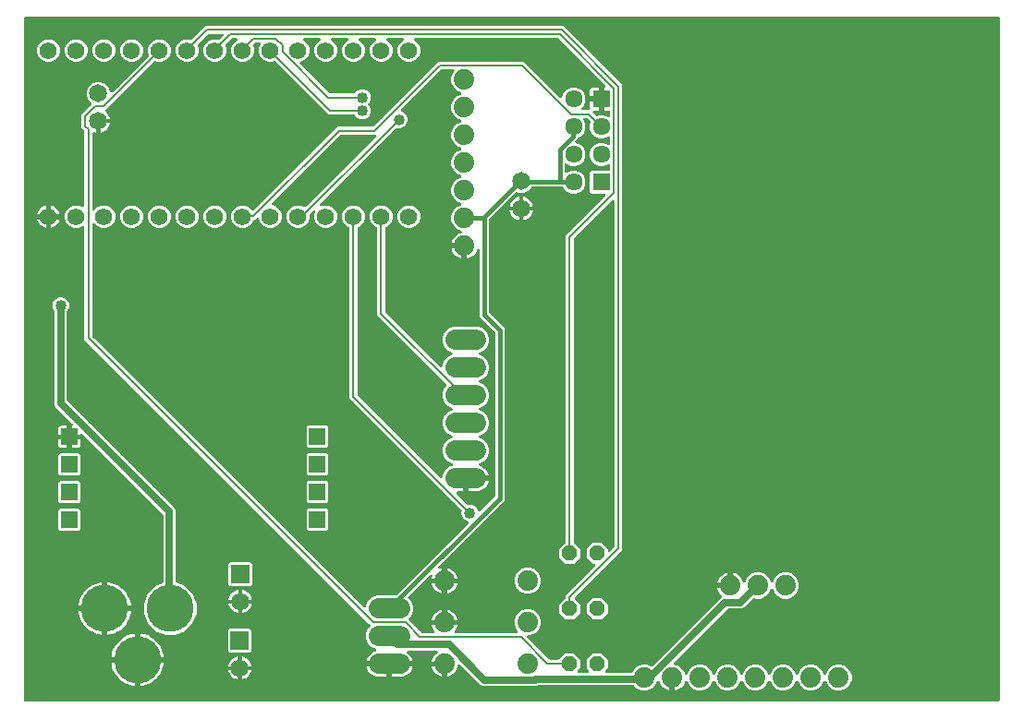
<source format=gbl>
G04 EAGLE Gerber X2 export*
%TF.Part,Single*%
%TF.FileFunction,Other,Bottom Copper*%
%TF.FilePolarity,Positive*%
%TF.GenerationSoftware,Autodesk,EAGLE,9.1.1*%
%TF.CreationDate,2018-07-22T08:43:09Z*%
G75*
%MOMM*%
%FSLAX34Y34*%
%LPD*%
%AMOC8*
5,1,8,0,0,1.08239X$1,22.5*%
G01*
%ADD10R,1.651000X1.651000*%
%ADD11C,1.651000*%
%ADD12C,4.318000*%
%ADD13P,1.539592X8X22.500000*%
%ADD14C,1.879600*%
%ADD15C,1.879600*%
%ADD16C,1.574800*%
%ADD17R,1.509600X1.509600*%
%ADD18R,1.609600X1.609600*%
%ADD19C,1.609600*%
%ADD20C,0.381000*%
%ADD21C,0.203200*%
%ADD22C,1.016000*%
%ADD23C,0.635000*%

G36*
X895546Y3318D02*
X895546Y3318D01*
X895665Y3325D01*
X895703Y3338D01*
X895744Y3343D01*
X895854Y3386D01*
X895967Y3423D01*
X896002Y3445D01*
X896039Y3460D01*
X896135Y3529D01*
X896236Y3593D01*
X896264Y3623D01*
X896297Y3646D01*
X896373Y3738D01*
X896454Y3825D01*
X896474Y3860D01*
X896499Y3891D01*
X896550Y3999D01*
X896608Y4103D01*
X896618Y4143D01*
X896635Y4179D01*
X896657Y4296D01*
X896687Y4411D01*
X896691Y4471D01*
X896695Y4491D01*
X896693Y4512D01*
X896697Y4572D01*
X896697Y630428D01*
X896682Y630546D01*
X896675Y630665D01*
X896662Y630703D01*
X896657Y630744D01*
X896614Y630854D01*
X896577Y630967D01*
X896555Y631002D01*
X896540Y631039D01*
X896471Y631135D01*
X896407Y631236D01*
X896377Y631264D01*
X896354Y631297D01*
X896262Y631373D01*
X896175Y631454D01*
X896140Y631474D01*
X896109Y631499D01*
X896001Y631550D01*
X895897Y631608D01*
X895857Y631618D01*
X895821Y631635D01*
X895704Y631657D01*
X895589Y631687D01*
X895529Y631691D01*
X895509Y631695D01*
X895488Y631693D01*
X895428Y631697D01*
X4572Y631697D01*
X4454Y631682D01*
X4335Y631675D01*
X4297Y631662D01*
X4256Y631657D01*
X4146Y631614D01*
X4033Y631577D01*
X3998Y631555D01*
X3961Y631540D01*
X3865Y631471D01*
X3764Y631407D01*
X3736Y631377D01*
X3703Y631354D01*
X3627Y631262D01*
X3546Y631175D01*
X3526Y631140D01*
X3501Y631109D01*
X3450Y631001D01*
X3392Y630897D01*
X3382Y630857D01*
X3365Y630821D01*
X3343Y630704D01*
X3313Y630589D01*
X3309Y630529D01*
X3305Y630509D01*
X3307Y630488D01*
X3303Y630428D01*
X3303Y4572D01*
X3318Y4454D01*
X3325Y4335D01*
X3338Y4297D01*
X3343Y4256D01*
X3386Y4146D01*
X3423Y4033D01*
X3445Y3998D01*
X3460Y3961D01*
X3529Y3865D01*
X3593Y3764D01*
X3623Y3736D01*
X3646Y3703D01*
X3738Y3627D01*
X3825Y3546D01*
X3860Y3526D01*
X3891Y3501D01*
X3999Y3450D01*
X4103Y3392D01*
X4143Y3382D01*
X4179Y3365D01*
X4296Y3343D01*
X4411Y3313D01*
X4471Y3309D01*
X4491Y3305D01*
X4512Y3307D01*
X4572Y3303D01*
X895428Y3303D01*
X895546Y3318D01*
G37*
%LPC*%
G36*
X569125Y13461D02*
X569125Y13461D01*
X564737Y15279D01*
X561720Y18297D01*
X561641Y18357D01*
X561569Y18425D01*
X561516Y18454D01*
X561468Y18491D01*
X561377Y18531D01*
X561291Y18579D01*
X561232Y18594D01*
X561176Y18618D01*
X561078Y18633D01*
X560983Y18658D01*
X560883Y18664D01*
X560862Y18668D01*
X560850Y18666D01*
X560822Y18668D01*
X475266Y18668D01*
X475257Y18667D01*
X475248Y18668D01*
X475099Y18647D01*
X474951Y18628D01*
X474942Y18625D01*
X474933Y18624D01*
X474780Y18572D01*
X472561Y17652D01*
X423551Y17652D01*
X421450Y18522D01*
X402352Y37621D01*
X402321Y37645D01*
X402294Y37675D01*
X402196Y37742D01*
X402101Y37816D01*
X402064Y37831D01*
X402031Y37854D01*
X401919Y37894D01*
X401809Y37942D01*
X401770Y37948D01*
X401732Y37962D01*
X401613Y37973D01*
X401495Y37992D01*
X401455Y37988D01*
X401416Y37992D01*
X401297Y37973D01*
X401178Y37962D01*
X401141Y37949D01*
X401101Y37942D01*
X400992Y37895D01*
X400879Y37854D01*
X400846Y37832D01*
X400809Y37816D01*
X400715Y37743D01*
X400616Y37676D01*
X400589Y37646D01*
X400558Y37622D01*
X400484Y37527D01*
X400405Y37437D01*
X400387Y37402D01*
X400363Y37371D01*
X400315Y37261D01*
X400261Y37154D01*
X400252Y37115D01*
X400236Y37079D01*
X400201Y36922D01*
X399945Y35304D01*
X399364Y33517D01*
X398511Y31843D01*
X397406Y30322D01*
X396078Y28994D01*
X394557Y27889D01*
X392883Y27036D01*
X391096Y26455D01*
X390549Y26369D01*
X390549Y37120D01*
X390534Y37238D01*
X390527Y37357D01*
X390515Y37395D01*
X390509Y37435D01*
X390466Y37546D01*
X390429Y37659D01*
X390407Y37693D01*
X390392Y37731D01*
X390323Y37827D01*
X390259Y37928D01*
X390229Y37956D01*
X390206Y37988D01*
X390114Y38064D01*
X390027Y38146D01*
X389992Y38165D01*
X389961Y38191D01*
X389853Y38242D01*
X389749Y38299D01*
X389709Y38309D01*
X389673Y38327D01*
X389556Y38349D01*
X389441Y38379D01*
X389381Y38383D01*
X389361Y38386D01*
X389340Y38385D01*
X389280Y38389D01*
X388589Y38389D01*
X388589Y39080D01*
X388574Y39198D01*
X388567Y39317D01*
X388554Y39355D01*
X388549Y39396D01*
X388505Y39506D01*
X388469Y39619D01*
X388447Y39654D01*
X388432Y39691D01*
X388362Y39787D01*
X388299Y39888D01*
X388269Y39916D01*
X388245Y39949D01*
X388154Y40025D01*
X388067Y40106D01*
X388032Y40126D01*
X388000Y40151D01*
X387893Y40202D01*
X387788Y40260D01*
X387749Y40270D01*
X387713Y40287D01*
X387596Y40309D01*
X387480Y40339D01*
X387420Y40343D01*
X387400Y40347D01*
X387380Y40345D01*
X387320Y40349D01*
X376569Y40349D01*
X376655Y40896D01*
X377236Y42683D01*
X378089Y44357D01*
X379194Y45878D01*
X380522Y47206D01*
X381433Y47868D01*
X381491Y47923D01*
X381556Y47969D01*
X381607Y48031D01*
X381665Y48086D01*
X381708Y48153D01*
X381759Y48214D01*
X381793Y48287D01*
X381836Y48354D01*
X381860Y48430D01*
X381894Y48502D01*
X381909Y48581D01*
X381934Y48657D01*
X381939Y48736D01*
X381954Y48815D01*
X381949Y48894D01*
X381954Y48974D01*
X381939Y49053D01*
X381934Y49132D01*
X381910Y49208D01*
X381895Y49287D01*
X381861Y49359D01*
X381836Y49434D01*
X381793Y49502D01*
X381759Y49574D01*
X381709Y49636D01*
X381666Y49703D01*
X381608Y49758D01*
X381557Y49820D01*
X381492Y49866D01*
X381434Y49921D01*
X381364Y49960D01*
X381300Y50007D01*
X381226Y50036D01*
X381156Y50075D01*
X381078Y50095D01*
X381004Y50124D01*
X380925Y50134D01*
X380848Y50154D01*
X380690Y50164D01*
X380689Y50164D01*
X380688Y50164D01*
X380687Y50164D01*
X354831Y50164D01*
X354752Y50154D01*
X354672Y50154D01*
X354595Y50134D01*
X354515Y50124D01*
X354441Y50095D01*
X354364Y50075D01*
X354294Y50037D01*
X354219Y50007D01*
X354155Y49961D01*
X354085Y49922D01*
X354027Y49868D01*
X353962Y49821D01*
X353911Y49759D01*
X353853Y49705D01*
X353810Y49637D01*
X353759Y49576D01*
X353725Y49504D01*
X353683Y49436D01*
X353658Y49360D01*
X353624Y49288D01*
X353609Y49210D01*
X353584Y49134D01*
X353579Y49054D01*
X353564Y48976D01*
X353569Y48896D01*
X353564Y48817D01*
X353579Y48738D01*
X353584Y48658D01*
X353608Y48582D01*
X353623Y48504D01*
X353657Y48432D01*
X353682Y48356D01*
X353724Y48288D01*
X353758Y48216D01*
X353809Y48154D01*
X353852Y48087D01*
X353910Y48032D01*
X353961Y47971D01*
X354082Y47870D01*
X354084Y47869D01*
X354085Y47868D01*
X354995Y47206D01*
X356324Y45878D01*
X357429Y44357D01*
X358282Y42683D01*
X358863Y40896D01*
X358903Y40639D01*
X339090Y40639D01*
X338972Y40624D01*
X338853Y40617D01*
X338815Y40604D01*
X338775Y40599D01*
X338664Y40556D01*
X338551Y40519D01*
X338517Y40497D01*
X338479Y40482D01*
X338383Y40412D01*
X338282Y40349D01*
X338254Y40319D01*
X338222Y40295D01*
X338146Y40204D01*
X338064Y40117D01*
X338045Y40082D01*
X338019Y40051D01*
X337968Y39943D01*
X337911Y39839D01*
X337900Y39799D01*
X337883Y39763D01*
X337861Y39646D01*
X337831Y39531D01*
X337827Y39470D01*
X337823Y39450D01*
X337825Y39430D01*
X337821Y39370D01*
X337821Y38099D01*
X337819Y38099D01*
X337819Y39370D01*
X337804Y39488D01*
X337797Y39607D01*
X337784Y39645D01*
X337779Y39685D01*
X337735Y39796D01*
X337699Y39909D01*
X337677Y39944D01*
X337662Y39981D01*
X337592Y40077D01*
X337529Y40178D01*
X337499Y40206D01*
X337475Y40239D01*
X337384Y40314D01*
X337297Y40396D01*
X337262Y40416D01*
X337230Y40441D01*
X337123Y40492D01*
X337018Y40550D01*
X336979Y40560D01*
X336943Y40577D01*
X336826Y40599D01*
X336711Y40629D01*
X336650Y40633D01*
X336630Y40637D01*
X336610Y40635D01*
X336550Y40639D01*
X316737Y40639D01*
X316777Y40896D01*
X317358Y42683D01*
X318211Y44357D01*
X319316Y45878D01*
X320644Y47206D01*
X322165Y48311D01*
X323839Y49164D01*
X325048Y49557D01*
X325075Y49569D01*
X325104Y49576D01*
X325218Y49637D01*
X325336Y49692D01*
X325359Y49711D01*
X325385Y49725D01*
X325481Y49813D01*
X325581Y49895D01*
X325598Y49919D01*
X325620Y49939D01*
X325692Y50048D01*
X325768Y50152D01*
X325779Y50180D01*
X325795Y50205D01*
X325837Y50328D01*
X325885Y50448D01*
X325889Y50477D01*
X325898Y50506D01*
X325909Y50635D01*
X325925Y50763D01*
X325921Y50793D01*
X325923Y50823D01*
X325901Y50950D01*
X325885Y51079D01*
X325874Y51107D01*
X325869Y51136D01*
X325816Y51254D01*
X325768Y51375D01*
X325751Y51399D01*
X325738Y51426D01*
X325658Y51527D01*
X325582Y51632D01*
X325559Y51651D01*
X325540Y51674D01*
X325436Y51752D01*
X325337Y51835D01*
X325310Y51848D01*
X325286Y51866D01*
X325141Y51937D01*
X321659Y53379D01*
X318301Y56737D01*
X316483Y61125D01*
X316483Y65875D01*
X318301Y70263D01*
X320251Y72212D01*
X320324Y72307D01*
X320402Y72396D01*
X320416Y72423D01*
X320423Y72431D01*
X320427Y72440D01*
X320446Y72464D01*
X320493Y72573D01*
X320547Y72679D01*
X320553Y72708D01*
X320558Y72719D01*
X320561Y72729D01*
X320572Y72756D01*
X320591Y72873D01*
X320617Y72989D01*
X320616Y73018D01*
X320618Y73031D01*
X320617Y73043D01*
X320622Y73070D01*
X320611Y73188D01*
X320607Y73307D01*
X320599Y73333D01*
X320598Y73348D01*
X320594Y73362D01*
X320592Y73386D01*
X320552Y73498D01*
X320519Y73613D01*
X320506Y73634D01*
X320500Y73651D01*
X320492Y73664D01*
X320484Y73686D01*
X320417Y73784D01*
X320357Y73887D01*
X320336Y73910D01*
X320330Y73920D01*
X320317Y73932D01*
X320306Y73949D01*
X320290Y73962D01*
X320251Y74007D01*
X319160Y75098D01*
X319160Y75099D01*
X60875Y333384D01*
X60874Y333384D01*
X58419Y335839D01*
X58419Y438294D01*
X58413Y438343D01*
X58415Y438393D01*
X58393Y438500D01*
X58379Y438609D01*
X58361Y438655D01*
X58351Y438704D01*
X58303Y438803D01*
X58262Y438905D01*
X58233Y438945D01*
X58211Y438990D01*
X58140Y439073D01*
X58076Y439162D01*
X58037Y439194D01*
X58005Y439232D01*
X57915Y439295D01*
X57831Y439365D01*
X57786Y439386D01*
X57745Y439415D01*
X57642Y439454D01*
X57543Y439501D01*
X57494Y439510D01*
X57448Y439528D01*
X57338Y439540D01*
X57231Y439560D01*
X57181Y439557D01*
X57132Y439563D01*
X57023Y439547D01*
X56913Y439541D01*
X56866Y439525D01*
X56817Y439518D01*
X56664Y439466D01*
X52872Y437895D01*
X48728Y437895D01*
X44901Y439481D01*
X41971Y442411D01*
X40385Y446238D01*
X40385Y450382D01*
X41971Y454209D01*
X44901Y457139D01*
X48728Y458725D01*
X52872Y458725D01*
X56664Y457154D01*
X56712Y457141D01*
X56757Y457119D01*
X56865Y457099D01*
X56971Y457070D01*
X57021Y457069D01*
X57070Y457060D01*
X57179Y457066D01*
X57289Y457065D01*
X57337Y457076D01*
X57387Y457079D01*
X57491Y457113D01*
X57598Y457139D01*
X57642Y457162D01*
X57689Y457177D01*
X57782Y457236D01*
X57879Y457288D01*
X57916Y457321D01*
X57958Y457348D01*
X58033Y457428D01*
X58115Y457502D01*
X58142Y457543D01*
X58176Y457579D01*
X58229Y457675D01*
X58289Y457767D01*
X58306Y457814D01*
X58330Y457858D01*
X58357Y457964D01*
X58393Y458068D01*
X58397Y458118D01*
X58409Y458166D01*
X58419Y458326D01*
X58419Y526321D01*
X58407Y526419D01*
X58404Y526518D01*
X58387Y526576D01*
X58379Y526637D01*
X58343Y526729D01*
X58315Y526824D01*
X58285Y526876D01*
X58262Y526932D01*
X58204Y527012D01*
X58154Y527098D01*
X58088Y527173D01*
X58076Y527190D01*
X58066Y527197D01*
X58048Y527219D01*
X55371Y529895D01*
X55371Y541985D01*
X64143Y550757D01*
X64392Y551006D01*
X64465Y551100D01*
X64544Y551189D01*
X64562Y551225D01*
X64587Y551257D01*
X64634Y551366D01*
X64688Y551472D01*
X64697Y551512D01*
X64713Y551549D01*
X64732Y551666D01*
X64758Y551783D01*
X64757Y551823D01*
X64763Y551863D01*
X64752Y551981D01*
X64748Y552100D01*
X64737Y552139D01*
X64733Y552180D01*
X64693Y552292D01*
X64660Y552406D01*
X64639Y552441D01*
X64626Y552479D01*
X64559Y552577D01*
X64498Y552680D01*
X64458Y552725D01*
X64447Y552742D01*
X64432Y552755D01*
X64392Y552801D01*
X61968Y555225D01*
X60324Y559193D01*
X60324Y563487D01*
X61968Y567455D01*
X65005Y570492D01*
X68973Y572136D01*
X73267Y572136D01*
X77235Y570492D01*
X80272Y567455D01*
X81916Y563487D01*
X81916Y563466D01*
X81933Y563328D01*
X81946Y563190D01*
X81953Y563170D01*
X81956Y563150D01*
X82007Y563021D01*
X82054Y562890D01*
X82065Y562873D01*
X82073Y562855D01*
X82154Y562742D01*
X82232Y562627D01*
X82248Y562614D01*
X82259Y562597D01*
X82367Y562509D01*
X82471Y562417D01*
X82489Y562407D01*
X82504Y562395D01*
X82630Y562335D01*
X82754Y562272D01*
X82774Y562268D01*
X82792Y562259D01*
X82928Y562233D01*
X83064Y562202D01*
X83085Y562203D01*
X83104Y562199D01*
X83243Y562208D01*
X83382Y562212D01*
X83402Y562218D01*
X83422Y562219D01*
X83554Y562262D01*
X83688Y562300D01*
X83705Y562311D01*
X83724Y562317D01*
X83842Y562391D01*
X83962Y562462D01*
X83983Y562481D01*
X83993Y562487D01*
X84007Y562502D01*
X84082Y562568D01*
X117030Y595516D01*
X117049Y595540D01*
X117071Y595559D01*
X117146Y595665D01*
X117225Y595768D01*
X117237Y595795D01*
X117254Y595819D01*
X117300Y595940D01*
X117352Y596059D01*
X117356Y596089D01*
X117367Y596116D01*
X117381Y596245D01*
X117402Y596374D01*
X117399Y596403D01*
X117402Y596432D01*
X117384Y596561D01*
X117372Y596690D01*
X117362Y596718D01*
X117358Y596747D01*
X117306Y596900D01*
X116585Y598638D01*
X116585Y602782D01*
X118171Y606609D01*
X121101Y609539D01*
X124928Y611125D01*
X129072Y611125D01*
X132899Y609539D01*
X135829Y606609D01*
X137415Y602782D01*
X137415Y598638D01*
X135829Y594811D01*
X132899Y591881D01*
X129072Y590295D01*
X124928Y590295D01*
X123549Y590867D01*
X123520Y590875D01*
X123494Y590888D01*
X123367Y590916D01*
X123242Y590951D01*
X123213Y590951D01*
X123184Y590958D01*
X123054Y590954D01*
X122924Y590956D01*
X122895Y590949D01*
X122866Y590948D01*
X122741Y590912D01*
X122615Y590882D01*
X122589Y590868D01*
X122560Y590860D01*
X122448Y590794D01*
X122334Y590733D01*
X122312Y590713D01*
X122286Y590698D01*
X122166Y590592D01*
X77811Y546237D01*
X77775Y546190D01*
X77731Y546149D01*
X77677Y546065D01*
X77616Y545986D01*
X77592Y545931D01*
X77560Y545881D01*
X77530Y545786D01*
X77490Y545694D01*
X77480Y545635D01*
X77462Y545578D01*
X77456Y545479D01*
X77440Y545380D01*
X77446Y545320D01*
X77442Y545261D01*
X77460Y545163D01*
X77470Y545063D01*
X77490Y545007D01*
X77501Y544949D01*
X77544Y544858D01*
X77577Y544764D01*
X77611Y544715D01*
X77636Y544661D01*
X77700Y544584D01*
X77756Y544501D01*
X77801Y544461D01*
X77839Y544415D01*
X77963Y544313D01*
X78153Y544175D01*
X79355Y542973D01*
X80353Y541598D01*
X81125Y540084D01*
X81650Y538468D01*
X81773Y537689D01*
X71600Y537689D01*
X71482Y537674D01*
X71363Y537667D01*
X71325Y537654D01*
X71285Y537649D01*
X71174Y537606D01*
X71061Y537569D01*
X71027Y537547D01*
X70989Y537532D01*
X70893Y537463D01*
X70792Y537399D01*
X70764Y537369D01*
X70732Y537346D01*
X70656Y537254D01*
X70574Y537167D01*
X70555Y537132D01*
X70529Y537101D01*
X70478Y536993D01*
X70421Y536889D01*
X70411Y536849D01*
X70393Y536813D01*
X70371Y536696D01*
X70365Y536694D01*
X70324Y536689D01*
X70214Y536645D01*
X70101Y536609D01*
X70066Y536587D01*
X70029Y536572D01*
X69932Y536502D01*
X69832Y536439D01*
X69804Y536409D01*
X69771Y536385D01*
X69695Y536294D01*
X69614Y536207D01*
X69594Y536172D01*
X69569Y536140D01*
X69518Y536033D01*
X69460Y535928D01*
X69450Y535889D01*
X69433Y535853D01*
X69411Y535736D01*
X69381Y535620D01*
X69377Y535560D01*
X69373Y535540D01*
X69375Y535520D01*
X69371Y535460D01*
X69371Y525287D01*
X68592Y525410D01*
X67194Y525864D01*
X66999Y525902D01*
X66882Y525924D01*
X66707Y525913D01*
X66565Y525904D01*
X66564Y525904D01*
X66414Y525855D01*
X66263Y525806D01*
X66262Y525806D01*
X66124Y525718D01*
X65994Y525636D01*
X65993Y525636D01*
X65870Y525504D01*
X65776Y525404D01*
X65701Y525268D01*
X65622Y525126D01*
X65622Y525125D01*
X65579Y524959D01*
X65543Y524818D01*
X65543Y524817D01*
X65543Y524816D01*
X65533Y524657D01*
X65533Y455436D01*
X65550Y455298D01*
X65563Y455159D01*
X65570Y455140D01*
X65573Y455120D01*
X65624Y454991D01*
X65671Y454860D01*
X65682Y454843D01*
X65690Y454824D01*
X65771Y454712D01*
X65849Y454597D01*
X65865Y454583D01*
X65876Y454567D01*
X65984Y454478D01*
X66088Y454386D01*
X66106Y454377D01*
X66121Y454364D01*
X66247Y454305D01*
X66371Y454242D01*
X66391Y454237D01*
X66409Y454229D01*
X66545Y454203D01*
X66681Y454172D01*
X66702Y454173D01*
X66721Y454169D01*
X66860Y454178D01*
X66999Y454182D01*
X67019Y454187D01*
X67039Y454189D01*
X67171Y454231D01*
X67305Y454270D01*
X67322Y454280D01*
X67341Y454287D01*
X67459Y454361D01*
X67579Y454432D01*
X67600Y454450D01*
X67610Y454457D01*
X67624Y454472D01*
X67699Y454538D01*
X70301Y457139D01*
X74128Y458725D01*
X78272Y458725D01*
X82099Y457139D01*
X85029Y454209D01*
X86615Y450382D01*
X86615Y446238D01*
X85029Y442411D01*
X82099Y439481D01*
X78272Y437895D01*
X74128Y437895D01*
X70301Y439481D01*
X67699Y442082D01*
X67590Y442167D01*
X67483Y442256D01*
X67464Y442264D01*
X67448Y442277D01*
X67320Y442332D01*
X67195Y442391D01*
X67175Y442395D01*
X67156Y442403D01*
X67018Y442425D01*
X66882Y442451D01*
X66862Y442450D01*
X66842Y442453D01*
X66703Y442440D01*
X66565Y442431D01*
X66546Y442425D01*
X66526Y442423D01*
X66394Y442376D01*
X66263Y442333D01*
X66245Y442322D01*
X66226Y442316D01*
X66111Y442238D01*
X65994Y442163D01*
X65980Y442148D01*
X65963Y442137D01*
X65871Y442033D01*
X65776Y441932D01*
X65766Y441914D01*
X65753Y441899D01*
X65689Y441774D01*
X65622Y441653D01*
X65617Y441633D01*
X65608Y441615D01*
X65578Y441480D01*
X65543Y441345D01*
X65541Y441317D01*
X65538Y441305D01*
X65539Y441285D01*
X65533Y441184D01*
X65533Y339311D01*
X65545Y339213D01*
X65548Y339114D01*
X65565Y339056D01*
X65573Y338995D01*
X65609Y338903D01*
X65637Y338808D01*
X65667Y338756D01*
X65690Y338700D01*
X65748Y338620D01*
X65798Y338534D01*
X65864Y338459D01*
X65876Y338442D01*
X65886Y338435D01*
X65904Y338413D01*
X314317Y90001D01*
X314426Y89916D01*
X314533Y89828D01*
X314552Y89819D01*
X314568Y89806D01*
X314696Y89751D01*
X314821Y89692D01*
X314841Y89688D01*
X314860Y89680D01*
X314998Y89658D01*
X315134Y89632D01*
X315154Y89633D01*
X315174Y89630D01*
X315313Y89643D01*
X315451Y89652D01*
X315470Y89658D01*
X315490Y89660D01*
X315622Y89707D01*
X315753Y89750D01*
X315771Y89761D01*
X315790Y89768D01*
X315905Y89846D01*
X316022Y89920D01*
X316036Y89935D01*
X316053Y89946D01*
X316145Y90050D01*
X316240Y90152D01*
X316250Y90170D01*
X316263Y90185D01*
X316327Y90309D01*
X316394Y90430D01*
X316399Y90450D01*
X316408Y90468D01*
X316438Y90604D01*
X316473Y90738D01*
X316475Y90766D01*
X316478Y90778D01*
X316477Y90799D01*
X316483Y90899D01*
X316483Y91275D01*
X318301Y95663D01*
X321659Y99021D01*
X326047Y100839D01*
X342946Y100839D01*
X343044Y100851D01*
X343143Y100854D01*
X343201Y100871D01*
X343261Y100879D01*
X343353Y100915D01*
X343449Y100943D01*
X343501Y100973D01*
X343557Y100996D01*
X343637Y101054D01*
X343722Y101104D01*
X343798Y101170D01*
X343814Y101182D01*
X343822Y101192D01*
X343843Y101210D01*
X409916Y167284D01*
X409947Y167323D01*
X409984Y167356D01*
X410044Y167448D01*
X410111Y167535D01*
X410131Y167580D01*
X410158Y167622D01*
X410194Y167726D01*
X410238Y167827D01*
X410245Y167876D01*
X410262Y167923D01*
X410270Y168032D01*
X410287Y168141D01*
X410283Y168190D01*
X410287Y168240D01*
X410268Y168348D01*
X410258Y168457D01*
X410241Y168504D01*
X410232Y168553D01*
X410187Y168653D01*
X410150Y168757D01*
X410122Y168798D01*
X410102Y168843D01*
X410033Y168929D01*
X409971Y169020D01*
X409934Y169053D01*
X409903Y169091D01*
X409815Y169158D01*
X409733Y169230D01*
X409689Y169253D01*
X409649Y169283D01*
X409505Y169354D01*
X407163Y170323D01*
X405019Y172467D01*
X403859Y175268D01*
X403859Y178309D01*
X403871Y178331D01*
X403899Y178458D01*
X403933Y178583D01*
X403934Y178613D01*
X403940Y178641D01*
X403936Y178771D01*
X403939Y178901D01*
X403932Y178930D01*
X403931Y178959D01*
X403895Y179084D01*
X403864Y179210D01*
X403851Y179236D01*
X403842Y179265D01*
X403776Y179377D01*
X403716Y179491D01*
X403696Y179513D01*
X403681Y179539D01*
X403574Y179660D01*
X301243Y281991D01*
X301243Y437662D01*
X301240Y437692D01*
X301242Y437721D01*
X301220Y437849D01*
X301203Y437978D01*
X301193Y438005D01*
X301188Y438034D01*
X301134Y438153D01*
X301086Y438274D01*
X301069Y438297D01*
X301057Y438324D01*
X300976Y438426D01*
X300900Y438531D01*
X300877Y438550D01*
X300858Y438573D01*
X300755Y438651D01*
X300655Y438734D01*
X300628Y438746D01*
X300604Y438764D01*
X300460Y438835D01*
X298901Y439481D01*
X295971Y442411D01*
X294385Y446238D01*
X294385Y450382D01*
X295971Y454209D01*
X298901Y457139D01*
X302728Y458725D01*
X306872Y458725D01*
X310699Y457139D01*
X313629Y454209D01*
X315215Y450382D01*
X315215Y446238D01*
X313629Y442411D01*
X310699Y439481D01*
X309140Y438835D01*
X309115Y438820D01*
X309087Y438811D01*
X308977Y438742D01*
X308864Y438677D01*
X308843Y438657D01*
X308818Y438641D01*
X308729Y438547D01*
X308636Y438456D01*
X308620Y438431D01*
X308600Y438409D01*
X308537Y438296D01*
X308469Y438185D01*
X308461Y438157D01*
X308446Y438131D01*
X308414Y438005D01*
X308376Y437881D01*
X308374Y437852D01*
X308367Y437823D01*
X308357Y437662D01*
X308357Y285463D01*
X308369Y285365D01*
X308372Y285266D01*
X308389Y285208D01*
X308397Y285147D01*
X308433Y285055D01*
X308461Y284960D01*
X308491Y284908D01*
X308514Y284852D01*
X308572Y284772D01*
X308622Y284686D01*
X308688Y284611D01*
X308700Y284594D01*
X308710Y284587D01*
X308728Y284565D01*
X384263Y209031D01*
X384294Y209007D01*
X384321Y208977D01*
X384420Y208909D01*
X384514Y208836D01*
X384551Y208820D01*
X384584Y208798D01*
X384696Y208757D01*
X384806Y208710D01*
X384845Y208703D01*
X384883Y208690D01*
X385002Y208679D01*
X385120Y208660D01*
X385160Y208664D01*
X385199Y208660D01*
X385318Y208678D01*
X385437Y208690D01*
X385474Y208703D01*
X385514Y208709D01*
X385623Y208757D01*
X385736Y208797D01*
X385769Y208820D01*
X385806Y208835D01*
X385900Y208909D01*
X385999Y208976D01*
X386026Y209006D01*
X386057Y209030D01*
X386131Y209125D01*
X386210Y209214D01*
X386228Y209250D01*
X386252Y209281D01*
X386300Y209391D01*
X386354Y209497D01*
X386363Y209536D01*
X386379Y209573D01*
X386414Y209730D01*
X386627Y211076D01*
X387208Y212863D01*
X388061Y214537D01*
X389166Y216058D01*
X390494Y217386D01*
X392015Y218491D01*
X393689Y219344D01*
X394898Y219737D01*
X394925Y219749D01*
X394954Y219756D01*
X395068Y219817D01*
X395186Y219872D01*
X395209Y219891D01*
X395235Y219905D01*
X395331Y219993D01*
X395431Y220075D01*
X395448Y220099D01*
X395470Y220119D01*
X395542Y220228D01*
X395618Y220332D01*
X395629Y220360D01*
X395645Y220385D01*
X395687Y220508D01*
X395735Y220628D01*
X395739Y220657D01*
X395748Y220686D01*
X395759Y220815D01*
X395775Y220943D01*
X395771Y220973D01*
X395773Y221003D01*
X395751Y221130D01*
X395735Y221259D01*
X395724Y221287D01*
X395719Y221316D01*
X395666Y221434D01*
X395618Y221555D01*
X395601Y221579D01*
X395588Y221606D01*
X395508Y221707D01*
X395432Y221812D01*
X395409Y221831D01*
X395390Y221854D01*
X395286Y221932D01*
X395187Y222015D01*
X395160Y222028D01*
X395136Y222046D01*
X394991Y222117D01*
X391509Y223559D01*
X388151Y226917D01*
X386333Y231305D01*
X386333Y236055D01*
X388151Y240443D01*
X391509Y243801D01*
X394904Y245207D01*
X395025Y245276D01*
X395148Y245341D01*
X395163Y245355D01*
X395180Y245365D01*
X395280Y245462D01*
X395383Y245555D01*
X395394Y245572D01*
X395409Y245586D01*
X395481Y245704D01*
X395558Y245821D01*
X395564Y245840D01*
X395575Y245857D01*
X395616Y245990D01*
X395661Y246122D01*
X395663Y246142D01*
X395669Y246161D01*
X395675Y246300D01*
X395686Y246439D01*
X395683Y246459D01*
X395684Y246479D01*
X395656Y246615D01*
X395632Y246752D01*
X395624Y246771D01*
X395620Y246790D01*
X395558Y246915D01*
X395501Y247042D01*
X395489Y247058D01*
X395480Y247076D01*
X395389Y247182D01*
X395303Y247290D01*
X395287Y247303D01*
X395273Y247318D01*
X395160Y247398D01*
X395049Y247482D01*
X395023Y247494D01*
X395013Y247501D01*
X394994Y247508D01*
X394904Y247553D01*
X391509Y248959D01*
X388151Y252317D01*
X386333Y256705D01*
X386333Y261455D01*
X388151Y265843D01*
X391509Y269201D01*
X394904Y270607D01*
X395025Y270676D01*
X395148Y270741D01*
X395163Y270755D01*
X395180Y270765D01*
X395280Y270862D01*
X395383Y270955D01*
X395394Y270972D01*
X395409Y270986D01*
X395481Y271104D01*
X395558Y271221D01*
X395564Y271240D01*
X395575Y271257D01*
X395616Y271390D01*
X395661Y271522D01*
X395663Y271542D01*
X395669Y271561D01*
X395675Y271700D01*
X395686Y271839D01*
X395683Y271859D01*
X395684Y271879D01*
X395656Y272015D01*
X395632Y272152D01*
X395624Y272171D01*
X395620Y272190D01*
X395558Y272315D01*
X395501Y272442D01*
X395489Y272458D01*
X395480Y272476D01*
X395389Y272582D01*
X395303Y272690D01*
X395287Y272703D01*
X395273Y272718D01*
X395160Y272798D01*
X395049Y272882D01*
X395023Y272894D01*
X395013Y272901D01*
X394994Y272908D01*
X394904Y272953D01*
X391509Y274359D01*
X388151Y277717D01*
X386333Y282105D01*
X386333Y286855D01*
X388151Y291243D01*
X389974Y293065D01*
X390047Y293160D01*
X390125Y293249D01*
X390135Y293268D01*
X390145Y293280D01*
X390153Y293297D01*
X390169Y293317D01*
X390216Y293426D01*
X390270Y293532D01*
X390275Y293556D01*
X390281Y293568D01*
X390284Y293583D01*
X390295Y293609D01*
X390314Y293726D01*
X390340Y293842D01*
X390339Y293870D01*
X390341Y293880D01*
X390340Y293893D01*
X390345Y293923D01*
X390334Y294041D01*
X390330Y294160D01*
X390322Y294189D01*
X390321Y294198D01*
X390318Y294208D01*
X390315Y294239D01*
X390275Y294352D01*
X390242Y294466D01*
X390225Y294493D01*
X390223Y294500D01*
X390218Y294508D01*
X390207Y294539D01*
X390140Y294637D01*
X390080Y294740D01*
X390040Y294785D01*
X390029Y294802D01*
X390013Y294815D01*
X389974Y294860D01*
X326643Y358191D01*
X326643Y437662D01*
X326640Y437692D01*
X326642Y437721D01*
X326620Y437849D01*
X326603Y437978D01*
X326593Y438005D01*
X326588Y438034D01*
X326534Y438153D01*
X326486Y438274D01*
X326469Y438297D01*
X326457Y438324D01*
X326376Y438426D01*
X326300Y438531D01*
X326277Y438550D01*
X326258Y438573D01*
X326155Y438651D01*
X326055Y438734D01*
X326028Y438746D01*
X326004Y438764D01*
X325860Y438835D01*
X324301Y439481D01*
X321371Y442411D01*
X319785Y446238D01*
X319785Y450382D01*
X321371Y454209D01*
X324301Y457139D01*
X328128Y458725D01*
X332272Y458725D01*
X336099Y457139D01*
X339029Y454209D01*
X340615Y450382D01*
X340615Y446238D01*
X339029Y442411D01*
X336099Y439481D01*
X334540Y438835D01*
X334515Y438820D01*
X334487Y438811D01*
X334377Y438742D01*
X334264Y438677D01*
X334243Y438657D01*
X334218Y438641D01*
X334129Y438547D01*
X334036Y438456D01*
X334020Y438431D01*
X334000Y438409D01*
X333937Y438296D01*
X333869Y438185D01*
X333861Y438157D01*
X333846Y438131D01*
X333814Y438005D01*
X333776Y437881D01*
X333774Y437852D01*
X333767Y437823D01*
X333757Y437662D01*
X333757Y361663D01*
X333769Y361565D01*
X333772Y361466D01*
X333789Y361408D01*
X333797Y361347D01*
X333833Y361255D01*
X333861Y361160D01*
X333891Y361108D01*
X333914Y361052D01*
X333972Y360972D01*
X334022Y360886D01*
X334088Y360811D01*
X334100Y360794D01*
X334110Y360787D01*
X334128Y360765D01*
X384167Y310727D01*
X384276Y310642D01*
X384383Y310554D01*
X384402Y310545D01*
X384418Y310532D01*
X384546Y310477D01*
X384671Y310418D01*
X384691Y310414D01*
X384710Y310406D01*
X384848Y310384D01*
X384984Y310358D01*
X385004Y310359D01*
X385024Y310356D01*
X385163Y310369D01*
X385301Y310378D01*
X385320Y310384D01*
X385340Y310386D01*
X385472Y310433D01*
X385603Y310476D01*
X385621Y310487D01*
X385640Y310494D01*
X385755Y310572D01*
X385872Y310646D01*
X385886Y310661D01*
X385903Y310672D01*
X385995Y310776D01*
X386090Y310878D01*
X386100Y310896D01*
X386113Y310911D01*
X386177Y311035D01*
X386244Y311156D01*
X386249Y311176D01*
X386258Y311194D01*
X386288Y311330D01*
X386323Y311464D01*
X386325Y311492D01*
X386328Y311504D01*
X386327Y311525D01*
X386333Y311625D01*
X386333Y312255D01*
X388151Y316643D01*
X391509Y320001D01*
X394904Y321407D01*
X395025Y321476D01*
X395148Y321541D01*
X395163Y321555D01*
X395180Y321565D01*
X395280Y321662D01*
X395383Y321755D01*
X395394Y321772D01*
X395409Y321786D01*
X395481Y321904D01*
X395558Y322021D01*
X395564Y322040D01*
X395575Y322057D01*
X395616Y322190D01*
X395661Y322322D01*
X395663Y322342D01*
X395669Y322361D01*
X395675Y322500D01*
X395686Y322639D01*
X395683Y322659D01*
X395684Y322679D01*
X395656Y322815D01*
X395632Y322952D01*
X395624Y322971D01*
X395620Y322990D01*
X395558Y323115D01*
X395501Y323242D01*
X395489Y323258D01*
X395480Y323276D01*
X395389Y323382D01*
X395303Y323490D01*
X395287Y323503D01*
X395273Y323518D01*
X395160Y323598D01*
X395049Y323682D01*
X395023Y323694D01*
X395013Y323701D01*
X394994Y323708D01*
X394904Y323753D01*
X391509Y325159D01*
X388151Y328517D01*
X386333Y332905D01*
X386333Y337655D01*
X388151Y342043D01*
X391509Y345401D01*
X395897Y347219D01*
X419443Y347219D01*
X423831Y345401D01*
X427189Y342043D01*
X429007Y337655D01*
X429007Y332905D01*
X427189Y328517D01*
X423831Y325159D01*
X420436Y323753D01*
X420315Y323684D01*
X420192Y323619D01*
X420177Y323605D01*
X420160Y323595D01*
X420060Y323498D01*
X419957Y323405D01*
X419946Y323388D01*
X419931Y323374D01*
X419859Y323255D01*
X419782Y323139D01*
X419776Y323120D01*
X419765Y323103D01*
X419724Y322970D01*
X419679Y322838D01*
X419677Y322818D01*
X419671Y322799D01*
X419665Y322660D01*
X419654Y322521D01*
X419657Y322501D01*
X419656Y322481D01*
X419684Y322345D01*
X419708Y322208D01*
X419716Y322189D01*
X419720Y322170D01*
X419782Y322044D01*
X419839Y321918D01*
X419851Y321902D01*
X419860Y321884D01*
X419951Y321778D01*
X420037Y321670D01*
X420053Y321657D01*
X420067Y321642D01*
X420180Y321562D01*
X420291Y321478D01*
X420317Y321466D01*
X420327Y321459D01*
X420346Y321452D01*
X420436Y321407D01*
X423831Y320001D01*
X427189Y316643D01*
X429007Y312255D01*
X429007Y307505D01*
X427189Y303117D01*
X423831Y299759D01*
X420436Y298353D01*
X420315Y298284D01*
X420192Y298219D01*
X420177Y298205D01*
X420160Y298195D01*
X420060Y298098D01*
X419957Y298005D01*
X419946Y297988D01*
X419931Y297974D01*
X419859Y297855D01*
X419782Y297739D01*
X419776Y297720D01*
X419765Y297703D01*
X419724Y297570D01*
X419679Y297438D01*
X419677Y297418D01*
X419671Y297399D01*
X419665Y297260D01*
X419654Y297121D01*
X419657Y297101D01*
X419656Y297081D01*
X419684Y296945D01*
X419708Y296808D01*
X419716Y296789D01*
X419720Y296770D01*
X419782Y296644D01*
X419839Y296518D01*
X419851Y296502D01*
X419860Y296484D01*
X419951Y296378D01*
X420037Y296270D01*
X420053Y296257D01*
X420067Y296242D01*
X420180Y296162D01*
X420291Y296078D01*
X420317Y296066D01*
X420327Y296059D01*
X420346Y296052D01*
X420436Y296007D01*
X423831Y294601D01*
X427189Y291243D01*
X429007Y286855D01*
X429007Y282105D01*
X427189Y277717D01*
X423831Y274359D01*
X420436Y272953D01*
X420315Y272884D01*
X420192Y272819D01*
X420177Y272805D01*
X420160Y272795D01*
X420060Y272698D01*
X419957Y272605D01*
X419946Y272588D01*
X419931Y272574D01*
X419859Y272455D01*
X419782Y272339D01*
X419776Y272320D01*
X419765Y272303D01*
X419724Y272170D01*
X419679Y272038D01*
X419677Y272018D01*
X419671Y271999D01*
X419665Y271860D01*
X419654Y271721D01*
X419657Y271701D01*
X419656Y271681D01*
X419684Y271545D01*
X419708Y271408D01*
X419716Y271389D01*
X419720Y271370D01*
X419782Y271244D01*
X419839Y271118D01*
X419851Y271102D01*
X419860Y271084D01*
X419951Y270978D01*
X420037Y270870D01*
X420053Y270857D01*
X420067Y270842D01*
X420180Y270762D01*
X420291Y270678D01*
X420317Y270666D01*
X420327Y270659D01*
X420346Y270652D01*
X420436Y270607D01*
X423831Y269201D01*
X427189Y265843D01*
X429007Y261455D01*
X429007Y256705D01*
X427189Y252317D01*
X423831Y248959D01*
X420436Y247553D01*
X420315Y247484D01*
X420192Y247419D01*
X420177Y247405D01*
X420160Y247395D01*
X420060Y247298D01*
X419957Y247205D01*
X419946Y247188D01*
X419931Y247174D01*
X419859Y247055D01*
X419782Y246939D01*
X419776Y246920D01*
X419765Y246903D01*
X419724Y246770D01*
X419679Y246638D01*
X419677Y246618D01*
X419671Y246599D01*
X419665Y246460D01*
X419654Y246321D01*
X419657Y246301D01*
X419656Y246281D01*
X419684Y246145D01*
X419708Y246008D01*
X419716Y245989D01*
X419720Y245970D01*
X419782Y245844D01*
X419839Y245718D01*
X419851Y245702D01*
X419860Y245684D01*
X419951Y245578D01*
X420037Y245470D01*
X420053Y245457D01*
X420067Y245442D01*
X420180Y245362D01*
X420291Y245278D01*
X420317Y245266D01*
X420327Y245259D01*
X420346Y245252D01*
X420436Y245207D01*
X423831Y243801D01*
X427189Y240443D01*
X429007Y236055D01*
X429007Y231305D01*
X427189Y226917D01*
X423831Y223559D01*
X420349Y222117D01*
X420323Y222102D01*
X420294Y222093D01*
X420185Y222023D01*
X420072Y221959D01*
X420051Y221938D01*
X420026Y221922D01*
X419937Y221828D01*
X419844Y221738D01*
X419828Y221712D01*
X419808Y221690D01*
X419745Y221577D01*
X419678Y221467D01*
X419669Y221438D01*
X419655Y221412D01*
X419622Y221286D01*
X419584Y221163D01*
X419583Y221133D01*
X419575Y221104D01*
X419575Y220974D01*
X419569Y220845D01*
X419575Y220816D01*
X419575Y220786D01*
X419607Y220660D01*
X419633Y220534D01*
X419646Y220507D01*
X419654Y220478D01*
X419716Y220364D01*
X419773Y220248D01*
X419792Y220225D01*
X419807Y220199D01*
X419895Y220105D01*
X419979Y220006D01*
X420004Y219989D01*
X420024Y219967D01*
X420133Y219897D01*
X420239Y219823D01*
X420267Y219812D01*
X420293Y219796D01*
X420442Y219737D01*
X421651Y219344D01*
X423325Y218491D01*
X424846Y217386D01*
X426174Y216058D01*
X427279Y214537D01*
X428132Y212863D01*
X428713Y211076D01*
X428753Y210819D01*
X408940Y210819D01*
X408822Y210804D01*
X408703Y210797D01*
X408665Y210784D01*
X408625Y210779D01*
X408514Y210736D01*
X408401Y210699D01*
X408367Y210677D01*
X408329Y210662D01*
X408233Y210592D01*
X408132Y210529D01*
X408104Y210499D01*
X408072Y210475D01*
X407996Y210384D01*
X407914Y210297D01*
X407895Y210262D01*
X407869Y210231D01*
X407818Y210123D01*
X407761Y210019D01*
X407750Y209979D01*
X407733Y209943D01*
X407711Y209826D01*
X407681Y209711D01*
X407677Y209650D01*
X407673Y209630D01*
X407675Y209610D01*
X407671Y209550D01*
X407671Y208279D01*
X406400Y208279D01*
X406282Y208264D01*
X406163Y208257D01*
X406125Y208244D01*
X406084Y208239D01*
X405974Y208195D01*
X405861Y208159D01*
X405826Y208137D01*
X405789Y208122D01*
X405693Y208052D01*
X405592Y207989D01*
X405564Y207959D01*
X405531Y207935D01*
X405456Y207844D01*
X405374Y207757D01*
X405354Y207722D01*
X405329Y207690D01*
X405278Y207583D01*
X405220Y207478D01*
X405210Y207439D01*
X405193Y207403D01*
X405171Y207286D01*
X405141Y207171D01*
X405137Y207110D01*
X405133Y207090D01*
X405135Y207070D01*
X405131Y207010D01*
X405131Y196341D01*
X400017Y196341D01*
X399879Y196324D01*
X399741Y196311D01*
X399721Y196304D01*
X399701Y196301D01*
X399572Y196250D01*
X399441Y196203D01*
X399424Y196192D01*
X399406Y196184D01*
X399294Y196103D01*
X399178Y196025D01*
X399165Y196009D01*
X399148Y195998D01*
X399060Y195890D01*
X398968Y195786D01*
X398958Y195768D01*
X398946Y195753D01*
X398886Y195627D01*
X398823Y195503D01*
X398819Y195483D01*
X398810Y195465D01*
X398784Y195329D01*
X398753Y195193D01*
X398754Y195172D01*
X398750Y195153D01*
X398759Y195014D01*
X398763Y194875D01*
X398769Y194855D01*
X398770Y194835D01*
X398813Y194703D01*
X398851Y194569D01*
X398862Y194552D01*
X398868Y194533D01*
X398943Y194415D01*
X399013Y194295D01*
X399032Y194274D01*
X399038Y194264D01*
X399053Y194250D01*
X399119Y194175D01*
X408604Y184690D01*
X408628Y184671D01*
X408647Y184649D01*
X408753Y184574D01*
X408856Y184495D01*
X408883Y184483D01*
X408907Y184466D01*
X409028Y184420D01*
X409148Y184368D01*
X409177Y184364D01*
X409204Y184353D01*
X409333Y184339D01*
X409462Y184318D01*
X409491Y184321D01*
X409520Y184318D01*
X409649Y184336D01*
X409778Y184348D01*
X409806Y184358D01*
X409835Y184362D01*
X409959Y184405D01*
X412996Y184405D01*
X415797Y183245D01*
X417941Y181101D01*
X418910Y178759D01*
X418935Y178716D01*
X418952Y178670D01*
X419014Y178579D01*
X419068Y178483D01*
X419102Y178448D01*
X419130Y178406D01*
X419213Y178334D01*
X419289Y178255D01*
X419332Y178229D01*
X419369Y178196D01*
X419467Y178146D01*
X419560Y178089D01*
X419608Y178074D01*
X419652Y178051D01*
X419759Y178027D01*
X419864Y177995D01*
X419914Y177993D01*
X419962Y177982D01*
X420072Y177985D01*
X420182Y177980D01*
X420231Y177990D01*
X420280Y177991D01*
X420386Y178022D01*
X420493Y178044D01*
X420538Y178066D01*
X420586Y178080D01*
X420680Y178135D01*
X420779Y178184D01*
X420817Y178216D01*
X420860Y178241D01*
X420980Y178348D01*
X434095Y191462D01*
X434155Y191540D01*
X434223Y191612D01*
X434252Y191665D01*
X434289Y191713D01*
X434329Y191804D01*
X434377Y191891D01*
X434392Y191949D01*
X434416Y192005D01*
X434431Y192103D01*
X434456Y192199D01*
X434462Y192299D01*
X434466Y192319D01*
X434464Y192331D01*
X434466Y192359D01*
X434466Y342057D01*
X434454Y342155D01*
X434451Y342254D01*
X434434Y342312D01*
X434426Y342372D01*
X434390Y342464D01*
X434362Y342560D01*
X434332Y342612D01*
X434309Y342668D01*
X434251Y342748D01*
X434201Y342833D01*
X434135Y342909D01*
X434123Y342925D01*
X434113Y342933D01*
X434095Y342954D01*
X420242Y356807D01*
X420242Y417594D01*
X420227Y417712D01*
X420220Y417831D01*
X420207Y417870D01*
X420202Y417909D01*
X420158Y418021D01*
X420122Y418134D01*
X420100Y418168D01*
X420085Y418205D01*
X420015Y418302D01*
X419951Y418403D01*
X419922Y418430D01*
X419899Y418462D01*
X419806Y418539D01*
X419720Y418620D01*
X419684Y418640D01*
X419654Y418665D01*
X419546Y418716D01*
X419441Y418774D01*
X419402Y418784D01*
X419366Y418801D01*
X419249Y418823D01*
X419133Y418853D01*
X419093Y418853D01*
X419054Y418861D01*
X418934Y418853D01*
X418815Y418853D01*
X418776Y418843D01*
X418736Y418841D01*
X418623Y418804D01*
X418507Y418774D01*
X418472Y418755D01*
X418434Y418743D01*
X418333Y418679D01*
X418228Y418622D01*
X418199Y418594D01*
X418165Y418573D01*
X418083Y418486D01*
X417996Y418404D01*
X417974Y418370D01*
X417947Y418341D01*
X417889Y418236D01*
X417825Y418136D01*
X417803Y418080D01*
X417793Y418063D01*
X417788Y418043D01*
X417766Y417986D01*
X417599Y417471D01*
X417464Y417057D01*
X416611Y415383D01*
X415506Y413862D01*
X414178Y412534D01*
X412657Y411429D01*
X410983Y410576D01*
X409196Y409995D01*
X408939Y409955D01*
X408939Y420370D01*
X408924Y420488D01*
X408917Y420607D01*
X408904Y420645D01*
X408899Y420685D01*
X408856Y420796D01*
X408819Y420909D01*
X408797Y420943D01*
X408782Y420981D01*
X408712Y421077D01*
X408649Y421178D01*
X408619Y421206D01*
X408595Y421238D01*
X408504Y421314D01*
X408417Y421396D01*
X408382Y421415D01*
X408351Y421441D01*
X408243Y421492D01*
X408139Y421549D01*
X408099Y421560D01*
X408063Y421577D01*
X407946Y421599D01*
X407831Y421629D01*
X407770Y421633D01*
X407750Y421637D01*
X407730Y421635D01*
X407670Y421639D01*
X406399Y421639D01*
X406399Y422910D01*
X406384Y423028D01*
X406377Y423147D01*
X406364Y423185D01*
X406359Y423225D01*
X406315Y423336D01*
X406279Y423449D01*
X406257Y423484D01*
X406242Y423521D01*
X406172Y423617D01*
X406109Y423718D01*
X406079Y423746D01*
X406055Y423779D01*
X405964Y423854D01*
X405877Y423936D01*
X405842Y423956D01*
X405810Y423981D01*
X405703Y424032D01*
X405598Y424090D01*
X405559Y424100D01*
X405523Y424117D01*
X405406Y424139D01*
X405291Y424169D01*
X405230Y424173D01*
X405210Y424177D01*
X405190Y424175D01*
X405130Y424179D01*
X394715Y424179D01*
X394755Y424436D01*
X395336Y426223D01*
X396189Y427897D01*
X397294Y429418D01*
X398622Y430746D01*
X400143Y431851D01*
X401817Y432704D01*
X403026Y433097D01*
X403053Y433109D01*
X403082Y433116D01*
X403196Y433177D01*
X403314Y433232D01*
X403337Y433251D01*
X403363Y433265D01*
X403459Y433353D01*
X403559Y433435D01*
X403576Y433459D01*
X403598Y433479D01*
X403670Y433588D01*
X403746Y433692D01*
X403757Y433720D01*
X403773Y433745D01*
X403815Y433868D01*
X403863Y433988D01*
X403867Y434017D01*
X403876Y434046D01*
X403887Y434175D01*
X403903Y434303D01*
X403899Y434333D01*
X403901Y434363D01*
X403879Y434490D01*
X403863Y434619D01*
X403852Y434647D01*
X403847Y434676D01*
X403794Y434794D01*
X403746Y434915D01*
X403729Y434939D01*
X403716Y434966D01*
X403636Y435067D01*
X403560Y435172D01*
X403537Y435191D01*
X403518Y435214D01*
X403414Y435292D01*
X403315Y435375D01*
X403288Y435388D01*
X403264Y435406D01*
X403119Y435477D01*
X399637Y436919D01*
X396279Y440277D01*
X394461Y444665D01*
X394461Y449415D01*
X396279Y453803D01*
X399637Y457161D01*
X403032Y458567D01*
X403153Y458636D01*
X403276Y458701D01*
X403291Y458715D01*
X403308Y458725D01*
X403408Y458821D01*
X403511Y458915D01*
X403522Y458932D01*
X403537Y458946D01*
X403609Y459064D01*
X403686Y459181D01*
X403692Y459200D01*
X403703Y459217D01*
X403744Y459350D01*
X403789Y459482D01*
X403791Y459502D01*
X403797Y459521D01*
X403803Y459660D01*
X403814Y459799D01*
X403811Y459819D01*
X403812Y459839D01*
X403784Y459975D01*
X403760Y460112D01*
X403752Y460131D01*
X403748Y460150D01*
X403686Y460275D01*
X403629Y460402D01*
X403617Y460418D01*
X403608Y460436D01*
X403517Y460542D01*
X403431Y460650D01*
X403415Y460663D01*
X403401Y460678D01*
X403288Y460758D01*
X403177Y460842D01*
X403151Y460854D01*
X403141Y460861D01*
X403122Y460868D01*
X403032Y460913D01*
X399637Y462319D01*
X396279Y465677D01*
X394461Y470065D01*
X394461Y474815D01*
X396279Y479203D01*
X399637Y482561D01*
X403032Y483967D01*
X403153Y484036D01*
X403276Y484101D01*
X403291Y484115D01*
X403308Y484125D01*
X403408Y484222D01*
X403511Y484315D01*
X403522Y484332D01*
X403537Y484346D01*
X403609Y484464D01*
X403686Y484581D01*
X403692Y484600D01*
X403703Y484617D01*
X403744Y484750D01*
X403789Y484882D01*
X403791Y484902D01*
X403797Y484921D01*
X403803Y485060D01*
X403814Y485199D01*
X403811Y485219D01*
X403812Y485239D01*
X403784Y485375D01*
X403760Y485512D01*
X403752Y485531D01*
X403748Y485550D01*
X403686Y485675D01*
X403629Y485802D01*
X403617Y485818D01*
X403608Y485836D01*
X403517Y485942D01*
X403431Y486050D01*
X403415Y486063D01*
X403401Y486078D01*
X403288Y486158D01*
X403177Y486242D01*
X403151Y486254D01*
X403141Y486261D01*
X403122Y486268D01*
X403032Y486313D01*
X399637Y487719D01*
X396279Y491077D01*
X394461Y495465D01*
X394461Y500215D01*
X396279Y504603D01*
X399637Y507961D01*
X403032Y509367D01*
X403153Y509436D01*
X403276Y509501D01*
X403291Y509515D01*
X403308Y509525D01*
X403408Y509622D01*
X403511Y509715D01*
X403522Y509732D01*
X403537Y509746D01*
X403609Y509864D01*
X403686Y509981D01*
X403692Y510000D01*
X403703Y510017D01*
X403744Y510150D01*
X403789Y510282D01*
X403791Y510302D01*
X403797Y510321D01*
X403803Y510460D01*
X403814Y510599D01*
X403811Y510619D01*
X403812Y510639D01*
X403784Y510775D01*
X403760Y510912D01*
X403752Y510931D01*
X403748Y510950D01*
X403686Y511075D01*
X403629Y511202D01*
X403617Y511218D01*
X403608Y511236D01*
X403517Y511342D01*
X403431Y511450D01*
X403415Y511463D01*
X403401Y511478D01*
X403288Y511558D01*
X403177Y511642D01*
X403151Y511654D01*
X403141Y511661D01*
X403122Y511668D01*
X403032Y511713D01*
X399637Y513119D01*
X396279Y516477D01*
X394461Y520865D01*
X394461Y525615D01*
X396279Y530003D01*
X399637Y533361D01*
X403032Y534767D01*
X403153Y534836D01*
X403276Y534901D01*
X403291Y534915D01*
X403308Y534925D01*
X403408Y535022D01*
X403511Y535115D01*
X403522Y535132D01*
X403537Y535146D01*
X403609Y535264D01*
X403686Y535381D01*
X403692Y535400D01*
X403703Y535417D01*
X403744Y535550D01*
X403789Y535682D01*
X403791Y535702D01*
X403797Y535721D01*
X403803Y535860D01*
X403814Y535999D01*
X403811Y536019D01*
X403812Y536039D01*
X403784Y536175D01*
X403760Y536312D01*
X403752Y536331D01*
X403748Y536350D01*
X403686Y536475D01*
X403629Y536602D01*
X403617Y536618D01*
X403608Y536636D01*
X403517Y536742D01*
X403431Y536850D01*
X403415Y536863D01*
X403401Y536878D01*
X403288Y536958D01*
X403177Y537042D01*
X403151Y537054D01*
X403141Y537061D01*
X403122Y537068D01*
X403032Y537113D01*
X399637Y538519D01*
X396279Y541877D01*
X394461Y546265D01*
X394461Y551015D01*
X396279Y555403D01*
X399637Y558761D01*
X403032Y560167D01*
X403153Y560236D01*
X403276Y560301D01*
X403291Y560315D01*
X403308Y560325D01*
X403408Y560422D01*
X403511Y560515D01*
X403522Y560532D01*
X403537Y560546D01*
X403609Y560664D01*
X403686Y560781D01*
X403692Y560800D01*
X403703Y560817D01*
X403744Y560950D01*
X403789Y561082D01*
X403791Y561102D01*
X403797Y561121D01*
X403803Y561260D01*
X403814Y561399D01*
X403811Y561419D01*
X403812Y561439D01*
X403784Y561575D01*
X403760Y561712D01*
X403752Y561731D01*
X403748Y561750D01*
X403686Y561875D01*
X403629Y562002D01*
X403617Y562018D01*
X403608Y562036D01*
X403517Y562142D01*
X403431Y562250D01*
X403415Y562263D01*
X403401Y562278D01*
X403288Y562358D01*
X403177Y562442D01*
X403151Y562454D01*
X403141Y562461D01*
X403122Y562468D01*
X403032Y562513D01*
X399637Y563919D01*
X396279Y567277D01*
X394461Y571665D01*
X394461Y576415D01*
X396279Y580803D01*
X397001Y581525D01*
X397086Y581634D01*
X397174Y581741D01*
X397183Y581760D01*
X397196Y581776D01*
X397251Y581904D01*
X397310Y582029D01*
X397314Y582049D01*
X397322Y582068D01*
X397344Y582206D01*
X397370Y582342D01*
X397369Y582362D01*
X397372Y582382D01*
X397359Y582521D01*
X397350Y582659D01*
X397344Y582678D01*
X397342Y582698D01*
X397295Y582829D01*
X397252Y582961D01*
X397241Y582979D01*
X397234Y582998D01*
X397156Y583112D01*
X397082Y583230D01*
X397067Y583244D01*
X397056Y583261D01*
X396952Y583353D01*
X396850Y583448D01*
X396832Y583458D01*
X396817Y583471D01*
X396694Y583534D01*
X396572Y583602D01*
X396552Y583607D01*
X396534Y583616D01*
X396398Y583646D01*
X396264Y583681D01*
X396236Y583683D01*
X396224Y583686D01*
X396203Y583685D01*
X396103Y583691D01*
X386047Y583691D01*
X385949Y583679D01*
X385850Y583676D01*
X385792Y583659D01*
X385731Y583651D01*
X385639Y583615D01*
X385544Y583587D01*
X385492Y583557D01*
X385436Y583534D01*
X385356Y583476D01*
X385270Y583426D01*
X385195Y583360D01*
X385178Y583348D01*
X385171Y583338D01*
X385149Y583320D01*
X348568Y546738D01*
X348537Y546698D01*
X348500Y546665D01*
X348440Y546573D01*
X348373Y546486D01*
X348353Y546441D01*
X348326Y546399D01*
X348290Y546295D01*
X348246Y546194D01*
X348238Y546145D01*
X348222Y546098D01*
X348214Y545989D01*
X348196Y545880D01*
X348201Y545831D01*
X348197Y545781D01*
X348216Y545673D01*
X348226Y545564D01*
X348243Y545517D01*
X348252Y545468D01*
X348297Y545368D01*
X348334Y545264D01*
X348362Y545223D01*
X348382Y545178D01*
X348451Y545092D01*
X348512Y545001D01*
X348550Y544968D01*
X348581Y544930D01*
X348669Y544863D01*
X348751Y544791D01*
X348795Y544768D01*
X348835Y544738D01*
X348979Y544667D01*
X350773Y543925D01*
X352917Y541781D01*
X354077Y538980D01*
X354077Y535948D01*
X352917Y533147D01*
X350773Y531003D01*
X347972Y529843D01*
X344931Y529843D01*
X344909Y529855D01*
X344782Y529883D01*
X344657Y529917D01*
X344627Y529918D01*
X344599Y529924D01*
X344469Y529920D01*
X344339Y529923D01*
X344310Y529916D01*
X344281Y529915D01*
X344156Y529879D01*
X344030Y529848D01*
X344004Y529835D01*
X343975Y529826D01*
X343863Y529760D01*
X343749Y529700D01*
X343727Y529680D01*
X343701Y529665D01*
X343580Y529558D01*
X274019Y459997D01*
X273976Y459942D01*
X273926Y459893D01*
X273879Y459817D01*
X273824Y459746D01*
X273796Y459682D01*
X273760Y459622D01*
X273733Y459536D01*
X273698Y459454D01*
X273687Y459385D01*
X273666Y459318D01*
X273662Y459229D01*
X273648Y459140D01*
X273654Y459070D01*
X273651Y459001D01*
X273669Y458913D01*
X273678Y458823D01*
X273701Y458757D01*
X273715Y458689D01*
X273755Y458609D01*
X273785Y458524D01*
X273825Y458466D01*
X273855Y458403D01*
X273913Y458335D01*
X273964Y458261D01*
X274016Y458215D01*
X274061Y458161D01*
X274135Y458110D01*
X274202Y458050D01*
X274264Y458018D01*
X274321Y457978D01*
X274405Y457947D01*
X274485Y457906D01*
X274554Y457890D01*
X274619Y457866D01*
X274708Y457856D01*
X274796Y457836D01*
X274866Y457838D01*
X274935Y457830D01*
X275024Y457843D01*
X275114Y457846D01*
X275181Y457865D01*
X275250Y457875D01*
X275402Y457927D01*
X277328Y458725D01*
X281472Y458725D01*
X285299Y457139D01*
X288229Y454209D01*
X289815Y450382D01*
X289815Y446238D01*
X288229Y442411D01*
X285299Y439481D01*
X281472Y437895D01*
X277328Y437895D01*
X273501Y439481D01*
X270571Y442411D01*
X268985Y446238D01*
X268985Y450382D01*
X269783Y452308D01*
X269802Y452375D01*
X269829Y452439D01*
X269843Y452528D01*
X269867Y452615D01*
X269868Y452684D01*
X269879Y452753D01*
X269871Y452843D01*
X269872Y452933D01*
X269856Y453000D01*
X269849Y453070D01*
X269819Y453154D01*
X269798Y453242D01*
X269765Y453303D01*
X269742Y453369D01*
X269691Y453444D01*
X269649Y453523D01*
X269602Y453575D01*
X269563Y453632D01*
X269496Y453692D01*
X269435Y453758D01*
X269377Y453797D01*
X269325Y453843D01*
X269245Y453884D01*
X269170Y453933D01*
X269104Y453956D01*
X269041Y453987D01*
X268954Y454007D01*
X268869Y454036D01*
X268799Y454042D01*
X268731Y454057D01*
X268641Y454054D01*
X268552Y454061D01*
X268483Y454050D01*
X268413Y454047D01*
X268327Y454022D01*
X268238Y454007D01*
X268175Y453978D01*
X268108Y453959D01*
X268031Y453913D01*
X267948Y453876D01*
X267894Y453833D01*
X267834Y453797D01*
X267713Y453691D01*
X264786Y450765D01*
X264726Y450686D01*
X264658Y450614D01*
X264629Y450561D01*
X264592Y450513D01*
X264552Y450422D01*
X264504Y450336D01*
X264489Y450277D01*
X264465Y450221D01*
X264450Y450123D01*
X264425Y450028D01*
X264419Y449928D01*
X264415Y449907D01*
X264417Y449895D01*
X264415Y449867D01*
X264415Y446238D01*
X262829Y442411D01*
X259899Y439481D01*
X256072Y437895D01*
X251928Y437895D01*
X248101Y439481D01*
X245171Y442411D01*
X243585Y446238D01*
X243585Y450382D01*
X245171Y454209D01*
X248101Y457139D01*
X251928Y458725D01*
X256072Y458725D01*
X259966Y457112D01*
X259994Y457104D01*
X260020Y457091D01*
X260147Y457062D01*
X260272Y457028D01*
X260302Y457027D01*
X260331Y457021D01*
X260461Y457025D01*
X260590Y457023D01*
X260619Y457030D01*
X260649Y457031D01*
X260773Y457067D01*
X260900Y457097D01*
X260926Y457111D01*
X260954Y457119D01*
X261066Y457185D01*
X261181Y457246D01*
X261203Y457265D01*
X261228Y457280D01*
X261349Y457387D01*
X325543Y521581D01*
X325628Y521690D01*
X325716Y521797D01*
X325725Y521816D01*
X325738Y521832D01*
X325793Y521960D01*
X325852Y522085D01*
X325856Y522105D01*
X325864Y522124D01*
X325886Y522262D01*
X325912Y522398D01*
X325911Y522418D01*
X325914Y522438D01*
X325901Y522577D01*
X325892Y522715D01*
X325886Y522734D01*
X325884Y522754D01*
X325837Y522886D01*
X325794Y523017D01*
X325783Y523035D01*
X325776Y523054D01*
X325698Y523169D01*
X325624Y523286D01*
X325609Y523300D01*
X325598Y523317D01*
X325494Y523409D01*
X325392Y523504D01*
X325374Y523514D01*
X325359Y523527D01*
X325236Y523590D01*
X325114Y523658D01*
X325094Y523663D01*
X325076Y523672D01*
X324940Y523702D01*
X324806Y523737D01*
X324778Y523739D01*
X324766Y523742D01*
X324745Y523741D01*
X324645Y523747D01*
X293591Y523747D01*
X293493Y523735D01*
X293394Y523732D01*
X293336Y523715D01*
X293275Y523707D01*
X293183Y523671D01*
X293088Y523643D01*
X293036Y523613D01*
X292980Y523590D01*
X292900Y523532D01*
X292814Y523482D01*
X292739Y523416D01*
X292722Y523404D01*
X292715Y523394D01*
X292693Y523376D01*
X230156Y460838D01*
X230125Y460799D01*
X230089Y460765D01*
X230028Y460673D01*
X229961Y460587D01*
X229941Y460541D01*
X229914Y460500D01*
X229878Y460396D01*
X229835Y460295D01*
X229827Y460246D01*
X229811Y460199D01*
X229802Y460089D01*
X229785Y459981D01*
X229789Y459931D01*
X229785Y459882D01*
X229804Y459773D01*
X229815Y459664D01*
X229831Y459617D01*
X229840Y459568D01*
X229885Y459468D01*
X229922Y459365D01*
X229950Y459324D01*
X229970Y459278D01*
X230039Y459193D01*
X230101Y459102D01*
X230138Y459069D01*
X230169Y459030D01*
X230257Y458964D01*
X230339Y458891D01*
X230383Y458869D01*
X230423Y458839D01*
X230568Y458768D01*
X234499Y457139D01*
X237429Y454209D01*
X239015Y450382D01*
X239015Y446238D01*
X237429Y442411D01*
X234499Y439481D01*
X230672Y437895D01*
X226528Y437895D01*
X222701Y439481D01*
X219771Y442411D01*
X218142Y446342D01*
X218118Y446385D01*
X218101Y446432D01*
X218039Y446523D01*
X217985Y446619D01*
X217950Y446654D01*
X217922Y446695D01*
X217840Y446768D01*
X217763Y446847D01*
X217721Y446873D01*
X217684Y446906D01*
X217586Y446956D01*
X217492Y447013D01*
X217445Y447028D01*
X217401Y447050D01*
X217293Y447075D01*
X217188Y447107D01*
X217139Y447109D01*
X217090Y447120D01*
X216980Y447117D01*
X216871Y447122D01*
X216822Y447112D01*
X216772Y447110D01*
X216667Y447080D01*
X216559Y447058D01*
X216515Y447036D01*
X216467Y447022D01*
X216372Y446966D01*
X216274Y446918D01*
X216236Y446886D01*
X216193Y446861D01*
X216072Y446754D01*
X214833Y445515D01*
X214163Y445515D01*
X214134Y445512D01*
X214105Y445514D01*
X213976Y445492D01*
X213848Y445475D01*
X213820Y445465D01*
X213791Y445460D01*
X213673Y445406D01*
X213552Y445358D01*
X213528Y445341D01*
X213501Y445329D01*
X213400Y445248D01*
X213295Y445172D01*
X213276Y445149D01*
X213253Y445130D01*
X213175Y445027D01*
X213092Y444927D01*
X213079Y444900D01*
X213062Y444876D01*
X212991Y444732D01*
X212029Y442411D01*
X209099Y439481D01*
X205272Y437895D01*
X201128Y437895D01*
X197301Y439481D01*
X194371Y442411D01*
X192785Y446238D01*
X192785Y450382D01*
X194371Y454209D01*
X197301Y457139D01*
X201128Y458725D01*
X205272Y458725D01*
X209099Y457139D01*
X211851Y454388D01*
X211945Y454315D01*
X212034Y454236D01*
X212070Y454218D01*
X212102Y454193D01*
X212211Y454146D01*
X212317Y454091D01*
X212357Y454083D01*
X212394Y454067D01*
X212512Y454048D01*
X212628Y454022D01*
X212668Y454023D01*
X212708Y454017D01*
X212827Y454028D01*
X212946Y454031D01*
X212984Y454043D01*
X213025Y454046D01*
X213137Y454087D01*
X213251Y454120D01*
X213286Y454140D01*
X213324Y454154D01*
X213422Y454221D01*
X213525Y454281D01*
X213570Y454321D01*
X213587Y454333D01*
X213601Y454348D01*
X213646Y454388D01*
X287664Y528405D01*
X290119Y530861D01*
X322105Y530861D01*
X322203Y530873D01*
X322302Y530876D01*
X322360Y530893D01*
X322421Y530901D01*
X322513Y530937D01*
X322608Y530965D01*
X322660Y530995D01*
X322716Y531018D01*
X322796Y531076D01*
X322882Y531126D01*
X322957Y531192D01*
X322974Y531204D01*
X322981Y531214D01*
X323003Y531232D01*
X382575Y590805D01*
X460705Y590805D01*
X493975Y557535D01*
X494084Y557450D01*
X494191Y557362D01*
X494210Y557353D01*
X494226Y557340D01*
X494354Y557285D01*
X494479Y557226D01*
X494499Y557222D01*
X494518Y557214D01*
X494656Y557192D01*
X494792Y557166D01*
X494812Y557167D01*
X494832Y557164D01*
X494971Y557177D01*
X495109Y557186D01*
X495128Y557192D01*
X495148Y557194D01*
X495280Y557241D01*
X495411Y557284D01*
X495429Y557295D01*
X495448Y557302D01*
X495563Y557380D01*
X495680Y557454D01*
X495694Y557469D01*
X495711Y557480D01*
X495803Y557584D01*
X495898Y557686D01*
X495908Y557704D01*
X495921Y557719D01*
X495985Y557843D01*
X496052Y557964D01*
X496057Y557984D01*
X496066Y558002D01*
X496096Y558138D01*
X496131Y558272D01*
X496133Y558300D01*
X496136Y558312D01*
X496135Y558333D01*
X496136Y558354D01*
X497753Y562258D01*
X500732Y565237D01*
X504624Y566849D01*
X508836Y566849D01*
X512728Y565237D01*
X515707Y562258D01*
X517319Y558366D01*
X517319Y554154D01*
X515707Y550262D01*
X513712Y548267D01*
X513627Y548158D01*
X513538Y548051D01*
X513530Y548032D01*
X513517Y548016D01*
X513462Y547888D01*
X513403Y547763D01*
X513399Y547743D01*
X513391Y547724D01*
X513369Y547586D01*
X513343Y547450D01*
X513344Y547430D01*
X513341Y547410D01*
X513354Y547271D01*
X513363Y547133D01*
X513369Y547114D01*
X513371Y547094D01*
X513418Y546962D01*
X513461Y546831D01*
X513472Y546813D01*
X513478Y546794D01*
X513557Y546679D01*
X513631Y546562D01*
X513646Y546548D01*
X513657Y546531D01*
X513761Y546439D01*
X513863Y546344D01*
X513880Y546334D01*
X513895Y546321D01*
X514020Y546257D01*
X514141Y546190D01*
X514161Y546185D01*
X514179Y546176D01*
X514315Y546146D01*
X514449Y546111D01*
X514477Y546109D01*
X514489Y546106D01*
X514509Y546107D01*
X514610Y546101D01*
X520363Y546101D01*
X520488Y546116D01*
X520613Y546126D01*
X520645Y546136D01*
X520679Y546141D01*
X520796Y546187D01*
X520915Y546227D01*
X520943Y546245D01*
X520974Y546258D01*
X521076Y546331D01*
X521182Y546400D01*
X521204Y546425D01*
X521232Y546444D01*
X521312Y546541D01*
X521397Y546634D01*
X521413Y546663D01*
X521435Y546689D01*
X521488Y546803D01*
X521548Y546914D01*
X521556Y546947D01*
X521570Y546977D01*
X521594Y547101D01*
X521624Y547223D01*
X521624Y547256D01*
X521630Y547289D01*
X521622Y547415D01*
X521621Y547541D01*
X521611Y547589D01*
X521610Y547607D01*
X521604Y547627D01*
X521589Y547699D01*
X521541Y547878D01*
X521541Y553761D01*
X529631Y553761D01*
X529631Y545671D01*
X525159Y545671D01*
X525021Y545654D01*
X524883Y545641D01*
X524863Y545634D01*
X524843Y545631D01*
X524714Y545580D01*
X524583Y545533D01*
X524566Y545522D01*
X524548Y545514D01*
X524435Y545433D01*
X524320Y545355D01*
X524307Y545339D01*
X524290Y545328D01*
X524202Y545220D01*
X524110Y545116D01*
X524100Y545098D01*
X524088Y545083D01*
X524028Y544957D01*
X523965Y544833D01*
X523961Y544813D01*
X523952Y544795D01*
X523926Y544659D01*
X523895Y544523D01*
X523896Y544502D01*
X523892Y544483D01*
X523901Y544344D01*
X523905Y544205D01*
X523911Y544185D01*
X523912Y544165D01*
X523955Y544033D01*
X523993Y543899D01*
X524004Y543882D01*
X524010Y543863D01*
X524085Y543745D01*
X524155Y543625D01*
X524174Y543604D01*
X524180Y543594D01*
X524195Y543580D01*
X524261Y543505D01*
X526803Y540963D01*
X526827Y540945D01*
X526846Y540922D01*
X526952Y540848D01*
X527054Y540768D01*
X527082Y540756D01*
X527106Y540739D01*
X527227Y540693D01*
X527346Y540642D01*
X527375Y540637D01*
X527403Y540626D01*
X527532Y540612D01*
X527660Y540592D01*
X527690Y540594D01*
X527719Y540591D01*
X527848Y540609D01*
X527977Y540621D01*
X528005Y540631D01*
X528034Y540636D01*
X528186Y540688D01*
X530024Y541449D01*
X534236Y541449D01*
X538248Y539787D01*
X538296Y539774D01*
X538341Y539753D01*
X538449Y539732D01*
X538555Y539703D01*
X538605Y539702D01*
X538654Y539693D01*
X538763Y539700D01*
X538873Y539698D01*
X538921Y539709D01*
X538971Y539713D01*
X539075Y539746D01*
X539182Y539772D01*
X539226Y539795D01*
X539273Y539811D01*
X539366Y539869D01*
X539463Y539921D01*
X539500Y539954D01*
X539542Y539981D01*
X539617Y540061D01*
X539699Y540135D01*
X539726Y540176D01*
X539760Y540212D01*
X539813Y540308D01*
X539873Y540400D01*
X539890Y540447D01*
X539914Y540491D01*
X539941Y540597D01*
X539977Y540701D01*
X539981Y540751D01*
X539993Y540799D01*
X540003Y540959D01*
X540003Y544402D01*
X539988Y544520D01*
X539981Y544639D01*
X539968Y544677D01*
X539963Y544718D01*
X539920Y544828D01*
X539883Y544941D01*
X539861Y544976D01*
X539846Y545013D01*
X539777Y545109D01*
X539713Y545210D01*
X539683Y545238D01*
X539660Y545271D01*
X539568Y545347D01*
X539481Y545428D01*
X539446Y545448D01*
X539415Y545473D01*
X539307Y545524D01*
X539203Y545582D01*
X539163Y545592D01*
X539127Y545609D01*
X539010Y545631D01*
X538895Y545661D01*
X538835Y545665D01*
X538815Y545669D01*
X538794Y545667D01*
X538734Y545671D01*
X534629Y545671D01*
X534629Y555030D01*
X534614Y555148D01*
X534607Y555267D01*
X534594Y555305D01*
X534589Y555345D01*
X534546Y555456D01*
X534509Y555569D01*
X534487Y555603D01*
X534472Y555641D01*
X534403Y555737D01*
X534339Y555838D01*
X534309Y555866D01*
X534286Y555898D01*
X534194Y555974D01*
X534107Y556056D01*
X534072Y556075D01*
X534041Y556101D01*
X533933Y556152D01*
X533829Y556209D01*
X533789Y556219D01*
X533753Y556237D01*
X533646Y556257D01*
X533676Y556261D01*
X533786Y556305D01*
X533899Y556341D01*
X533934Y556363D01*
X533971Y556378D01*
X534067Y556448D01*
X534168Y556511D01*
X534196Y556541D01*
X534229Y556565D01*
X534305Y556656D01*
X534386Y556743D01*
X534406Y556778D01*
X534431Y556810D01*
X534482Y556917D01*
X534540Y557022D01*
X534550Y557061D01*
X534567Y557097D01*
X534589Y557214D01*
X534619Y557330D01*
X534623Y557390D01*
X534627Y557410D01*
X534625Y557430D01*
X534629Y557490D01*
X534629Y566861D01*
X534667Y566866D01*
X534805Y566879D01*
X534825Y566886D01*
X534845Y566889D01*
X534974Y566940D01*
X535105Y566987D01*
X535122Y566998D01*
X535140Y567006D01*
X535252Y567087D01*
X535368Y567165D01*
X535381Y567181D01*
X535398Y567192D01*
X535486Y567300D01*
X535578Y567404D01*
X535588Y567422D01*
X535600Y567437D01*
X535660Y567563D01*
X535723Y567687D01*
X535727Y567707D01*
X535736Y567725D01*
X535762Y567861D01*
X535793Y567997D01*
X535792Y568018D01*
X535796Y568037D01*
X535787Y568176D01*
X535783Y568315D01*
X535777Y568335D01*
X535776Y568355D01*
X535733Y568487D01*
X535695Y568621D01*
X535684Y568638D01*
X535678Y568657D01*
X535604Y568775D01*
X535533Y568895D01*
X535514Y568916D01*
X535508Y568926D01*
X535507Y568927D01*
X535493Y568940D01*
X535427Y569015D01*
X492675Y611768D01*
X492596Y611828D01*
X492524Y611896D01*
X492471Y611925D01*
X492423Y611962D01*
X492332Y612002D01*
X492246Y612050D01*
X492187Y612065D01*
X492131Y612089D01*
X492033Y612104D01*
X491938Y612129D01*
X491838Y612135D01*
X491817Y612139D01*
X491805Y612137D01*
X491777Y612139D01*
X361603Y612139D01*
X361534Y612131D01*
X361464Y612132D01*
X361377Y612111D01*
X361288Y612099D01*
X361223Y612074D01*
X361155Y612057D01*
X361075Y612015D01*
X360992Y611982D01*
X360936Y611941D01*
X360874Y611909D01*
X360807Y611848D01*
X360735Y611796D01*
X360690Y611742D01*
X360639Y611695D01*
X360589Y611620D01*
X360532Y611551D01*
X360502Y611487D01*
X360464Y611429D01*
X360435Y611344D01*
X360396Y611263D01*
X360383Y611194D01*
X360361Y611128D01*
X360353Y611039D01*
X360337Y610951D01*
X360341Y610881D01*
X360335Y610811D01*
X360351Y610723D01*
X360356Y610633D01*
X360378Y610567D01*
X360390Y610498D01*
X360427Y610416D01*
X360454Y610331D01*
X360492Y610272D01*
X360520Y610208D01*
X360576Y610138D01*
X360624Y610062D01*
X360675Y610014D01*
X360719Y609960D01*
X360791Y609906D01*
X360856Y609844D01*
X360917Y609810D01*
X360973Y609768D01*
X361118Y609697D01*
X361499Y609539D01*
X364429Y606609D01*
X366015Y602782D01*
X366015Y598638D01*
X364429Y594811D01*
X361499Y591881D01*
X357672Y590295D01*
X353528Y590295D01*
X349701Y591881D01*
X346771Y594811D01*
X345185Y598638D01*
X345185Y602782D01*
X346771Y606609D01*
X349701Y609539D01*
X350082Y609697D01*
X350143Y609732D01*
X350208Y609758D01*
X350281Y609810D01*
X350359Y609855D01*
X350409Y609903D01*
X350465Y609944D01*
X350523Y610014D01*
X350587Y610076D01*
X350624Y610136D01*
X350668Y610189D01*
X350706Y610271D01*
X350753Y610347D01*
X350774Y610414D01*
X350804Y610477D01*
X350821Y610565D01*
X350847Y610651D01*
X350850Y610721D01*
X350863Y610790D01*
X350858Y610879D01*
X350862Y610969D01*
X350848Y611037D01*
X350844Y611107D01*
X350816Y611192D01*
X350798Y611280D01*
X350767Y611343D01*
X350746Y611409D01*
X350698Y611485D01*
X350658Y611566D01*
X350613Y611619D01*
X350576Y611678D01*
X350510Y611740D01*
X350452Y611808D01*
X350395Y611848D01*
X350344Y611896D01*
X350265Y611939D01*
X350192Y611991D01*
X350127Y612016D01*
X350065Y612050D01*
X349978Y612072D01*
X349894Y612104D01*
X349825Y612112D01*
X349757Y612129D01*
X349597Y612139D01*
X336203Y612139D01*
X336134Y612131D01*
X336064Y612132D01*
X335977Y612111D01*
X335888Y612099D01*
X335823Y612074D01*
X335755Y612057D01*
X335675Y612015D01*
X335592Y611982D01*
X335536Y611941D01*
X335474Y611909D01*
X335407Y611848D01*
X335335Y611796D01*
X335290Y611742D01*
X335239Y611695D01*
X335189Y611620D01*
X335132Y611551D01*
X335102Y611487D01*
X335064Y611429D01*
X335035Y611344D01*
X334996Y611263D01*
X334983Y611194D01*
X334961Y611128D01*
X334953Y611039D01*
X334937Y610951D01*
X334941Y610881D01*
X334935Y610811D01*
X334951Y610723D01*
X334956Y610633D01*
X334978Y610567D01*
X334990Y610498D01*
X335027Y610416D01*
X335054Y610331D01*
X335092Y610272D01*
X335120Y610208D01*
X335176Y610138D01*
X335224Y610062D01*
X335275Y610014D01*
X335319Y609960D01*
X335391Y609906D01*
X335456Y609844D01*
X335517Y609810D01*
X335573Y609768D01*
X335718Y609697D01*
X336099Y609539D01*
X339029Y606609D01*
X340615Y602782D01*
X340615Y598638D01*
X339029Y594811D01*
X336099Y591881D01*
X332272Y590295D01*
X328128Y590295D01*
X324301Y591881D01*
X321371Y594811D01*
X319785Y598638D01*
X319785Y602782D01*
X321371Y606609D01*
X324301Y609539D01*
X324682Y609697D01*
X324743Y609732D01*
X324808Y609758D01*
X324881Y609810D01*
X324959Y609855D01*
X325009Y609903D01*
X325065Y609944D01*
X325123Y610014D01*
X325187Y610076D01*
X325224Y610136D01*
X325268Y610189D01*
X325306Y610271D01*
X325353Y610347D01*
X325374Y610414D01*
X325404Y610477D01*
X325421Y610565D01*
X325447Y610651D01*
X325450Y610721D01*
X325463Y610790D01*
X325458Y610879D01*
X325462Y610969D01*
X325448Y611037D01*
X325444Y611107D01*
X325416Y611192D01*
X325398Y611280D01*
X325367Y611343D01*
X325346Y611409D01*
X325298Y611485D01*
X325258Y611566D01*
X325213Y611619D01*
X325176Y611678D01*
X325110Y611740D01*
X325052Y611808D01*
X324995Y611848D01*
X324944Y611896D01*
X324865Y611939D01*
X324792Y611991D01*
X324727Y612016D01*
X324665Y612050D01*
X324578Y612072D01*
X324494Y612104D01*
X324425Y612112D01*
X324357Y612129D01*
X324197Y612139D01*
X310803Y612139D01*
X310734Y612131D01*
X310664Y612132D01*
X310577Y612111D01*
X310488Y612099D01*
X310423Y612074D01*
X310355Y612057D01*
X310275Y612015D01*
X310192Y611982D01*
X310136Y611941D01*
X310074Y611909D01*
X310007Y611848D01*
X309935Y611796D01*
X309890Y611742D01*
X309839Y611695D01*
X309789Y611620D01*
X309732Y611551D01*
X309702Y611487D01*
X309664Y611429D01*
X309635Y611344D01*
X309596Y611263D01*
X309583Y611194D01*
X309561Y611128D01*
X309553Y611039D01*
X309537Y610951D01*
X309541Y610881D01*
X309535Y610811D01*
X309551Y610723D01*
X309556Y610633D01*
X309578Y610567D01*
X309590Y610498D01*
X309627Y610416D01*
X309654Y610331D01*
X309692Y610272D01*
X309720Y610208D01*
X309776Y610138D01*
X309824Y610062D01*
X309875Y610014D01*
X309919Y609960D01*
X309991Y609906D01*
X310056Y609844D01*
X310117Y609810D01*
X310173Y609768D01*
X310318Y609697D01*
X310699Y609539D01*
X313629Y606609D01*
X315215Y602782D01*
X315215Y598638D01*
X313629Y594811D01*
X310699Y591881D01*
X306872Y590295D01*
X302728Y590295D01*
X298901Y591881D01*
X295971Y594811D01*
X294385Y598638D01*
X294385Y602782D01*
X295971Y606609D01*
X298901Y609539D01*
X299282Y609697D01*
X299343Y609732D01*
X299408Y609758D01*
X299481Y609810D01*
X299559Y609855D01*
X299609Y609903D01*
X299665Y609944D01*
X299723Y610014D01*
X299787Y610076D01*
X299824Y610136D01*
X299868Y610189D01*
X299906Y610271D01*
X299953Y610347D01*
X299974Y610414D01*
X300004Y610477D01*
X300021Y610565D01*
X300047Y610651D01*
X300050Y610721D01*
X300063Y610790D01*
X300058Y610879D01*
X300062Y610969D01*
X300048Y611037D01*
X300044Y611107D01*
X300016Y611192D01*
X299998Y611280D01*
X299967Y611343D01*
X299946Y611409D01*
X299898Y611485D01*
X299858Y611566D01*
X299813Y611619D01*
X299776Y611678D01*
X299710Y611740D01*
X299652Y611808D01*
X299595Y611848D01*
X299544Y611896D01*
X299465Y611939D01*
X299392Y611991D01*
X299327Y612016D01*
X299265Y612050D01*
X299178Y612072D01*
X299094Y612104D01*
X299025Y612112D01*
X298957Y612129D01*
X298797Y612139D01*
X285403Y612139D01*
X285334Y612131D01*
X285264Y612132D01*
X285177Y612111D01*
X285088Y612099D01*
X285023Y612074D01*
X284955Y612057D01*
X284875Y612015D01*
X284792Y611982D01*
X284736Y611941D01*
X284674Y611909D01*
X284607Y611848D01*
X284535Y611796D01*
X284490Y611742D01*
X284438Y611695D01*
X284389Y611620D01*
X284332Y611551D01*
X284302Y611487D01*
X284264Y611429D01*
X284235Y611344D01*
X284196Y611263D01*
X284183Y611194D01*
X284161Y611128D01*
X284153Y611039D01*
X284137Y610951D01*
X284141Y610881D01*
X284135Y610811D01*
X284151Y610723D01*
X284156Y610633D01*
X284178Y610567D01*
X284190Y610498D01*
X284227Y610416D01*
X284254Y610331D01*
X284292Y610272D01*
X284320Y610208D01*
X284376Y610138D01*
X284424Y610062D01*
X284475Y610014D01*
X284519Y609960D01*
X284591Y609905D01*
X284656Y609844D01*
X284717Y609810D01*
X284773Y609768D01*
X284918Y609697D01*
X285299Y609539D01*
X288229Y606609D01*
X289815Y602782D01*
X289815Y598638D01*
X288229Y594811D01*
X285299Y591881D01*
X281472Y590295D01*
X277328Y590295D01*
X273501Y591881D01*
X270571Y594811D01*
X268985Y598638D01*
X268985Y602782D01*
X270571Y606609D01*
X273501Y609539D01*
X273882Y609697D01*
X273943Y609732D01*
X274008Y609758D01*
X274081Y609810D01*
X274159Y609855D01*
X274209Y609903D01*
X274265Y609944D01*
X274323Y610014D01*
X274387Y610076D01*
X274424Y610136D01*
X274468Y610189D01*
X274507Y610271D01*
X274553Y610347D01*
X274574Y610414D01*
X274604Y610477D01*
X274621Y610565D01*
X274647Y610651D01*
X274650Y610721D01*
X274663Y610790D01*
X274658Y610879D01*
X274662Y610969D01*
X274648Y611037D01*
X274644Y611107D01*
X274616Y611192D01*
X274598Y611280D01*
X274567Y611343D01*
X274546Y611409D01*
X274498Y611485D01*
X274458Y611566D01*
X274413Y611619D01*
X274376Y611678D01*
X274310Y611740D01*
X274252Y611808D01*
X274195Y611848D01*
X274144Y611896D01*
X274065Y611939D01*
X273992Y611991D01*
X273927Y612016D01*
X273865Y612050D01*
X273778Y612072D01*
X273694Y612104D01*
X273625Y612112D01*
X273557Y612129D01*
X273397Y612139D01*
X260003Y612139D01*
X259934Y612131D01*
X259864Y612132D01*
X259777Y612111D01*
X259688Y612099D01*
X259623Y612074D01*
X259555Y612057D01*
X259475Y612015D01*
X259392Y611982D01*
X259336Y611941D01*
X259274Y611909D01*
X259207Y611848D01*
X259135Y611796D01*
X259090Y611742D01*
X259038Y611695D01*
X258989Y611620D01*
X258932Y611551D01*
X258902Y611487D01*
X258864Y611429D01*
X258835Y611344D01*
X258796Y611263D01*
X258783Y611194D01*
X258761Y611128D01*
X258753Y611039D01*
X258737Y610951D01*
X258741Y610881D01*
X258735Y610811D01*
X258751Y610723D01*
X258756Y610633D01*
X258778Y610567D01*
X258790Y610498D01*
X258827Y610416D01*
X258854Y610331D01*
X258892Y610272D01*
X258920Y610208D01*
X258976Y610138D01*
X259024Y610062D01*
X259075Y610014D01*
X259119Y609960D01*
X259191Y609905D01*
X259256Y609844D01*
X259317Y609810D01*
X259373Y609768D01*
X259518Y609697D01*
X259899Y609539D01*
X262829Y606609D01*
X264415Y602782D01*
X264415Y598638D01*
X262829Y594811D01*
X259899Y591881D01*
X256327Y590401D01*
X256284Y590376D01*
X256237Y590360D01*
X256146Y590298D01*
X256051Y590243D01*
X256015Y590209D01*
X255974Y590181D01*
X255901Y590099D01*
X255822Y590022D01*
X255796Y589980D01*
X255763Y589943D01*
X255713Y589845D01*
X255656Y589751D01*
X255641Y589704D01*
X255619Y589659D01*
X255595Y589552D01*
X255562Y589447D01*
X255560Y589398D01*
X255549Y589349D01*
X255552Y589239D01*
X255547Y589129D01*
X255557Y589081D01*
X255559Y589031D01*
X255589Y588926D01*
X255611Y588818D01*
X255633Y588773D01*
X255647Y588726D01*
X255703Y588631D01*
X255751Y588532D01*
X255783Y588494D01*
X255809Y588452D01*
X255915Y588331D01*
X282533Y561712D01*
X282612Y561652D01*
X282684Y561584D01*
X282737Y561555D01*
X282785Y561518D01*
X282876Y561478D01*
X282962Y561430D01*
X283021Y561415D01*
X283077Y561391D01*
X283175Y561376D01*
X283270Y561351D01*
X283370Y561345D01*
X283391Y561341D01*
X283403Y561343D01*
X283431Y561341D01*
X305305Y561341D01*
X305334Y561344D01*
X305363Y561342D01*
X305491Y561364D01*
X305620Y561381D01*
X305648Y561391D01*
X305677Y561397D01*
X305795Y561450D01*
X305916Y561498D01*
X305940Y561515D01*
X305967Y561527D01*
X306068Y561608D01*
X306173Y561684D01*
X306192Y561707D01*
X306215Y561726D01*
X306293Y561829D01*
X306376Y561929D01*
X306389Y561956D01*
X306406Y561980D01*
X306464Y562097D01*
X308611Y564245D01*
X311412Y565405D01*
X314444Y565405D01*
X317245Y564245D01*
X319389Y562101D01*
X320549Y559300D01*
X320549Y556268D01*
X319389Y553467D01*
X318507Y552586D01*
X318434Y552492D01*
X318355Y552402D01*
X318337Y552366D01*
X318312Y552334D01*
X318265Y552225D01*
X318210Y552119D01*
X318202Y552080D01*
X318186Y552042D01*
X318167Y551925D01*
X318141Y551809D01*
X318142Y551768D01*
X318136Y551728D01*
X318147Y551610D01*
X318150Y551491D01*
X318162Y551452D01*
X318166Y551412D01*
X318206Y551299D01*
X318239Y551185D01*
X318259Y551151D01*
X318273Y551112D01*
X318340Y551014D01*
X318400Y550911D01*
X318440Y550866D01*
X318452Y550849D01*
X318467Y550836D01*
X318507Y550791D01*
X319389Y549909D01*
X320549Y547108D01*
X320549Y544076D01*
X319389Y541275D01*
X317245Y539131D01*
X314444Y537971D01*
X311412Y537971D01*
X308611Y539131D01*
X306461Y541281D01*
X306453Y541305D01*
X306384Y541415D01*
X306320Y541528D01*
X306299Y541549D01*
X306283Y541574D01*
X306189Y541663D01*
X306098Y541756D01*
X306073Y541772D01*
X306052Y541792D01*
X305938Y541855D01*
X305827Y541923D01*
X305799Y541931D01*
X305773Y541946D01*
X305648Y541978D01*
X305523Y542016D01*
X305494Y542018D01*
X305465Y542025D01*
X305305Y542035D01*
X281991Y542035D01*
X233434Y590592D01*
X233411Y590610D01*
X233392Y590632D01*
X233286Y590707D01*
X233183Y590787D01*
X233156Y590798D01*
X233132Y590815D01*
X233011Y590861D01*
X232891Y590913D01*
X232862Y590918D01*
X232835Y590928D01*
X232706Y590942D01*
X232577Y590963D01*
X232548Y590960D01*
X232518Y590963D01*
X232390Y590945D01*
X232261Y590933D01*
X232233Y590923D01*
X232204Y590919D01*
X232051Y590867D01*
X230672Y590295D01*
X226528Y590295D01*
X222701Y591881D01*
X219771Y594811D01*
X218185Y598638D01*
X218185Y602782D01*
X219651Y606320D01*
X219664Y606368D01*
X219685Y606413D01*
X219706Y606521D01*
X219735Y606627D01*
X219736Y606677D01*
X219745Y606726D01*
X219738Y606835D01*
X219740Y606945D01*
X219728Y606993D01*
X219725Y607043D01*
X219692Y607147D01*
X219666Y607254D01*
X219643Y607298D01*
X219627Y607345D01*
X219569Y607438D01*
X219517Y607535D01*
X219484Y607572D01*
X219457Y607614D01*
X219377Y607689D01*
X219303Y607771D01*
X219262Y607798D01*
X219226Y607832D01*
X219129Y607885D01*
X219038Y607945D01*
X218991Y607962D01*
X218947Y607986D01*
X218841Y608013D01*
X218737Y608049D01*
X218687Y608053D01*
X218639Y608065D01*
X218478Y608075D01*
X215359Y608075D01*
X215261Y608063D01*
X215162Y608060D01*
X215104Y608043D01*
X215043Y608035D01*
X214951Y607999D01*
X214856Y607971D01*
X214804Y607941D01*
X214748Y607918D01*
X214668Y607860D01*
X214582Y607810D01*
X214507Y607744D01*
X214490Y607732D01*
X214483Y607722D01*
X214461Y607704D01*
X213021Y606263D01*
X213003Y606240D01*
X212980Y606220D01*
X212905Y606114D01*
X212826Y606012D01*
X212814Y605985D01*
X212797Y605960D01*
X212751Y605839D01*
X212700Y605720D01*
X212695Y605691D01*
X212684Y605663D01*
X212670Y605534D01*
X212650Y605406D01*
X212652Y605376D01*
X212649Y605347D01*
X212667Y605218D01*
X212680Y605089D01*
X212690Y605061D01*
X212694Y605032D01*
X212746Y604880D01*
X213615Y602782D01*
X213615Y598638D01*
X212029Y594811D01*
X209099Y591881D01*
X205272Y590295D01*
X201128Y590295D01*
X197301Y591881D01*
X194371Y594811D01*
X192785Y598638D01*
X192785Y602782D01*
X194371Y606609D01*
X197301Y609539D01*
X197682Y609697D01*
X197743Y609732D01*
X197808Y609758D01*
X197881Y609810D01*
X197959Y609855D01*
X198009Y609903D01*
X198065Y609944D01*
X198123Y610014D01*
X198187Y610076D01*
X198224Y610136D01*
X198268Y610189D01*
X198307Y610271D01*
X198353Y610347D01*
X198374Y610414D01*
X198404Y610477D01*
X198421Y610565D01*
X198447Y610651D01*
X198450Y610721D01*
X198463Y610790D01*
X198458Y610879D01*
X198462Y610969D01*
X198448Y611037D01*
X198444Y611107D01*
X198416Y611192D01*
X198398Y611280D01*
X198367Y611343D01*
X198346Y611409D01*
X198298Y611485D01*
X198258Y611566D01*
X198213Y611619D01*
X198176Y611678D01*
X198110Y611740D01*
X198052Y611808D01*
X197995Y611848D01*
X197944Y611896D01*
X197865Y611939D01*
X197792Y611991D01*
X197727Y612016D01*
X197665Y612050D01*
X197578Y612072D01*
X197494Y612104D01*
X197425Y612112D01*
X197357Y612129D01*
X197197Y612139D01*
X194023Y612139D01*
X193925Y612127D01*
X193826Y612124D01*
X193768Y612107D01*
X193707Y612099D01*
X193615Y612063D01*
X193520Y612035D01*
X193468Y612005D01*
X193412Y611982D01*
X193332Y611924D01*
X193246Y611874D01*
X193171Y611808D01*
X193154Y611796D01*
X193147Y611786D01*
X193125Y611768D01*
X187621Y606263D01*
X187603Y606239D01*
X187580Y606220D01*
X187506Y606114D01*
X187426Y606012D01*
X187414Y605984D01*
X187397Y605960D01*
X187351Y605839D01*
X187300Y605720D01*
X187295Y605691D01*
X187284Y605663D01*
X187270Y605534D01*
X187250Y605406D01*
X187252Y605376D01*
X187249Y605347D01*
X187267Y605218D01*
X187280Y605089D01*
X187290Y605061D01*
X187294Y605032D01*
X187346Y604880D01*
X188215Y602782D01*
X188215Y598638D01*
X186629Y594811D01*
X183699Y591881D01*
X179872Y590295D01*
X175728Y590295D01*
X171901Y591881D01*
X168971Y594811D01*
X167385Y598638D01*
X167385Y602782D01*
X168971Y606609D01*
X171901Y609539D01*
X175728Y611125D01*
X179872Y611125D01*
X180892Y610702D01*
X180920Y610694D01*
X180947Y610681D01*
X181074Y610652D01*
X181199Y610618D01*
X181228Y610618D01*
X181257Y610611D01*
X181387Y610615D01*
X181517Y610613D01*
X181545Y610620D01*
X181575Y610621D01*
X181700Y610657D01*
X181826Y610687D01*
X181852Y610701D01*
X181880Y610709D01*
X181992Y610775D01*
X182107Y610836D01*
X182129Y610856D01*
X182154Y610871D01*
X182275Y610977D01*
X185335Y614037D01*
X185420Y614146D01*
X185508Y614253D01*
X185517Y614272D01*
X185530Y614288D01*
X185585Y614416D01*
X185644Y614541D01*
X185648Y614561D01*
X185656Y614580D01*
X185678Y614718D01*
X185704Y614854D01*
X185703Y614874D01*
X185706Y614894D01*
X185693Y615033D01*
X185684Y615171D01*
X185678Y615190D01*
X185676Y615210D01*
X185629Y615342D01*
X185586Y615473D01*
X185575Y615491D01*
X185568Y615510D01*
X185490Y615625D01*
X185416Y615742D01*
X185401Y615756D01*
X185390Y615773D01*
X185285Y615865D01*
X185184Y615960D01*
X185167Y615970D01*
X185151Y615983D01*
X185027Y616047D01*
X184906Y616114D01*
X184886Y616119D01*
X184868Y616128D01*
X184732Y616158D01*
X184598Y616193D01*
X184570Y616195D01*
X184558Y616198D01*
X184537Y616197D01*
X184437Y616203D01*
X172687Y616203D01*
X172589Y616191D01*
X172490Y616188D01*
X172432Y616171D01*
X172371Y616163D01*
X172279Y616127D01*
X172184Y616099D01*
X172132Y616069D01*
X172076Y616046D01*
X171996Y615988D01*
X171910Y615938D01*
X171835Y615872D01*
X171818Y615860D01*
X171811Y615850D01*
X171789Y615832D01*
X162221Y606263D01*
X162203Y606239D01*
X162180Y606220D01*
X162106Y606114D01*
X162026Y606012D01*
X162014Y605984D01*
X161997Y605960D01*
X161951Y605839D01*
X161900Y605720D01*
X161895Y605691D01*
X161884Y605663D01*
X161870Y605534D01*
X161850Y605406D01*
X161852Y605376D01*
X161849Y605347D01*
X161867Y605218D01*
X161880Y605089D01*
X161890Y605061D01*
X161894Y605032D01*
X161946Y604880D01*
X162815Y602782D01*
X162815Y598638D01*
X161229Y594811D01*
X158299Y591881D01*
X154472Y590295D01*
X150328Y590295D01*
X146501Y591881D01*
X143571Y594811D01*
X141985Y598638D01*
X141985Y602782D01*
X143571Y606609D01*
X146501Y609539D01*
X150328Y611125D01*
X154472Y611125D01*
X155492Y610702D01*
X155520Y610694D01*
X155547Y610681D01*
X155674Y610652D01*
X155799Y610618D01*
X155828Y610618D01*
X155857Y610611D01*
X155987Y610615D01*
X156117Y610613D01*
X156145Y610620D01*
X156175Y610621D01*
X156300Y610657D01*
X156426Y610687D01*
X156452Y610701D01*
X156480Y610709D01*
X156592Y610775D01*
X156707Y610836D01*
X156729Y610856D01*
X156754Y610871D01*
X156875Y610977D01*
X169215Y623317D01*
X497281Y623317D01*
X551181Y569417D01*
X551181Y142799D01*
X548725Y140344D01*
X507664Y99282D01*
X507591Y99188D01*
X507512Y99099D01*
X507494Y99063D01*
X507469Y99031D01*
X507422Y98921D01*
X507368Y98815D01*
X507359Y98776D01*
X507343Y98739D01*
X507324Y98621D01*
X507298Y98505D01*
X507299Y98465D01*
X507293Y98425D01*
X507304Y98306D01*
X507308Y98187D01*
X507319Y98148D01*
X507323Y98108D01*
X507363Y97996D01*
X507396Y97882D01*
X507417Y97847D01*
X507430Y97809D01*
X507497Y97710D01*
X507558Y97608D01*
X507597Y97563D01*
X507609Y97546D01*
X507624Y97532D01*
X507664Y97487D01*
X512253Y92898D01*
X512253Y84902D01*
X506598Y79247D01*
X498602Y79247D01*
X492947Y84902D01*
X492947Y92898D01*
X498875Y98826D01*
X498902Y98843D01*
X498930Y98873D01*
X498963Y98896D01*
X499039Y98988D01*
X499120Y99075D01*
X499140Y99110D01*
X499165Y99141D01*
X499216Y99249D01*
X499274Y99353D01*
X499284Y99393D01*
X499301Y99429D01*
X499323Y99546D01*
X499353Y99661D01*
X499357Y99721D01*
X499361Y99741D01*
X499359Y99762D01*
X499363Y99822D01*
X499363Y101041D01*
X526203Y127881D01*
X526288Y127990D01*
X526376Y128097D01*
X526385Y128116D01*
X526398Y128132D01*
X526453Y128260D01*
X526512Y128385D01*
X526516Y128405D01*
X526524Y128424D01*
X526546Y128562D01*
X526572Y128698D01*
X526571Y128718D01*
X526574Y128738D01*
X526561Y128877D01*
X526552Y129015D01*
X526546Y129034D01*
X526544Y129054D01*
X526497Y129186D01*
X526454Y129317D01*
X526443Y129335D01*
X526436Y129354D01*
X526358Y129469D01*
X526284Y129586D01*
X526269Y129600D01*
X526258Y129617D01*
X526154Y129709D01*
X526052Y129804D01*
X526034Y129814D01*
X526019Y129827D01*
X525896Y129890D01*
X525774Y129958D01*
X525754Y129963D01*
X525736Y129972D01*
X525600Y130002D01*
X525466Y130037D01*
X525438Y130039D01*
X525426Y130042D01*
X525405Y130041D01*
X525305Y130047D01*
X524002Y130047D01*
X518347Y135702D01*
X518347Y143698D01*
X524002Y149353D01*
X531998Y149353D01*
X537653Y143698D01*
X537653Y142395D01*
X537670Y142257D01*
X537683Y142119D01*
X537690Y142099D01*
X537693Y142079D01*
X537744Y141950D01*
X537791Y141819D01*
X537802Y141802D01*
X537810Y141784D01*
X537891Y141671D01*
X537969Y141556D01*
X537985Y141543D01*
X537996Y141526D01*
X538104Y141438D01*
X538208Y141346D01*
X538226Y141336D01*
X538241Y141324D01*
X538367Y141264D01*
X538491Y141201D01*
X538511Y141197D01*
X538529Y141188D01*
X538665Y141162D01*
X538801Y141131D01*
X538822Y141132D01*
X538841Y141128D01*
X538980Y141137D01*
X539119Y141141D01*
X539139Y141147D01*
X539159Y141148D01*
X539291Y141191D01*
X539425Y141229D01*
X539442Y141240D01*
X539461Y141246D01*
X539579Y141321D01*
X539699Y141391D01*
X539720Y141410D01*
X539730Y141416D01*
X539744Y141431D01*
X539819Y141497D01*
X543696Y145373D01*
X543756Y145452D01*
X543824Y145524D01*
X543853Y145577D01*
X543890Y145625D01*
X543930Y145716D01*
X543978Y145802D01*
X543993Y145861D01*
X544017Y145917D01*
X544032Y146015D01*
X544057Y146110D01*
X544063Y146210D01*
X544067Y146231D01*
X544065Y146243D01*
X544067Y146271D01*
X544067Y462821D01*
X544050Y462959D01*
X544037Y463097D01*
X544030Y463117D01*
X544027Y463137D01*
X543976Y463266D01*
X543929Y463397D01*
X543918Y463414D01*
X543910Y463432D01*
X543829Y463544D01*
X543751Y463660D01*
X543735Y463673D01*
X543724Y463690D01*
X543616Y463778D01*
X543512Y463870D01*
X543494Y463880D01*
X543479Y463892D01*
X543353Y463952D01*
X543229Y464015D01*
X543209Y464019D01*
X543191Y464028D01*
X543055Y464054D01*
X542919Y464085D01*
X542898Y464084D01*
X542879Y464088D01*
X542740Y464079D01*
X542601Y464075D01*
X542581Y464069D01*
X542561Y464068D01*
X542429Y464025D01*
X542295Y463987D01*
X542278Y463976D01*
X542259Y463970D01*
X542141Y463896D01*
X542021Y463825D01*
X542000Y463806D01*
X541990Y463800D01*
X541976Y463785D01*
X541901Y463719D01*
X506848Y428667D01*
X506788Y428588D01*
X506720Y428516D01*
X506691Y428463D01*
X506654Y428415D01*
X506614Y428324D01*
X506566Y428238D01*
X506551Y428179D01*
X506527Y428123D01*
X506512Y428025D01*
X506487Y427930D01*
X506481Y427830D01*
X506477Y427809D01*
X506479Y427797D01*
X506477Y427769D01*
X506477Y150000D01*
X506489Y149902D01*
X506492Y149803D01*
X506509Y149745D01*
X506517Y149684D01*
X506553Y149592D01*
X506581Y149497D01*
X506611Y149445D01*
X506634Y149389D01*
X506692Y149309D01*
X506742Y149223D01*
X506808Y149148D01*
X506820Y149131D01*
X506830Y149124D01*
X506848Y149103D01*
X512253Y143698D01*
X512253Y135702D01*
X506598Y130047D01*
X498602Y130047D01*
X492947Y135702D01*
X492947Y143698D01*
X498875Y149626D01*
X498902Y149643D01*
X498930Y149673D01*
X498963Y149696D01*
X499039Y149788D01*
X499120Y149875D01*
X499140Y149910D01*
X499165Y149941D01*
X499216Y150049D01*
X499274Y150153D01*
X499284Y150193D01*
X499301Y150229D01*
X499323Y150346D01*
X499353Y150461D01*
X499357Y150521D01*
X499361Y150541D01*
X499359Y150562D01*
X499363Y150622D01*
X499363Y431241D01*
X535427Y467305D01*
X535512Y467414D01*
X535600Y467521D01*
X535609Y467540D01*
X535622Y467556D01*
X535677Y467684D01*
X535736Y467809D01*
X535740Y467829D01*
X535748Y467848D01*
X535770Y467986D01*
X535796Y468122D01*
X535795Y468142D01*
X535798Y468162D01*
X535785Y468301D01*
X535776Y468439D01*
X535770Y468458D01*
X535768Y468478D01*
X535721Y468610D01*
X535678Y468741D01*
X535667Y468759D01*
X535660Y468778D01*
X535582Y468893D01*
X535508Y469010D01*
X535493Y469024D01*
X535482Y469041D01*
X535378Y469133D01*
X535276Y469228D01*
X535258Y469238D01*
X535243Y469251D01*
X535120Y469314D01*
X534998Y469382D01*
X534978Y469387D01*
X534960Y469396D01*
X534824Y469426D01*
X534690Y469461D01*
X534662Y469463D01*
X534650Y469466D01*
X534629Y469465D01*
X534529Y469471D01*
X523030Y469471D01*
X521541Y470960D01*
X521541Y489160D01*
X523030Y490649D01*
X538734Y490649D01*
X538852Y490664D01*
X538971Y490671D01*
X539009Y490684D01*
X539050Y490689D01*
X539160Y490732D01*
X539273Y490769D01*
X539308Y490791D01*
X539345Y490806D01*
X539441Y490875D01*
X539542Y490939D01*
X539570Y490969D01*
X539603Y490992D01*
X539679Y491084D01*
X539760Y491171D01*
X539780Y491206D01*
X539805Y491237D01*
X539856Y491345D01*
X539914Y491449D01*
X539924Y491489D01*
X539941Y491525D01*
X539963Y491642D01*
X539993Y491757D01*
X539997Y491817D01*
X540001Y491837D01*
X539999Y491858D01*
X540003Y491918D01*
X540003Y495361D01*
X539997Y495410D01*
X539999Y495459D01*
X539977Y495567D01*
X539963Y495676D01*
X539945Y495722D01*
X539935Y495771D01*
X539887Y495870D01*
X539846Y495972D01*
X539817Y496012D01*
X539795Y496057D01*
X539724Y496140D01*
X539660Y496229D01*
X539621Y496261D01*
X539589Y496299D01*
X539499Y496362D01*
X539415Y496432D01*
X539370Y496453D01*
X539329Y496482D01*
X539226Y496521D01*
X539127Y496567D01*
X539078Y496577D01*
X539032Y496594D01*
X538922Y496607D01*
X538815Y496627D01*
X538765Y496624D01*
X538716Y496630D01*
X538607Y496614D01*
X538497Y496607D01*
X538450Y496592D01*
X538401Y496585D01*
X538248Y496533D01*
X534236Y494871D01*
X530024Y494871D01*
X526132Y496483D01*
X523153Y499462D01*
X521541Y503354D01*
X521541Y507566D01*
X523153Y511458D01*
X526132Y514437D01*
X530024Y516049D01*
X534236Y516049D01*
X538248Y514387D01*
X538296Y514374D01*
X538341Y514353D01*
X538449Y514332D01*
X538555Y514303D01*
X538605Y514302D01*
X538654Y514293D01*
X538763Y514300D01*
X538873Y514298D01*
X538921Y514309D01*
X538971Y514313D01*
X539075Y514346D01*
X539182Y514372D01*
X539226Y514395D01*
X539273Y514411D01*
X539366Y514469D01*
X539463Y514521D01*
X539500Y514554D01*
X539542Y514581D01*
X539617Y514661D01*
X539699Y514735D01*
X539726Y514776D01*
X539760Y514812D01*
X539813Y514908D01*
X539873Y515000D01*
X539890Y515047D01*
X539914Y515091D01*
X539941Y515197D01*
X539977Y515301D01*
X539981Y515351D01*
X539993Y515399D01*
X540003Y515559D01*
X540003Y520761D01*
X539997Y520810D01*
X539999Y520859D01*
X539977Y520967D01*
X539963Y521076D01*
X539945Y521122D01*
X539935Y521171D01*
X539887Y521270D01*
X539846Y521372D01*
X539817Y521412D01*
X539795Y521457D01*
X539724Y521540D01*
X539660Y521629D01*
X539621Y521661D01*
X539589Y521699D01*
X539499Y521762D01*
X539415Y521832D01*
X539370Y521853D01*
X539329Y521882D01*
X539226Y521921D01*
X539127Y521967D01*
X539078Y521977D01*
X539032Y521994D01*
X538922Y522007D01*
X538815Y522027D01*
X538765Y522024D01*
X538716Y522030D01*
X538607Y522014D01*
X538497Y522007D01*
X538450Y521992D01*
X538401Y521985D01*
X538248Y521933D01*
X534236Y520271D01*
X530024Y520271D01*
X526132Y521883D01*
X523153Y524862D01*
X521541Y528754D01*
X521541Y532966D01*
X522154Y534444D01*
X522161Y534473D01*
X522175Y534499D01*
X522203Y534626D01*
X522237Y534751D01*
X522238Y534781D01*
X522244Y534809D01*
X522240Y534939D01*
X522243Y535069D01*
X522236Y535098D01*
X522235Y535127D01*
X522199Y535252D01*
X522168Y535378D01*
X522155Y535405D01*
X522146Y535433D01*
X522081Y535544D01*
X522020Y535660D01*
X522000Y535681D01*
X521985Y535707D01*
X521878Y535828D01*
X519091Y538616D01*
X519012Y538676D01*
X518940Y538744D01*
X518887Y538773D01*
X518839Y538810D01*
X518748Y538850D01*
X518662Y538898D01*
X518603Y538913D01*
X518547Y538937D01*
X518449Y538952D01*
X518354Y538977D01*
X518254Y538983D01*
X518233Y538987D01*
X518221Y538985D01*
X518193Y538987D01*
X516642Y538987D01*
X516504Y538970D01*
X516365Y538957D01*
X516346Y538950D01*
X516326Y538947D01*
X516197Y538896D01*
X516066Y538849D01*
X516049Y538838D01*
X516030Y538830D01*
X515918Y538749D01*
X515803Y538671D01*
X515789Y538655D01*
X515773Y538644D01*
X515684Y538536D01*
X515592Y538432D01*
X515583Y538414D01*
X515570Y538399D01*
X515511Y538273D01*
X515448Y538149D01*
X515443Y538129D01*
X515435Y538111D01*
X515409Y537975D01*
X515378Y537839D01*
X515379Y537818D01*
X515375Y537799D01*
X515384Y537660D01*
X515388Y537521D01*
X515393Y537501D01*
X515395Y537481D01*
X515438Y537349D01*
X515476Y537215D01*
X515487Y537198D01*
X515493Y537179D01*
X515567Y537061D01*
X515638Y536941D01*
X515656Y536920D01*
X515663Y536910D01*
X515678Y536896D01*
X515703Y536868D01*
X517319Y532966D01*
X517319Y528754D01*
X515707Y524862D01*
X512728Y521883D01*
X511197Y521249D01*
X511172Y521235D01*
X511144Y521226D01*
X511034Y521156D01*
X510921Y521092D01*
X510900Y521071D01*
X510875Y521055D01*
X510786Y520961D01*
X510693Y520870D01*
X510677Y520845D01*
X510657Y520824D01*
X510594Y520710D01*
X510526Y520599D01*
X510518Y520571D01*
X510503Y520545D01*
X510478Y520447D01*
X508230Y518199D01*
X508200Y518160D01*
X508163Y518127D01*
X508103Y518035D01*
X508035Y517948D01*
X508016Y517902D01*
X507988Y517861D01*
X507953Y517757D01*
X507909Y517656D01*
X507901Y517607D01*
X507885Y517560D01*
X507877Y517451D01*
X507859Y517342D01*
X507864Y517293D01*
X507860Y517243D01*
X507879Y517135D01*
X507889Y517025D01*
X507906Y516979D01*
X507914Y516930D01*
X507960Y516830D01*
X507997Y516726D01*
X508025Y516685D01*
X508045Y516640D01*
X508114Y516554D01*
X508175Y516463D01*
X508213Y516430D01*
X508244Y516391D01*
X508331Y516325D01*
X508414Y516252D01*
X508458Y516230D01*
X508498Y516200D01*
X508642Y516129D01*
X512728Y514437D01*
X515707Y511458D01*
X517319Y507566D01*
X517319Y503354D01*
X515707Y499462D01*
X512728Y496483D01*
X508836Y494871D01*
X504624Y494871D01*
X500732Y496483D01*
X500389Y496827D01*
X500279Y496912D01*
X500172Y497001D01*
X500153Y497009D01*
X500137Y497022D01*
X500009Y497077D01*
X499884Y497136D01*
X499864Y497140D01*
X499845Y497148D01*
X499707Y497170D01*
X499571Y497196D01*
X499551Y497195D01*
X499531Y497198D01*
X499392Y497185D01*
X499254Y497176D01*
X499235Y497170D01*
X499215Y497168D01*
X499084Y497121D01*
X498952Y497078D01*
X498934Y497067D01*
X498915Y497061D01*
X498801Y496983D01*
X498683Y496908D01*
X498669Y496893D01*
X498652Y496882D01*
X498560Y496778D01*
X498465Y496676D01*
X498455Y496659D01*
X498442Y496644D01*
X498379Y496520D01*
X498311Y496398D01*
X498306Y496378D01*
X498297Y496360D01*
X498267Y496224D01*
X498232Y496090D01*
X498230Y496062D01*
X498227Y496050D01*
X498228Y496030D01*
X498222Y495929D01*
X498222Y489591D01*
X498239Y489453D01*
X498252Y489314D01*
X498259Y489295D01*
X498262Y489275D01*
X498313Y489146D01*
X498360Y489015D01*
X498371Y488998D01*
X498379Y488979D01*
X498460Y488867D01*
X498538Y488752D01*
X498554Y488739D01*
X498565Y488722D01*
X498673Y488633D01*
X498777Y488541D01*
X498795Y488532D01*
X498810Y488519D01*
X498936Y488460D01*
X499060Y488397D01*
X499080Y488392D01*
X499098Y488384D01*
X499234Y488358D01*
X499370Y488327D01*
X499391Y488328D01*
X499410Y488324D01*
X499549Y488333D01*
X499688Y488337D01*
X499708Y488342D01*
X499728Y488344D01*
X499860Y488387D01*
X499994Y488425D01*
X500011Y488436D01*
X500030Y488442D01*
X500148Y488516D01*
X500268Y488587D01*
X500289Y488605D01*
X500299Y488612D01*
X500313Y488627D01*
X500389Y488693D01*
X500732Y489037D01*
X504624Y490649D01*
X508836Y490649D01*
X512728Y489037D01*
X515707Y486058D01*
X517319Y482166D01*
X517319Y477954D01*
X515707Y474062D01*
X512728Y471083D01*
X508836Y469471D01*
X504624Y469471D01*
X500732Y471083D01*
X497753Y474062D01*
X497224Y475339D01*
X497210Y475364D01*
X497201Y475392D01*
X497131Y475502D01*
X497067Y475615D01*
X497046Y475636D01*
X497031Y475661D01*
X496936Y475750D01*
X496846Y475843D01*
X496820Y475859D01*
X496799Y475879D01*
X496685Y475942D01*
X496575Y476010D01*
X496546Y476018D01*
X496520Y476033D01*
X496395Y476065D01*
X496271Y476103D01*
X496241Y476105D01*
X496213Y476112D01*
X496052Y476122D01*
X468846Y476122D01*
X468817Y476119D01*
X468787Y476121D01*
X468660Y476099D01*
X468531Y476082D01*
X468503Y476072D01*
X468474Y476066D01*
X468356Y476013D01*
X468235Y475965D01*
X468211Y475948D01*
X468184Y475936D01*
X468083Y475855D01*
X467978Y475779D01*
X467959Y475756D01*
X467936Y475737D01*
X467858Y475634D01*
X467775Y475534D01*
X467762Y475507D01*
X467744Y475483D01*
X467674Y475339D01*
X467622Y475215D01*
X464585Y472178D01*
X460617Y470534D01*
X456323Y470534D01*
X455077Y471050D01*
X455049Y471058D01*
X455023Y471071D01*
X454896Y471100D01*
X454771Y471134D01*
X454741Y471134D01*
X454712Y471141D01*
X454583Y471137D01*
X454453Y471139D01*
X454424Y471132D01*
X454394Y471131D01*
X454270Y471095D01*
X454143Y471065D01*
X454117Y471051D01*
X454089Y471043D01*
X453977Y470977D01*
X453862Y470916D01*
X453840Y470896D01*
X453815Y470881D01*
X453694Y470775D01*
X429505Y446586D01*
X429445Y446508D01*
X429377Y446436D01*
X429348Y446383D01*
X429311Y446335D01*
X429271Y446244D01*
X429223Y446157D01*
X429208Y446099D01*
X429184Y446043D01*
X429169Y445945D01*
X429144Y445849D01*
X429138Y445749D01*
X429134Y445729D01*
X429136Y445717D01*
X429134Y445689D01*
X429134Y361015D01*
X429146Y360917D01*
X429149Y360818D01*
X429166Y360760D01*
X429174Y360700D01*
X429210Y360608D01*
X429238Y360513D01*
X429268Y360460D01*
X429291Y360404D01*
X429349Y360324D01*
X429399Y360239D01*
X429465Y360163D01*
X429477Y360147D01*
X429487Y360139D01*
X429505Y360118D01*
X440382Y349241D01*
X443358Y346265D01*
X443358Y188151D01*
X382795Y127588D01*
X382783Y127572D01*
X382768Y127560D01*
X382686Y127447D01*
X382601Y127337D01*
X382593Y127319D01*
X382581Y127303D01*
X382530Y127173D01*
X382474Y127045D01*
X382471Y127025D01*
X382464Y127007D01*
X382446Y126869D01*
X382424Y126731D01*
X382426Y126711D01*
X382424Y126691D01*
X382441Y126554D01*
X382454Y126414D01*
X382461Y126396D01*
X382463Y126376D01*
X382514Y126247D01*
X382562Y126115D01*
X382573Y126099D01*
X382580Y126080D01*
X382662Y125967D01*
X382740Y125852D01*
X382755Y125839D01*
X382767Y125823D01*
X382874Y125734D01*
X382979Y125642D01*
X382997Y125632D01*
X383012Y125620D01*
X383138Y125560D01*
X383262Y125497D01*
X383281Y125493D01*
X383299Y125484D01*
X383436Y125458D01*
X383572Y125427D01*
X383592Y125428D01*
X383612Y125424D01*
X383751Y125433D01*
X383890Y125437D01*
X383909Y125442D01*
X383929Y125444D01*
X384085Y125484D01*
X385504Y125945D01*
X386051Y126031D01*
X386051Y116549D01*
X376569Y116549D01*
X376655Y117096D01*
X377116Y118515D01*
X377120Y118534D01*
X377128Y118553D01*
X377150Y118690D01*
X377176Y118827D01*
X377175Y118847D01*
X377178Y118867D01*
X377165Y119006D01*
X377156Y119145D01*
X377150Y119163D01*
X377148Y119183D01*
X377101Y119315D01*
X377058Y119447D01*
X377047Y119464D01*
X377040Y119483D01*
X376962Y119598D01*
X376888Y119716D01*
X376873Y119729D01*
X376862Y119746D01*
X376757Y119838D01*
X376656Y119933D01*
X376638Y119943D01*
X376623Y119956D01*
X376499Y120020D01*
X376377Y120087D01*
X376358Y120092D01*
X376340Y120101D01*
X376204Y120131D01*
X376069Y120166D01*
X376049Y120166D01*
X376030Y120171D01*
X375890Y120166D01*
X375751Y120166D01*
X375732Y120161D01*
X375712Y120161D01*
X375578Y120122D01*
X375443Y120088D01*
X375426Y120078D01*
X375407Y120072D01*
X375286Y120002D01*
X375164Y119935D01*
X375150Y119921D01*
X375133Y119911D01*
X375012Y119805D01*
X355002Y99795D01*
X354929Y99701D01*
X354850Y99612D01*
X354832Y99576D01*
X354807Y99544D01*
X354760Y99434D01*
X354706Y99328D01*
X354697Y99289D01*
X354681Y99252D01*
X354662Y99134D01*
X354636Y99018D01*
X354637Y98978D01*
X354631Y98938D01*
X354642Y98819D01*
X354646Y98700D01*
X354657Y98661D01*
X354661Y98621D01*
X354701Y98509D01*
X354734Y98395D01*
X354755Y98360D01*
X354768Y98322D01*
X354835Y98223D01*
X354896Y98121D01*
X354935Y98076D01*
X354947Y98059D01*
X354962Y98045D01*
X355002Y98000D01*
X357339Y95663D01*
X359157Y91275D01*
X359157Y86525D01*
X357339Y82137D01*
X355389Y80188D01*
X355316Y80093D01*
X355238Y80004D01*
X355219Y79968D01*
X355194Y79936D01*
X355147Y79827D01*
X355093Y79721D01*
X355084Y79682D01*
X355068Y79644D01*
X355049Y79527D01*
X355023Y79411D01*
X355025Y79370D01*
X355018Y79330D01*
X355029Y79212D01*
X355033Y79093D01*
X355044Y79054D01*
X355048Y79014D01*
X355088Y78902D01*
X355121Y78787D01*
X355142Y78752D01*
X355156Y78714D01*
X355223Y78616D01*
X355283Y78513D01*
X355323Y78468D01*
X355334Y78451D01*
X355350Y78438D01*
X355389Y78393D01*
X356480Y77302D01*
X356480Y77301D01*
X366861Y66920D01*
X366940Y66860D01*
X367012Y66792D01*
X367065Y66763D01*
X367113Y66726D01*
X367204Y66686D01*
X367290Y66638D01*
X367349Y66623D01*
X367405Y66599D01*
X367503Y66584D01*
X367598Y66559D01*
X367698Y66553D01*
X367719Y66549D01*
X367731Y66551D01*
X367759Y66549D01*
X378064Y66549D01*
X378103Y66554D01*
X378143Y66551D01*
X378261Y66574D01*
X378379Y66589D01*
X378417Y66603D01*
X378456Y66611D01*
X378564Y66662D01*
X378675Y66706D01*
X378707Y66729D01*
X378743Y66746D01*
X378836Y66822D01*
X378933Y66892D01*
X378958Y66923D01*
X378989Y66948D01*
X379059Y67045D01*
X379135Y67137D01*
X379152Y67173D01*
X379176Y67206D01*
X379220Y67317D01*
X379271Y67425D01*
X379278Y67464D01*
X379293Y67501D01*
X379308Y67620D01*
X379331Y67737D01*
X379328Y67777D01*
X379333Y67817D01*
X379318Y67935D01*
X379311Y68055D01*
X379299Y68093D01*
X379294Y68132D01*
X379250Y68243D01*
X379213Y68357D01*
X379192Y68391D01*
X379177Y68428D01*
X379091Y68564D01*
X378089Y69943D01*
X377236Y71617D01*
X376655Y73404D01*
X376569Y73951D01*
X387320Y73951D01*
X387438Y73966D01*
X387557Y73973D01*
X387595Y73985D01*
X387635Y73991D01*
X387746Y74034D01*
X387859Y74071D01*
X387893Y74093D01*
X387931Y74108D01*
X388027Y74177D01*
X388128Y74241D01*
X388156Y74271D01*
X388188Y74294D01*
X388264Y74386D01*
X388296Y74420D01*
X388301Y74412D01*
X388331Y74384D01*
X388355Y74351D01*
X388446Y74275D01*
X388533Y74194D01*
X388568Y74174D01*
X388600Y74149D01*
X388707Y74098D01*
X388812Y74040D01*
X388851Y74030D01*
X388887Y74013D01*
X389004Y73991D01*
X389120Y73961D01*
X389180Y73957D01*
X389200Y73953D01*
X389220Y73955D01*
X389280Y73951D01*
X400031Y73951D01*
X399945Y73404D01*
X399364Y71617D01*
X398511Y69943D01*
X397509Y68564D01*
X397490Y68529D01*
X397465Y68499D01*
X397414Y68390D01*
X397356Y68285D01*
X397346Y68247D01*
X397329Y68211D01*
X397307Y68094D01*
X397277Y67977D01*
X397277Y67937D01*
X397269Y67898D01*
X397277Y67779D01*
X397277Y67659D01*
X397287Y67621D01*
X397289Y67581D01*
X397326Y67467D01*
X397356Y67351D01*
X397375Y67316D01*
X397387Y67279D01*
X397451Y67177D01*
X397509Y67073D01*
X397536Y67044D01*
X397557Y67010D01*
X397645Y66928D01*
X397726Y66841D01*
X397760Y66819D01*
X397789Y66792D01*
X397894Y66734D01*
X397995Y66670D01*
X398033Y66658D01*
X398067Y66638D01*
X398183Y66609D01*
X398297Y66571D01*
X398337Y66569D01*
X398375Y66559D01*
X398536Y66549D01*
X454203Y66549D01*
X454341Y66566D01*
X454479Y66579D01*
X454498Y66586D01*
X454519Y66589D01*
X454648Y66640D01*
X454779Y66687D01*
X454796Y66698D01*
X454814Y66706D01*
X454927Y66787D01*
X455042Y66865D01*
X455055Y66881D01*
X455072Y66892D01*
X455160Y67000D01*
X455252Y67104D01*
X455262Y67122D01*
X455274Y67137D01*
X455334Y67263D01*
X455397Y67387D01*
X455401Y67407D01*
X455410Y67425D01*
X455436Y67562D01*
X455467Y67697D01*
X455466Y67718D01*
X455470Y67737D01*
X455461Y67876D01*
X455457Y68015D01*
X455451Y68035D01*
X455450Y68055D01*
X455407Y68187D01*
X455369Y68321D01*
X455358Y68338D01*
X455352Y68357D01*
X455278Y68475D01*
X455207Y68595D01*
X455188Y68616D01*
X455182Y68626D01*
X455167Y68640D01*
X455101Y68715D01*
X454379Y69437D01*
X452561Y73825D01*
X452561Y78575D01*
X454379Y82963D01*
X457737Y86321D01*
X462125Y88139D01*
X466875Y88139D01*
X471263Y86321D01*
X474621Y82963D01*
X476439Y78575D01*
X476439Y73825D01*
X474621Y69437D01*
X471263Y66079D01*
X466875Y64261D01*
X465041Y64261D01*
X464903Y64244D01*
X464765Y64231D01*
X464745Y64224D01*
X464725Y64221D01*
X464596Y64170D01*
X464465Y64123D01*
X464448Y64112D01*
X464430Y64104D01*
X464318Y64023D01*
X464202Y63945D01*
X464189Y63929D01*
X464172Y63918D01*
X464084Y63810D01*
X463992Y63706D01*
X463982Y63688D01*
X463970Y63673D01*
X463910Y63547D01*
X463847Y63423D01*
X463843Y63403D01*
X463834Y63385D01*
X463808Y63249D01*
X463777Y63113D01*
X463778Y63092D01*
X463774Y63073D01*
X463783Y62934D01*
X463787Y62795D01*
X463793Y62775D01*
X463794Y62755D01*
X463837Y62623D01*
X463875Y62489D01*
X463886Y62472D01*
X463892Y62453D01*
X463966Y62335D01*
X464037Y62215D01*
X464056Y62194D01*
X464062Y62184D01*
X464077Y62170D01*
X464143Y62095D01*
X483701Y42536D01*
X483780Y42476D01*
X483852Y42408D01*
X483905Y42379D01*
X483953Y42342D01*
X484044Y42302D01*
X484130Y42254D01*
X484189Y42239D01*
X484245Y42215D01*
X484343Y42200D01*
X484438Y42175D01*
X484538Y42169D01*
X484559Y42165D01*
X484571Y42167D01*
X484599Y42165D01*
X492488Y42165D01*
X492586Y42177D01*
X492685Y42180D01*
X492743Y42197D01*
X492804Y42205D01*
X492896Y42241D01*
X492991Y42269D01*
X493043Y42299D01*
X493099Y42322D01*
X493179Y42380D01*
X493265Y42430D01*
X493340Y42496D01*
X493357Y42508D01*
X493364Y42518D01*
X493385Y42536D01*
X498602Y47753D01*
X506598Y47753D01*
X512253Y42098D01*
X512253Y34102D01*
X510417Y32266D01*
X510332Y32157D01*
X510244Y32050D01*
X510235Y32031D01*
X510223Y32015D01*
X510167Y31887D01*
X510108Y31762D01*
X510104Y31742D01*
X510096Y31723D01*
X510074Y31585D01*
X510048Y31449D01*
X510050Y31429D01*
X510046Y31409D01*
X510059Y31270D01*
X510068Y31132D01*
X510074Y31113D01*
X510076Y31093D01*
X510123Y30961D01*
X510166Y30830D01*
X510177Y30812D01*
X510184Y30793D01*
X510262Y30678D01*
X510336Y30561D01*
X510351Y30547D01*
X510362Y30530D01*
X510467Y30438D01*
X510568Y30343D01*
X510586Y30333D01*
X510601Y30320D01*
X510725Y30256D01*
X510846Y30189D01*
X510866Y30184D01*
X510884Y30175D01*
X511020Y30145D01*
X511154Y30110D01*
X511182Y30108D01*
X511194Y30105D01*
X511215Y30106D01*
X511315Y30100D01*
X519285Y30100D01*
X519423Y30117D01*
X519561Y30130D01*
X519581Y30137D01*
X519601Y30140D01*
X519729Y30191D01*
X519861Y30238D01*
X519877Y30249D01*
X519896Y30257D01*
X520009Y30338D01*
X520124Y30416D01*
X520137Y30432D01*
X520154Y30443D01*
X520242Y30551D01*
X520334Y30655D01*
X520343Y30673D01*
X520356Y30688D01*
X520416Y30814D01*
X520479Y30938D01*
X520483Y30958D01*
X520492Y30976D01*
X520518Y31112D01*
X520549Y31248D01*
X520548Y31269D01*
X520552Y31288D01*
X520543Y31427D01*
X520539Y31566D01*
X520533Y31586D01*
X520532Y31606D01*
X520489Y31738D01*
X520450Y31872D01*
X520440Y31889D01*
X520434Y31908D01*
X520359Y32026D01*
X520289Y32146D01*
X520270Y32167D01*
X520264Y32177D01*
X520249Y32191D01*
X520183Y32266D01*
X518347Y34102D01*
X518347Y42098D01*
X524002Y47753D01*
X531998Y47753D01*
X537653Y42098D01*
X537653Y34102D01*
X535817Y32266D01*
X535732Y32157D01*
X535644Y32050D01*
X535635Y32031D01*
X535623Y32015D01*
X535567Y31887D01*
X535508Y31762D01*
X535504Y31742D01*
X535496Y31723D01*
X535474Y31585D01*
X535448Y31449D01*
X535450Y31429D01*
X535446Y31409D01*
X535459Y31270D01*
X535468Y31132D01*
X535474Y31113D01*
X535476Y31093D01*
X535523Y30961D01*
X535566Y30830D01*
X535577Y30812D01*
X535584Y30793D01*
X535662Y30678D01*
X535736Y30561D01*
X535751Y30547D01*
X535762Y30530D01*
X535867Y30438D01*
X535968Y30343D01*
X535986Y30333D01*
X536001Y30320D01*
X536125Y30256D01*
X536246Y30189D01*
X536266Y30184D01*
X536284Y30175D01*
X536420Y30145D01*
X536554Y30110D01*
X536582Y30108D01*
X536594Y30105D01*
X536615Y30106D01*
X536715Y30100D01*
X559676Y30100D01*
X559705Y30103D01*
X559735Y30101D01*
X559863Y30123D01*
X559992Y30140D01*
X560019Y30150D01*
X560048Y30155D01*
X560167Y30209D01*
X560287Y30257D01*
X560311Y30274D01*
X560338Y30286D01*
X560440Y30367D01*
X560545Y30443D01*
X560564Y30466D01*
X560587Y30485D01*
X560665Y30588D01*
X560748Y30688D01*
X560760Y30715D01*
X560778Y30739D01*
X560849Y30883D01*
X561379Y32163D01*
X564737Y35521D01*
X569125Y37339D01*
X573875Y37339D01*
X577371Y35890D01*
X577400Y35883D01*
X577426Y35869D01*
X577553Y35841D01*
X577678Y35807D01*
X577707Y35806D01*
X577736Y35800D01*
X577866Y35804D01*
X577996Y35801D01*
X578025Y35808D01*
X578054Y35809D01*
X578179Y35845D01*
X578305Y35876D01*
X578331Y35889D01*
X578360Y35898D01*
X578471Y35964D01*
X578586Y36024D01*
X578608Y36044D01*
X578634Y36059D01*
X578754Y36166D01*
X640136Y97547D01*
X641955Y99366D01*
X642028Y99460D01*
X642107Y99549D01*
X642125Y99585D01*
X642150Y99617D01*
X642197Y99727D01*
X642251Y99833D01*
X642260Y99872D01*
X642276Y99909D01*
X642295Y100027D01*
X642321Y100143D01*
X642320Y100183D01*
X642326Y100223D01*
X642315Y100342D01*
X642311Y100461D01*
X642300Y100500D01*
X642296Y100540D01*
X642256Y100652D01*
X642223Y100766D01*
X642202Y100801D01*
X642189Y100839D01*
X642122Y100938D01*
X642061Y101040D01*
X642022Y101085D01*
X642010Y101102D01*
X641995Y101116D01*
X641955Y101161D01*
X640894Y102222D01*
X639789Y103743D01*
X638936Y105417D01*
X638355Y107204D01*
X638315Y107461D01*
X648730Y107461D01*
X648848Y107476D01*
X648967Y107483D01*
X649005Y107496D01*
X649045Y107501D01*
X649156Y107544D01*
X649269Y107581D01*
X649303Y107603D01*
X649341Y107618D01*
X649437Y107688D01*
X649538Y107751D01*
X649566Y107781D01*
X649598Y107804D01*
X649674Y107896D01*
X649756Y107983D01*
X649775Y108018D01*
X649801Y108049D01*
X649852Y108157D01*
X649909Y108261D01*
X649920Y108301D01*
X649937Y108337D01*
X649959Y108454D01*
X649989Y108569D01*
X649993Y108630D01*
X649997Y108650D01*
X649995Y108670D01*
X649999Y108730D01*
X649999Y110001D01*
X651270Y110001D01*
X651388Y110016D01*
X651507Y110023D01*
X651545Y110036D01*
X651585Y110041D01*
X651696Y110085D01*
X651809Y110121D01*
X651844Y110143D01*
X651881Y110158D01*
X651977Y110228D01*
X652078Y110291D01*
X652106Y110321D01*
X652139Y110345D01*
X652214Y110436D01*
X652296Y110523D01*
X652316Y110558D01*
X652341Y110590D01*
X652392Y110697D01*
X652450Y110802D01*
X652460Y110841D01*
X652477Y110877D01*
X652499Y110994D01*
X652529Y111109D01*
X652533Y111170D01*
X652537Y111190D01*
X652535Y111210D01*
X652539Y111270D01*
X652539Y121685D01*
X652796Y121645D01*
X654583Y121064D01*
X656257Y120211D01*
X657778Y119106D01*
X659106Y117778D01*
X660211Y116257D01*
X661064Y114583D01*
X661457Y113374D01*
X661469Y113347D01*
X661476Y113318D01*
X661537Y113204D01*
X661592Y113086D01*
X661611Y113063D01*
X661625Y113037D01*
X661713Y112941D01*
X661795Y112841D01*
X661819Y112824D01*
X661839Y112802D01*
X661948Y112730D01*
X662052Y112654D01*
X662080Y112643D01*
X662105Y112627D01*
X662228Y112585D01*
X662348Y112537D01*
X662377Y112533D01*
X662406Y112524D01*
X662535Y112513D01*
X662663Y112497D01*
X662693Y112501D01*
X662723Y112499D01*
X662850Y112521D01*
X662979Y112537D01*
X663007Y112548D01*
X663036Y112553D01*
X663154Y112606D01*
X663275Y112654D01*
X663299Y112671D01*
X663326Y112684D01*
X663427Y112764D01*
X663532Y112840D01*
X663551Y112863D01*
X663574Y112882D01*
X663652Y112986D01*
X663735Y113085D01*
X663748Y113112D01*
X663766Y113136D01*
X663837Y113281D01*
X665279Y116763D01*
X668637Y120121D01*
X673025Y121939D01*
X677775Y121939D01*
X682163Y120121D01*
X685521Y116763D01*
X686927Y113368D01*
X686996Y113247D01*
X687061Y113124D01*
X687075Y113109D01*
X687085Y113092D01*
X687182Y112992D01*
X687275Y112889D01*
X687292Y112878D01*
X687306Y112863D01*
X687424Y112791D01*
X687541Y112714D01*
X687560Y112708D01*
X687577Y112697D01*
X687710Y112656D01*
X687842Y112611D01*
X687862Y112609D01*
X687881Y112603D01*
X688020Y112597D01*
X688159Y112586D01*
X688179Y112589D01*
X688199Y112588D01*
X688335Y112616D01*
X688472Y112640D01*
X688491Y112648D01*
X688510Y112652D01*
X688635Y112714D01*
X688762Y112771D01*
X688778Y112783D01*
X688796Y112792D01*
X688902Y112883D01*
X689010Y112969D01*
X689023Y112985D01*
X689038Y112999D01*
X689118Y113112D01*
X689202Y113223D01*
X689214Y113249D01*
X689221Y113259D01*
X689228Y113278D01*
X689273Y113368D01*
X690679Y116763D01*
X694037Y120121D01*
X698425Y121939D01*
X703175Y121939D01*
X707563Y120121D01*
X710921Y116763D01*
X712739Y112375D01*
X712739Y107625D01*
X710921Y103237D01*
X707563Y99879D01*
X703175Y98061D01*
X698425Y98061D01*
X694037Y99879D01*
X690679Y103237D01*
X689273Y106632D01*
X689265Y106645D01*
X689263Y106651D01*
X689248Y106676D01*
X689204Y106753D01*
X689139Y106876D01*
X689125Y106891D01*
X689115Y106908D01*
X689018Y107008D01*
X688925Y107111D01*
X688908Y107122D01*
X688894Y107137D01*
X688775Y107209D01*
X688659Y107286D01*
X688640Y107292D01*
X688623Y107303D01*
X688490Y107344D01*
X688358Y107389D01*
X688338Y107391D01*
X688319Y107397D01*
X688180Y107403D01*
X688041Y107414D01*
X688021Y107411D01*
X688001Y107412D01*
X687865Y107384D01*
X687728Y107360D01*
X687709Y107352D01*
X687690Y107348D01*
X687564Y107286D01*
X687438Y107229D01*
X687422Y107217D01*
X687404Y107208D01*
X687298Y107117D01*
X687190Y107031D01*
X687177Y107015D01*
X687162Y107001D01*
X687082Y106888D01*
X686998Y106777D01*
X686986Y106751D01*
X686979Y106741D01*
X686972Y106722D01*
X686927Y106632D01*
X685521Y103237D01*
X682163Y99879D01*
X677775Y98061D01*
X673025Y98061D01*
X672405Y98318D01*
X672377Y98326D01*
X672351Y98339D01*
X672224Y98368D01*
X672099Y98402D01*
X672069Y98402D01*
X672040Y98409D01*
X671911Y98405D01*
X671781Y98407D01*
X671752Y98400D01*
X671722Y98399D01*
X671598Y98363D01*
X671471Y98333D01*
X671445Y98319D01*
X671417Y98311D01*
X671305Y98245D01*
X671190Y98184D01*
X671168Y98164D01*
X671143Y98149D01*
X671022Y98043D01*
X662622Y89642D01*
X660521Y88772D01*
X648053Y88772D01*
X647955Y88760D01*
X647856Y88757D01*
X647798Y88740D01*
X647738Y88732D01*
X647646Y88696D01*
X647551Y88668D01*
X647498Y88638D01*
X647442Y88615D01*
X647362Y88557D01*
X647277Y88507D01*
X647201Y88441D01*
X647185Y88429D01*
X647177Y88419D01*
X647156Y88401D01*
X598094Y39339D01*
X598070Y39307D01*
X598040Y39281D01*
X597973Y39182D01*
X597899Y39088D01*
X597883Y39051D01*
X597861Y39018D01*
X597820Y38906D01*
X597773Y38796D01*
X597767Y38756D01*
X597753Y38719D01*
X597742Y38600D01*
X597723Y38482D01*
X597727Y38442D01*
X597723Y38402D01*
X597741Y38284D01*
X597753Y38165D01*
X597766Y38127D01*
X597772Y38088D01*
X597820Y37978D01*
X597860Y37866D01*
X597883Y37833D01*
X597898Y37796D01*
X597972Y37702D01*
X598039Y37603D01*
X598069Y37576D01*
X598093Y37545D01*
X598188Y37471D01*
X598277Y37392D01*
X598313Y37374D01*
X598344Y37350D01*
X598454Y37302D01*
X598561Y37247D01*
X598599Y37239D01*
X598636Y37223D01*
X598793Y37188D01*
X599696Y37045D01*
X601483Y36464D01*
X603157Y35611D01*
X604678Y34506D01*
X606006Y33178D01*
X607111Y31657D01*
X607964Y29983D01*
X608357Y28774D01*
X608369Y28747D01*
X608376Y28718D01*
X608437Y28603D01*
X608492Y28486D01*
X608511Y28463D01*
X608525Y28437D01*
X608612Y28341D01*
X608695Y28241D01*
X608719Y28224D01*
X608739Y28202D01*
X608847Y28131D01*
X608952Y28054D01*
X608980Y28043D01*
X609005Y28027D01*
X609127Y27985D01*
X609248Y27937D01*
X609277Y27933D01*
X609306Y27924D01*
X609435Y27913D01*
X609563Y27897D01*
X609593Y27901D01*
X609623Y27899D01*
X609750Y27921D01*
X609879Y27937D01*
X609907Y27948D01*
X609936Y27953D01*
X610054Y28006D01*
X610175Y28054D01*
X610199Y28071D01*
X610226Y28084D01*
X610327Y28164D01*
X610432Y28240D01*
X610451Y28263D01*
X610474Y28282D01*
X610552Y28386D01*
X610635Y28485D01*
X610648Y28512D01*
X610666Y28536D01*
X610737Y28681D01*
X612179Y32163D01*
X615537Y35521D01*
X619925Y37339D01*
X624675Y37339D01*
X629063Y35521D01*
X632421Y32163D01*
X633827Y28768D01*
X633896Y28647D01*
X633961Y28524D01*
X633975Y28509D01*
X633985Y28492D01*
X634082Y28392D01*
X634175Y28289D01*
X634192Y28278D01*
X634206Y28263D01*
X634325Y28191D01*
X634441Y28114D01*
X634460Y28108D01*
X634477Y28097D01*
X634610Y28056D01*
X634742Y28011D01*
X634762Y28009D01*
X634781Y28003D01*
X634920Y27997D01*
X635059Y27986D01*
X635079Y27989D01*
X635099Y27988D01*
X635235Y28016D01*
X635372Y28040D01*
X635391Y28048D01*
X635410Y28052D01*
X635536Y28114D01*
X635662Y28171D01*
X635678Y28183D01*
X635696Y28192D01*
X635802Y28283D01*
X635910Y28369D01*
X635923Y28385D01*
X635938Y28399D01*
X636018Y28512D01*
X636102Y28623D01*
X636114Y28649D01*
X636121Y28659D01*
X636128Y28678D01*
X636173Y28768D01*
X637579Y32163D01*
X640937Y35521D01*
X645325Y37339D01*
X650075Y37339D01*
X654463Y35521D01*
X657821Y32163D01*
X659227Y28768D01*
X659296Y28647D01*
X659361Y28524D01*
X659375Y28509D01*
X659385Y28492D01*
X659482Y28392D01*
X659575Y28289D01*
X659592Y28278D01*
X659606Y28263D01*
X659725Y28191D01*
X659841Y28114D01*
X659860Y28108D01*
X659877Y28097D01*
X660010Y28056D01*
X660142Y28011D01*
X660162Y28009D01*
X660181Y28003D01*
X660320Y27997D01*
X660459Y27986D01*
X660479Y27989D01*
X660499Y27988D01*
X660635Y28016D01*
X660772Y28040D01*
X660791Y28048D01*
X660810Y28052D01*
X660936Y28114D01*
X661062Y28171D01*
X661078Y28183D01*
X661096Y28192D01*
X661202Y28283D01*
X661310Y28369D01*
X661323Y28385D01*
X661338Y28399D01*
X661418Y28512D01*
X661502Y28623D01*
X661514Y28649D01*
X661521Y28659D01*
X661528Y28678D01*
X661573Y28768D01*
X662979Y32163D01*
X666337Y35521D01*
X670725Y37339D01*
X675475Y37339D01*
X679863Y35521D01*
X683221Y32163D01*
X684627Y28768D01*
X684696Y28647D01*
X684761Y28524D01*
X684775Y28509D01*
X684785Y28492D01*
X684882Y28392D01*
X684975Y28289D01*
X684992Y28278D01*
X685006Y28263D01*
X685125Y28191D01*
X685241Y28114D01*
X685260Y28108D01*
X685277Y28097D01*
X685410Y28056D01*
X685542Y28011D01*
X685562Y28009D01*
X685581Y28003D01*
X685720Y27997D01*
X685859Y27986D01*
X685879Y27989D01*
X685899Y27988D01*
X686035Y28016D01*
X686172Y28040D01*
X686191Y28048D01*
X686210Y28052D01*
X686336Y28114D01*
X686462Y28171D01*
X686478Y28183D01*
X686496Y28192D01*
X686602Y28283D01*
X686710Y28369D01*
X686723Y28385D01*
X686738Y28399D01*
X686818Y28512D01*
X686902Y28623D01*
X686914Y28649D01*
X686921Y28659D01*
X686928Y28678D01*
X686973Y28768D01*
X688379Y32163D01*
X691737Y35521D01*
X696125Y37339D01*
X700875Y37339D01*
X705263Y35521D01*
X708621Y32163D01*
X710027Y28768D01*
X710096Y28647D01*
X710161Y28524D01*
X710175Y28509D01*
X710185Y28492D01*
X710282Y28392D01*
X710375Y28289D01*
X710392Y28278D01*
X710406Y28263D01*
X710525Y28191D01*
X710641Y28114D01*
X710660Y28108D01*
X710677Y28097D01*
X710810Y28056D01*
X710942Y28011D01*
X710962Y28009D01*
X710981Y28003D01*
X711120Y27997D01*
X711259Y27986D01*
X711279Y27989D01*
X711299Y27988D01*
X711435Y28016D01*
X711572Y28040D01*
X711591Y28048D01*
X711610Y28052D01*
X711736Y28114D01*
X711862Y28171D01*
X711878Y28183D01*
X711896Y28192D01*
X712002Y28283D01*
X712110Y28369D01*
X712123Y28385D01*
X712138Y28399D01*
X712218Y28512D01*
X712302Y28623D01*
X712314Y28649D01*
X712321Y28659D01*
X712328Y28678D01*
X712373Y28768D01*
X713779Y32163D01*
X717137Y35521D01*
X721525Y37339D01*
X726275Y37339D01*
X730663Y35521D01*
X734021Y32163D01*
X735427Y28768D01*
X735496Y28647D01*
X735561Y28524D01*
X735575Y28509D01*
X735585Y28492D01*
X735682Y28392D01*
X735775Y28289D01*
X735792Y28278D01*
X735806Y28263D01*
X735925Y28191D01*
X736041Y28114D01*
X736060Y28108D01*
X736077Y28097D01*
X736210Y28056D01*
X736342Y28011D01*
X736362Y28009D01*
X736381Y28003D01*
X736520Y27997D01*
X736659Y27986D01*
X736679Y27989D01*
X736699Y27988D01*
X736835Y28016D01*
X736972Y28040D01*
X736991Y28048D01*
X737010Y28052D01*
X737136Y28114D01*
X737262Y28171D01*
X737278Y28183D01*
X737296Y28192D01*
X737402Y28283D01*
X737510Y28369D01*
X737523Y28385D01*
X737538Y28399D01*
X737618Y28512D01*
X737702Y28623D01*
X737714Y28649D01*
X737721Y28659D01*
X737728Y28678D01*
X737773Y28768D01*
X739179Y32163D01*
X742537Y35521D01*
X746925Y37339D01*
X751675Y37339D01*
X756063Y35521D01*
X759421Y32163D01*
X761239Y27775D01*
X761239Y23025D01*
X759421Y18637D01*
X756063Y15279D01*
X751675Y13461D01*
X746925Y13461D01*
X742537Y15279D01*
X739179Y18637D01*
X737773Y22032D01*
X737704Y22153D01*
X737639Y22276D01*
X737625Y22291D01*
X737615Y22308D01*
X737518Y22408D01*
X737425Y22511D01*
X737408Y22522D01*
X737394Y22537D01*
X737276Y22609D01*
X737159Y22686D01*
X737140Y22692D01*
X737123Y22703D01*
X736990Y22744D01*
X736858Y22789D01*
X736838Y22791D01*
X736819Y22797D01*
X736680Y22803D01*
X736541Y22814D01*
X736521Y22811D01*
X736501Y22812D01*
X736365Y22784D01*
X736228Y22760D01*
X736209Y22752D01*
X736190Y22748D01*
X736065Y22686D01*
X735938Y22629D01*
X735922Y22617D01*
X735904Y22608D01*
X735798Y22517D01*
X735690Y22431D01*
X735677Y22415D01*
X735662Y22401D01*
X735582Y22288D01*
X735498Y22177D01*
X735486Y22151D01*
X735479Y22141D01*
X735472Y22122D01*
X735427Y22032D01*
X734021Y18637D01*
X730663Y15279D01*
X726275Y13461D01*
X721525Y13461D01*
X717137Y15279D01*
X713779Y18637D01*
X712373Y22032D01*
X712304Y22153D01*
X712239Y22276D01*
X712225Y22291D01*
X712215Y22308D01*
X712118Y22408D01*
X712025Y22511D01*
X712008Y22522D01*
X711994Y22537D01*
X711876Y22609D01*
X711759Y22686D01*
X711740Y22692D01*
X711723Y22703D01*
X711590Y22744D01*
X711458Y22789D01*
X711438Y22791D01*
X711419Y22797D01*
X711280Y22803D01*
X711141Y22814D01*
X711121Y22811D01*
X711101Y22812D01*
X710965Y22784D01*
X710828Y22760D01*
X710809Y22752D01*
X710790Y22748D01*
X710665Y22686D01*
X710538Y22629D01*
X710522Y22617D01*
X710504Y22608D01*
X710398Y22517D01*
X710290Y22431D01*
X710277Y22415D01*
X710262Y22401D01*
X710182Y22288D01*
X710098Y22177D01*
X710086Y22151D01*
X710079Y22141D01*
X710072Y22122D01*
X710027Y22032D01*
X708621Y18637D01*
X705263Y15279D01*
X700875Y13461D01*
X696125Y13461D01*
X691737Y15279D01*
X688379Y18637D01*
X686973Y22032D01*
X686904Y22153D01*
X686839Y22276D01*
X686825Y22291D01*
X686815Y22308D01*
X686718Y22408D01*
X686625Y22511D01*
X686608Y22522D01*
X686594Y22537D01*
X686476Y22609D01*
X686359Y22686D01*
X686340Y22692D01*
X686323Y22703D01*
X686190Y22744D01*
X686058Y22789D01*
X686038Y22791D01*
X686019Y22797D01*
X685880Y22803D01*
X685741Y22814D01*
X685721Y22811D01*
X685701Y22812D01*
X685565Y22784D01*
X685428Y22760D01*
X685409Y22752D01*
X685390Y22748D01*
X685265Y22686D01*
X685138Y22629D01*
X685122Y22617D01*
X685104Y22608D01*
X684998Y22517D01*
X684890Y22431D01*
X684877Y22415D01*
X684862Y22401D01*
X684782Y22288D01*
X684698Y22177D01*
X684686Y22151D01*
X684679Y22141D01*
X684672Y22122D01*
X684627Y22032D01*
X683221Y18637D01*
X679863Y15279D01*
X675475Y13461D01*
X670725Y13461D01*
X666337Y15279D01*
X662979Y18637D01*
X661573Y22032D01*
X661504Y22153D01*
X661439Y22276D01*
X661425Y22291D01*
X661415Y22308D01*
X661318Y22408D01*
X661225Y22511D01*
X661208Y22522D01*
X661194Y22537D01*
X661076Y22609D01*
X660959Y22686D01*
X660940Y22692D01*
X660923Y22703D01*
X660790Y22744D01*
X660658Y22789D01*
X660638Y22791D01*
X660619Y22797D01*
X660480Y22803D01*
X660341Y22814D01*
X660321Y22811D01*
X660301Y22812D01*
X660165Y22784D01*
X660028Y22760D01*
X660009Y22752D01*
X659990Y22748D01*
X659865Y22686D01*
X659738Y22629D01*
X659722Y22617D01*
X659704Y22608D01*
X659598Y22517D01*
X659490Y22431D01*
X659477Y22415D01*
X659462Y22401D01*
X659382Y22288D01*
X659298Y22177D01*
X659286Y22151D01*
X659279Y22141D01*
X659272Y22122D01*
X659227Y22032D01*
X657821Y18637D01*
X654463Y15279D01*
X650075Y13461D01*
X645325Y13461D01*
X640937Y15279D01*
X637579Y18637D01*
X636173Y22032D01*
X636104Y22153D01*
X636039Y22276D01*
X636025Y22291D01*
X636015Y22308D01*
X635918Y22408D01*
X635825Y22511D01*
X635808Y22522D01*
X635794Y22537D01*
X635676Y22609D01*
X635559Y22686D01*
X635540Y22692D01*
X635523Y22703D01*
X635390Y22744D01*
X635258Y22789D01*
X635238Y22791D01*
X635219Y22797D01*
X635080Y22803D01*
X634941Y22814D01*
X634921Y22811D01*
X634901Y22812D01*
X634765Y22784D01*
X634628Y22760D01*
X634609Y22752D01*
X634590Y22748D01*
X634465Y22686D01*
X634338Y22629D01*
X634322Y22617D01*
X634304Y22608D01*
X634198Y22517D01*
X634090Y22431D01*
X634077Y22415D01*
X634062Y22401D01*
X633982Y22288D01*
X633898Y22177D01*
X633886Y22151D01*
X633879Y22141D01*
X633872Y22122D01*
X633827Y22032D01*
X632421Y18637D01*
X629063Y15279D01*
X624675Y13461D01*
X619925Y13461D01*
X615537Y15279D01*
X612179Y18637D01*
X610737Y22119D01*
X610722Y22145D01*
X610713Y22174D01*
X610643Y22283D01*
X610579Y22396D01*
X610558Y22417D01*
X610542Y22442D01*
X610448Y22531D01*
X610358Y22624D01*
X610332Y22640D01*
X610310Y22660D01*
X610197Y22722D01*
X610087Y22790D01*
X610058Y22799D01*
X610032Y22813D01*
X609906Y22846D01*
X609783Y22884D01*
X609753Y22885D01*
X609724Y22893D01*
X609594Y22893D01*
X609465Y22899D01*
X609436Y22893D01*
X609406Y22893D01*
X609280Y22861D01*
X609154Y22835D01*
X609127Y22821D01*
X609098Y22814D01*
X608984Y22752D01*
X608868Y22695D01*
X608845Y22676D01*
X608819Y22661D01*
X608725Y22573D01*
X608626Y22489D01*
X608609Y22464D01*
X608587Y22444D01*
X608517Y22335D01*
X608443Y22229D01*
X608432Y22201D01*
X608416Y22175D01*
X608357Y22026D01*
X607964Y20817D01*
X607111Y19143D01*
X606006Y17622D01*
X604678Y16294D01*
X603157Y15189D01*
X601483Y14336D01*
X599696Y13755D01*
X599439Y13715D01*
X599439Y24130D01*
X599424Y24248D01*
X599417Y24367D01*
X599404Y24405D01*
X599399Y24445D01*
X599356Y24556D01*
X599319Y24669D01*
X599297Y24703D01*
X599282Y24741D01*
X599212Y24837D01*
X599149Y24938D01*
X599119Y24966D01*
X599095Y24998D01*
X599004Y25074D01*
X598917Y25156D01*
X598882Y25175D01*
X598851Y25201D01*
X598743Y25252D01*
X598639Y25309D01*
X598599Y25320D01*
X598563Y25337D01*
X598446Y25359D01*
X598331Y25389D01*
X598270Y25393D01*
X598250Y25397D01*
X598230Y25395D01*
X598170Y25399D01*
X595630Y25399D01*
X595512Y25384D01*
X595393Y25377D01*
X595355Y25364D01*
X595314Y25359D01*
X595204Y25315D01*
X595091Y25279D01*
X595056Y25257D01*
X595019Y25242D01*
X594923Y25172D01*
X594822Y25109D01*
X594794Y25079D01*
X594761Y25055D01*
X594686Y24964D01*
X594604Y24877D01*
X594584Y24842D01*
X594559Y24810D01*
X594508Y24703D01*
X594450Y24598D01*
X594440Y24559D01*
X594423Y24523D01*
X594401Y24406D01*
X594371Y24291D01*
X594367Y24230D01*
X594363Y24210D01*
X594365Y24190D01*
X594361Y24130D01*
X594361Y13715D01*
X594104Y13755D01*
X592317Y14336D01*
X590643Y15189D01*
X589122Y16294D01*
X587794Y17622D01*
X586689Y19143D01*
X585836Y20817D01*
X585443Y22026D01*
X585431Y22053D01*
X585424Y22082D01*
X585363Y22197D01*
X585308Y22314D01*
X585289Y22337D01*
X585275Y22363D01*
X585188Y22459D01*
X585105Y22559D01*
X585081Y22576D01*
X585061Y22598D01*
X584953Y22669D01*
X584848Y22746D01*
X584820Y22757D01*
X584795Y22773D01*
X584673Y22815D01*
X584552Y22863D01*
X584523Y22867D01*
X584494Y22876D01*
X584365Y22887D01*
X584237Y22903D01*
X584207Y22899D01*
X584177Y22901D01*
X584050Y22879D01*
X583921Y22863D01*
X583893Y22852D01*
X583864Y22847D01*
X583746Y22794D01*
X583625Y22746D01*
X583601Y22729D01*
X583574Y22716D01*
X583473Y22636D01*
X583368Y22560D01*
X583349Y22537D01*
X583326Y22518D01*
X583248Y22414D01*
X583165Y22315D01*
X583152Y22288D01*
X583134Y22264D01*
X583063Y22119D01*
X581621Y18637D01*
X578263Y15279D01*
X573875Y13461D01*
X569125Y13461D01*
G37*
%LPD*%
%LPC*%
G36*
X132200Y64769D02*
X132200Y64769D01*
X123331Y68443D01*
X116543Y75231D01*
X112869Y84100D01*
X112869Y93700D01*
X116543Y102569D01*
X123331Y109357D01*
X129645Y111972D01*
X129670Y111987D01*
X129698Y111996D01*
X129808Y112065D01*
X129921Y112130D01*
X129942Y112150D01*
X129967Y112166D01*
X130056Y112261D01*
X130149Y112351D01*
X130165Y112376D01*
X130185Y112398D01*
X130248Y112512D01*
X130316Y112622D01*
X130324Y112650D01*
X130339Y112676D01*
X130371Y112802D01*
X130409Y112926D01*
X130411Y112956D01*
X130418Y112984D01*
X130428Y113145D01*
X130428Y174907D01*
X130416Y175005D01*
X130413Y175104D01*
X130396Y175162D01*
X130388Y175222D01*
X130352Y175314D01*
X130324Y175409D01*
X130294Y175462D01*
X130271Y175518D01*
X130213Y175598D01*
X130163Y175683D01*
X130097Y175759D01*
X130085Y175775D01*
X130075Y175783D01*
X130057Y175804D01*
X56705Y249155D01*
X56596Y249241D01*
X56489Y249329D01*
X56470Y249338D01*
X56454Y249350D01*
X56326Y249406D01*
X56201Y249465D01*
X56181Y249468D01*
X56162Y249477D01*
X56024Y249498D01*
X55888Y249524D01*
X55868Y249523D01*
X55848Y249526D01*
X55709Y249513D01*
X55571Y249505D01*
X55552Y249499D01*
X55532Y249497D01*
X55400Y249449D01*
X55269Y249407D01*
X55251Y249396D01*
X55232Y249389D01*
X55117Y249311D01*
X55000Y249237D01*
X54986Y249222D01*
X54969Y249210D01*
X54877Y249106D01*
X54782Y249005D01*
X54772Y248987D01*
X54759Y248972D01*
X54695Y248848D01*
X54628Y248726D01*
X54623Y248707D01*
X54614Y248689D01*
X54601Y248629D01*
X46699Y248629D01*
X46699Y256531D01*
X46772Y256560D01*
X46903Y256607D01*
X46920Y256618D01*
X46939Y256626D01*
X47051Y256707D01*
X47167Y256785D01*
X47180Y256801D01*
X47196Y256812D01*
X47285Y256919D01*
X47377Y257024D01*
X47386Y257042D01*
X47399Y257057D01*
X47458Y257183D01*
X47522Y257307D01*
X47526Y257327D01*
X47535Y257345D01*
X47561Y257481D01*
X47591Y257617D01*
X47591Y257638D01*
X47595Y257657D01*
X47586Y257796D01*
X47582Y257935D01*
X47576Y257955D01*
X47575Y257975D01*
X47532Y258107D01*
X47493Y258241D01*
X47483Y258258D01*
X47477Y258277D01*
X47402Y258395D01*
X47332Y258515D01*
X47313Y258536D01*
X47307Y258546D01*
X47292Y258560D01*
X47225Y258635D01*
X31730Y274130D01*
X30860Y276231D01*
X30860Y361189D01*
X30848Y361287D01*
X30845Y361386D01*
X30828Y361444D01*
X30820Y361504D01*
X30784Y361596D01*
X30756Y361691D01*
X30726Y361744D01*
X30703Y361800D01*
X30645Y361880D01*
X30595Y361965D01*
X30529Y362041D01*
X30517Y362057D01*
X30507Y362065D01*
X30488Y362086D01*
X30115Y362459D01*
X28955Y365260D01*
X28955Y368292D01*
X30115Y371093D01*
X32259Y373237D01*
X35060Y374397D01*
X38092Y374397D01*
X40893Y373237D01*
X43037Y371093D01*
X44197Y368292D01*
X44197Y365260D01*
X43037Y362459D01*
X42664Y362086D01*
X42603Y362008D01*
X42535Y361936D01*
X42506Y361883D01*
X42469Y361835D01*
X42429Y361744D01*
X42381Y361657D01*
X42366Y361599D01*
X42342Y361543D01*
X42327Y361445D01*
X42302Y361349D01*
X42296Y361249D01*
X42292Y361229D01*
X42294Y361217D01*
X42292Y361189D01*
X42292Y280261D01*
X42304Y280163D01*
X42307Y280064D01*
X42324Y280006D01*
X42332Y279946D01*
X42368Y279854D01*
X42396Y279759D01*
X42426Y279706D01*
X42449Y279650D01*
X42507Y279570D01*
X42557Y279485D01*
X42623Y279409D01*
X42635Y279393D01*
X42645Y279385D01*
X42663Y279364D01*
X140990Y181038D01*
X141860Y178937D01*
X141860Y113854D01*
X141863Y113825D01*
X141861Y113795D01*
X141883Y113667D01*
X141900Y113539D01*
X141910Y113511D01*
X141915Y113482D01*
X141969Y113363D01*
X142017Y113243D01*
X142034Y113219D01*
X142046Y113192D01*
X142127Y113091D01*
X142203Y112985D01*
X142226Y112967D01*
X142245Y112944D01*
X142348Y112865D01*
X142448Y112783D01*
X142475Y112770D01*
X142499Y112752D01*
X142643Y112681D01*
X150669Y109357D01*
X157457Y102569D01*
X161131Y93700D01*
X161131Y84100D01*
X157457Y75231D01*
X150669Y68443D01*
X141800Y64769D01*
X132200Y64769D01*
G37*
%LPD*%
%LPC*%
G36*
X191353Y48694D02*
X191353Y48694D01*
X189864Y50183D01*
X189864Y68797D01*
X191353Y70286D01*
X209967Y70286D01*
X211456Y68797D01*
X211456Y50183D01*
X209967Y48694D01*
X191353Y48694D01*
G37*
%LPD*%
%LPC*%
G36*
X191673Y109654D02*
X191673Y109654D01*
X190184Y111143D01*
X190184Y129757D01*
X191673Y131246D01*
X210287Y131246D01*
X211776Y129757D01*
X211776Y111143D01*
X210287Y109654D01*
X191673Y109654D01*
G37*
%LPD*%
%LPC*%
G36*
X462125Y102361D02*
X462125Y102361D01*
X457737Y104179D01*
X454379Y107537D01*
X452561Y111925D01*
X452561Y116675D01*
X454379Y121063D01*
X457737Y124421D01*
X462125Y126239D01*
X466875Y126239D01*
X471263Y124421D01*
X474621Y121063D01*
X476439Y116675D01*
X476439Y111925D01*
X474621Y107537D01*
X471263Y104179D01*
X466875Y102361D01*
X462125Y102361D01*
G37*
%LPD*%
%LPC*%
G36*
X35850Y160091D02*
X35850Y160091D01*
X34361Y161580D01*
X34361Y178780D01*
X35850Y180269D01*
X53050Y180269D01*
X54539Y178780D01*
X54539Y161580D01*
X53050Y160091D01*
X35850Y160091D01*
G37*
%LPD*%
%LPC*%
G36*
X263180Y210891D02*
X263180Y210891D01*
X261691Y212380D01*
X261691Y229580D01*
X263180Y231069D01*
X280380Y231069D01*
X281869Y229580D01*
X281869Y212380D01*
X280380Y210891D01*
X263180Y210891D01*
G37*
%LPD*%
%LPC*%
G36*
X263180Y160091D02*
X263180Y160091D01*
X261691Y161580D01*
X261691Y178780D01*
X263180Y180269D01*
X280380Y180269D01*
X281869Y178780D01*
X281869Y161580D01*
X280380Y160091D01*
X263180Y160091D01*
G37*
%LPD*%
%LPC*%
G36*
X263180Y185491D02*
X263180Y185491D01*
X261691Y186980D01*
X261691Y204180D01*
X263180Y205669D01*
X280380Y205669D01*
X281869Y204180D01*
X281869Y186980D01*
X280380Y185491D01*
X263180Y185491D01*
G37*
%LPD*%
%LPC*%
G36*
X35850Y185491D02*
X35850Y185491D01*
X34361Y186980D01*
X34361Y204180D01*
X35850Y205669D01*
X53050Y205669D01*
X54539Y204180D01*
X54539Y186980D01*
X53050Y185491D01*
X35850Y185491D01*
G37*
%LPD*%
%LPC*%
G36*
X35850Y210891D02*
X35850Y210891D01*
X34361Y212380D01*
X34361Y229580D01*
X35850Y231069D01*
X53050Y231069D01*
X54539Y229580D01*
X54539Y212380D01*
X53050Y210891D01*
X35850Y210891D01*
G37*
%LPD*%
%LPC*%
G36*
X263180Y236291D02*
X263180Y236291D01*
X261691Y237780D01*
X261691Y254980D01*
X263180Y256469D01*
X280380Y256469D01*
X281869Y254980D01*
X281869Y237780D01*
X280380Y236291D01*
X263180Y236291D01*
G37*
%LPD*%
%LPC*%
G36*
X353528Y437895D02*
X353528Y437895D01*
X349701Y439481D01*
X346771Y442411D01*
X345185Y446238D01*
X345185Y450382D01*
X346771Y454209D01*
X349701Y457139D01*
X353528Y458725D01*
X357672Y458725D01*
X361499Y457139D01*
X364429Y454209D01*
X366015Y450382D01*
X366015Y446238D01*
X364429Y442411D01*
X361499Y439481D01*
X357672Y437895D01*
X353528Y437895D01*
G37*
%LPD*%
%LPC*%
G36*
X175728Y437895D02*
X175728Y437895D01*
X171901Y439481D01*
X168971Y442411D01*
X167385Y446238D01*
X167385Y450382D01*
X168971Y454209D01*
X171901Y457139D01*
X175728Y458725D01*
X179872Y458725D01*
X183699Y457139D01*
X186629Y454209D01*
X188215Y450382D01*
X188215Y446238D01*
X186629Y442411D01*
X183699Y439481D01*
X179872Y437895D01*
X175728Y437895D01*
G37*
%LPD*%
%LPC*%
G36*
X150328Y437895D02*
X150328Y437895D01*
X146501Y439481D01*
X143571Y442411D01*
X141985Y446238D01*
X141985Y450382D01*
X143571Y454209D01*
X146501Y457139D01*
X150328Y458725D01*
X154472Y458725D01*
X158299Y457139D01*
X161229Y454209D01*
X162815Y450382D01*
X162815Y446238D01*
X161229Y442411D01*
X158299Y439481D01*
X154472Y437895D01*
X150328Y437895D01*
G37*
%LPD*%
%LPC*%
G36*
X74128Y590295D02*
X74128Y590295D01*
X70301Y591881D01*
X67371Y594811D01*
X65785Y598638D01*
X65785Y602782D01*
X67371Y606609D01*
X70301Y609539D01*
X74128Y611125D01*
X78272Y611125D01*
X82099Y609539D01*
X85029Y606609D01*
X86615Y602782D01*
X86615Y598638D01*
X85029Y594811D01*
X82099Y591881D01*
X78272Y590295D01*
X74128Y590295D01*
G37*
%LPD*%
%LPC*%
G36*
X99528Y437895D02*
X99528Y437895D01*
X95701Y439481D01*
X92771Y442411D01*
X91185Y446238D01*
X91185Y450382D01*
X92771Y454209D01*
X95701Y457139D01*
X99528Y458725D01*
X103672Y458725D01*
X107499Y457139D01*
X110429Y454209D01*
X112015Y450382D01*
X112015Y446238D01*
X110429Y442411D01*
X107499Y439481D01*
X103672Y437895D01*
X99528Y437895D01*
G37*
%LPD*%
%LPC*%
G36*
X48728Y590295D02*
X48728Y590295D01*
X44901Y591881D01*
X41971Y594811D01*
X40385Y598638D01*
X40385Y602782D01*
X41971Y606609D01*
X44901Y609539D01*
X48728Y611125D01*
X52872Y611125D01*
X56699Y609539D01*
X59629Y606609D01*
X61215Y602782D01*
X61215Y598638D01*
X59629Y594811D01*
X56699Y591881D01*
X52872Y590295D01*
X48728Y590295D01*
G37*
%LPD*%
%LPC*%
G36*
X124928Y437895D02*
X124928Y437895D01*
X121101Y439481D01*
X118171Y442411D01*
X116585Y446238D01*
X116585Y450382D01*
X118171Y454209D01*
X121101Y457139D01*
X124928Y458725D01*
X129072Y458725D01*
X132899Y457139D01*
X135829Y454209D01*
X137415Y450382D01*
X137415Y446238D01*
X135829Y442411D01*
X132899Y439481D01*
X129072Y437895D01*
X124928Y437895D01*
G37*
%LPD*%
%LPC*%
G36*
X23328Y590295D02*
X23328Y590295D01*
X19501Y591881D01*
X16571Y594811D01*
X14985Y598638D01*
X14985Y602782D01*
X16571Y606609D01*
X19501Y609539D01*
X23328Y611125D01*
X27472Y611125D01*
X31299Y609539D01*
X34229Y606609D01*
X35815Y602782D01*
X35815Y598638D01*
X34229Y594811D01*
X31299Y591881D01*
X27472Y590295D01*
X23328Y590295D01*
G37*
%LPD*%
%LPC*%
G36*
X99528Y590295D02*
X99528Y590295D01*
X95701Y591881D01*
X92771Y594811D01*
X91185Y598638D01*
X91185Y602782D01*
X92771Y606609D01*
X95701Y609539D01*
X99528Y611125D01*
X103672Y611125D01*
X107499Y609539D01*
X110429Y606609D01*
X112015Y602782D01*
X112015Y598638D01*
X110429Y594811D01*
X107499Y591881D01*
X103672Y590295D01*
X99528Y590295D01*
G37*
%LPD*%
%LPC*%
G36*
X109539Y44439D02*
X109539Y44439D01*
X109539Y65897D01*
X111048Y65727D01*
X113691Y65124D01*
X116249Y64229D01*
X118691Y63053D01*
X120986Y61611D01*
X123105Y59921D01*
X125021Y58005D01*
X126711Y55886D01*
X128153Y53591D01*
X129329Y51149D01*
X130224Y48591D01*
X130827Y45948D01*
X130997Y44439D01*
X109539Y44439D01*
G37*
%LPD*%
%LPC*%
G36*
X79539Y91439D02*
X79539Y91439D01*
X79539Y112897D01*
X81048Y112727D01*
X83691Y112124D01*
X86249Y111229D01*
X88691Y110053D01*
X90986Y108611D01*
X93105Y106921D01*
X95021Y105005D01*
X96711Y102886D01*
X98153Y100591D01*
X99329Y98149D01*
X100224Y95591D01*
X100827Y92948D01*
X100997Y91439D01*
X79539Y91439D01*
G37*
%LPD*%
%LPC*%
G36*
X109539Y39361D02*
X109539Y39361D01*
X130997Y39361D01*
X130827Y37852D01*
X130224Y35209D01*
X129329Y32651D01*
X128153Y30209D01*
X126711Y27914D01*
X125021Y25795D01*
X123105Y23879D01*
X120986Y22189D01*
X118691Y20747D01*
X116249Y19571D01*
X113691Y18676D01*
X111048Y18073D01*
X109539Y17903D01*
X109539Y39361D01*
G37*
%LPD*%
%LPC*%
G36*
X53003Y91439D02*
X53003Y91439D01*
X53173Y92948D01*
X53776Y95591D01*
X54671Y98149D01*
X55847Y100591D01*
X57289Y102886D01*
X58979Y105005D01*
X60895Y106921D01*
X63014Y108611D01*
X65309Y110053D01*
X67751Y111229D01*
X70309Y112124D01*
X72952Y112727D01*
X74461Y112897D01*
X74461Y91439D01*
X53003Y91439D01*
G37*
%LPD*%
%LPC*%
G36*
X83003Y44439D02*
X83003Y44439D01*
X83173Y45948D01*
X83776Y48591D01*
X84671Y51149D01*
X85847Y53591D01*
X87289Y55886D01*
X88979Y58005D01*
X90895Y59921D01*
X93014Y61611D01*
X95309Y63053D01*
X97751Y64229D01*
X100309Y65124D01*
X102952Y65727D01*
X104461Y65897D01*
X104461Y44439D01*
X83003Y44439D01*
G37*
%LPD*%
%LPC*%
G36*
X79539Y86361D02*
X79539Y86361D01*
X100997Y86361D01*
X100827Y84852D01*
X100224Y82209D01*
X99329Y79651D01*
X98153Y77209D01*
X96711Y74914D01*
X95021Y72795D01*
X93105Y70879D01*
X90986Y69189D01*
X88691Y67747D01*
X86249Y66571D01*
X83691Y65676D01*
X81048Y65073D01*
X79539Y64903D01*
X79539Y86361D01*
G37*
%LPD*%
%LPC*%
G36*
X102952Y18073D02*
X102952Y18073D01*
X100309Y18676D01*
X97751Y19571D01*
X95309Y20747D01*
X93014Y22189D01*
X90895Y23879D01*
X88979Y25795D01*
X87289Y27914D01*
X85847Y30209D01*
X84671Y32651D01*
X83776Y35209D01*
X83173Y37852D01*
X83003Y39361D01*
X104461Y39361D01*
X104461Y17903D01*
X102952Y18073D01*
G37*
%LPD*%
%LPC*%
G36*
X72952Y65073D02*
X72952Y65073D01*
X70309Y65676D01*
X67751Y66571D01*
X65309Y67747D01*
X63014Y69189D01*
X60895Y70879D01*
X58979Y72795D01*
X57289Y74914D01*
X55847Y77209D01*
X54671Y79651D01*
X53776Y82209D01*
X53173Y84852D01*
X53003Y86361D01*
X74461Y86361D01*
X74461Y64903D01*
X72952Y65073D01*
G37*
%LPD*%
%LPC*%
G36*
X524002Y79247D02*
X524002Y79247D01*
X518347Y84902D01*
X518347Y92898D01*
X524002Y98553D01*
X531998Y98553D01*
X537653Y92898D01*
X537653Y84902D01*
X531998Y79247D01*
X524002Y79247D01*
G37*
%LPD*%
%LPC*%
G36*
X410209Y196341D02*
X410209Y196341D01*
X410209Y205741D01*
X428753Y205741D01*
X428713Y205484D01*
X428132Y203697D01*
X427279Y202023D01*
X426174Y200502D01*
X424846Y199174D01*
X423325Y198069D01*
X421651Y197216D01*
X419864Y196635D01*
X418008Y196341D01*
X410209Y196341D01*
G37*
%LPD*%
%LPC*%
G36*
X340359Y26161D02*
X340359Y26161D01*
X340359Y35561D01*
X358903Y35561D01*
X358863Y35304D01*
X358282Y33517D01*
X357429Y31843D01*
X356324Y30322D01*
X354996Y28994D01*
X353475Y27889D01*
X351801Y27036D01*
X350014Y26455D01*
X348158Y26161D01*
X340359Y26161D01*
G37*
%LPD*%
%LPC*%
G36*
X327482Y26161D02*
X327482Y26161D01*
X325626Y26455D01*
X323839Y27036D01*
X322165Y27889D01*
X320644Y28994D01*
X319316Y30322D01*
X318211Y31843D01*
X317358Y33517D01*
X316777Y35304D01*
X316737Y35561D01*
X335281Y35561D01*
X335281Y26161D01*
X327482Y26161D01*
G37*
%LPD*%
%LPC*%
G36*
X521541Y558759D02*
X521541Y558759D01*
X521541Y564642D01*
X521714Y565289D01*
X522049Y565868D01*
X522522Y566341D01*
X523101Y566676D01*
X523748Y566849D01*
X529631Y566849D01*
X529631Y558759D01*
X521541Y558759D01*
G37*
%LPD*%
%LPC*%
G36*
X390549Y116549D02*
X390549Y116549D01*
X390549Y126031D01*
X391096Y125945D01*
X392883Y125364D01*
X394557Y124511D01*
X396078Y123406D01*
X397406Y122078D01*
X398511Y120557D01*
X399364Y118883D01*
X399945Y117096D01*
X400031Y116549D01*
X390549Y116549D01*
G37*
%LPD*%
%LPC*%
G36*
X390549Y78449D02*
X390549Y78449D01*
X390549Y87931D01*
X391096Y87845D01*
X392883Y87264D01*
X394557Y86411D01*
X396078Y85306D01*
X397406Y83978D01*
X398511Y82457D01*
X399364Y80783D01*
X399945Y78996D01*
X400031Y78449D01*
X390549Y78449D01*
G37*
%LPD*%
%LPC*%
G36*
X376569Y78449D02*
X376569Y78449D01*
X376655Y78996D01*
X377236Y80783D01*
X378089Y82457D01*
X379194Y83978D01*
X380522Y85306D01*
X382043Y86411D01*
X383717Y87264D01*
X385504Y87845D01*
X386051Y87931D01*
X386051Y78449D01*
X376569Y78449D01*
G37*
%LPD*%
%LPC*%
G36*
X390549Y112051D02*
X390549Y112051D01*
X400031Y112051D01*
X399945Y111504D01*
X399364Y109717D01*
X398511Y108043D01*
X397406Y106522D01*
X396078Y105194D01*
X394557Y104089D01*
X392883Y103236D01*
X391096Y102655D01*
X390549Y102569D01*
X390549Y112051D01*
G37*
%LPD*%
%LPC*%
G36*
X385504Y26455D02*
X385504Y26455D01*
X383717Y27036D01*
X382043Y27889D01*
X380522Y28994D01*
X379194Y30322D01*
X378089Y31843D01*
X377236Y33517D01*
X376655Y35304D01*
X376569Y35851D01*
X386051Y35851D01*
X386051Y26369D01*
X385504Y26455D01*
G37*
%LPD*%
%LPC*%
G36*
X385504Y102655D02*
X385504Y102655D01*
X383717Y103236D01*
X382043Y104089D01*
X380522Y105194D01*
X379194Y106522D01*
X378089Y108043D01*
X377236Y109717D01*
X376655Y111504D01*
X376569Y112051D01*
X386051Y112051D01*
X386051Y102569D01*
X385504Y102655D01*
G37*
%LPD*%
%LPC*%
G36*
X46699Y236291D02*
X46699Y236291D01*
X46699Y244131D01*
X54539Y244131D01*
X54539Y238498D01*
X54366Y237851D01*
X54031Y237272D01*
X53558Y236799D01*
X52979Y236464D01*
X52332Y236291D01*
X46699Y236291D01*
G37*
%LPD*%
%LPC*%
G36*
X34361Y248629D02*
X34361Y248629D01*
X34361Y254262D01*
X34534Y254909D01*
X34869Y255488D01*
X35342Y255961D01*
X35921Y256296D01*
X36568Y256469D01*
X42201Y256469D01*
X42201Y248629D01*
X34361Y248629D01*
G37*
%LPD*%
%LPC*%
G36*
X36568Y236291D02*
X36568Y236291D01*
X35921Y236464D01*
X35342Y236799D01*
X34869Y237272D01*
X34534Y237851D01*
X34361Y238498D01*
X34361Y244131D01*
X42201Y244131D01*
X42201Y236291D01*
X36568Y236291D01*
G37*
%LPD*%
%LPC*%
G36*
X638315Y112539D02*
X638315Y112539D01*
X638355Y112796D01*
X638936Y114583D01*
X639789Y116257D01*
X640894Y117778D01*
X642222Y119106D01*
X643743Y120211D01*
X645417Y121064D01*
X647204Y121645D01*
X647461Y121685D01*
X647461Y112539D01*
X638315Y112539D01*
G37*
%LPD*%
%LPC*%
G36*
X403604Y409995D02*
X403604Y409995D01*
X401817Y410576D01*
X400143Y411429D01*
X398622Y412534D01*
X397294Y413862D01*
X396189Y415383D01*
X395336Y417057D01*
X394755Y418844D01*
X394715Y419101D01*
X403861Y419101D01*
X403861Y409955D01*
X403604Y409995D01*
G37*
%LPD*%
%LPC*%
G36*
X202409Y36239D02*
X202409Y36239D01*
X202409Y45143D01*
X203188Y45020D01*
X204804Y44495D01*
X206318Y43723D01*
X207693Y42725D01*
X208895Y41523D01*
X209893Y40148D01*
X210665Y38634D01*
X211190Y37018D01*
X211313Y36239D01*
X202409Y36239D01*
G37*
%LPD*%
%LPC*%
G36*
X202729Y97199D02*
X202729Y97199D01*
X202729Y106103D01*
X203508Y105980D01*
X205124Y105455D01*
X206638Y104683D01*
X208013Y103685D01*
X209215Y102483D01*
X210213Y101108D01*
X210985Y99594D01*
X211510Y97978D01*
X211633Y97199D01*
X202729Y97199D01*
G37*
%LPD*%
%LPC*%
G36*
X460219Y457679D02*
X460219Y457679D01*
X460219Y466583D01*
X460998Y466460D01*
X462614Y465935D01*
X464128Y465163D01*
X465503Y464165D01*
X466705Y462963D01*
X467703Y461588D01*
X468475Y460074D01*
X469000Y458458D01*
X469123Y457679D01*
X460219Y457679D01*
G37*
%LPD*%
%LPC*%
G36*
X72869Y534191D02*
X72869Y534191D01*
X81773Y534191D01*
X81650Y533412D01*
X81125Y531796D01*
X80353Y530282D01*
X79355Y528907D01*
X78153Y527705D01*
X76778Y526707D01*
X75264Y525935D01*
X73648Y525410D01*
X72869Y525287D01*
X72869Y534191D01*
G37*
%LPD*%
%LPC*%
G36*
X202729Y93701D02*
X202729Y93701D01*
X211633Y93701D01*
X211510Y92922D01*
X210985Y91306D01*
X210213Y89792D01*
X209215Y88417D01*
X208013Y87215D01*
X206638Y86217D01*
X205124Y85445D01*
X203508Y84920D01*
X202729Y84797D01*
X202729Y93701D01*
G37*
%LPD*%
%LPC*%
G36*
X202409Y32741D02*
X202409Y32741D01*
X211313Y32741D01*
X211190Y31962D01*
X210665Y30346D01*
X209893Y28832D01*
X208895Y27457D01*
X207693Y26255D01*
X206318Y25257D01*
X204804Y24485D01*
X203188Y23960D01*
X202409Y23837D01*
X202409Y32741D01*
G37*
%LPD*%
%LPC*%
G36*
X190327Y97199D02*
X190327Y97199D01*
X190450Y97978D01*
X190975Y99594D01*
X191747Y101108D01*
X192745Y102483D01*
X193947Y103685D01*
X195322Y104683D01*
X196836Y105455D01*
X198452Y105980D01*
X199231Y106103D01*
X199231Y97199D01*
X190327Y97199D01*
G37*
%LPD*%
%LPC*%
G36*
X447817Y457679D02*
X447817Y457679D01*
X447940Y458458D01*
X448465Y460074D01*
X449237Y461588D01*
X450235Y462963D01*
X451437Y464165D01*
X452812Y465163D01*
X454326Y465935D01*
X455942Y466460D01*
X456721Y466583D01*
X456721Y457679D01*
X447817Y457679D01*
G37*
%LPD*%
%LPC*%
G36*
X460219Y454181D02*
X460219Y454181D01*
X469123Y454181D01*
X469000Y453402D01*
X468475Y451786D01*
X467703Y450272D01*
X466705Y448897D01*
X465503Y447695D01*
X464128Y446697D01*
X462614Y445925D01*
X460998Y445400D01*
X460219Y445277D01*
X460219Y454181D01*
G37*
%LPD*%
%LPC*%
G36*
X190007Y36239D02*
X190007Y36239D01*
X190130Y37018D01*
X190655Y38634D01*
X191427Y40148D01*
X192425Y41523D01*
X193627Y42725D01*
X195002Y43723D01*
X196516Y44495D01*
X198132Y45020D01*
X198911Y45143D01*
X198911Y36239D01*
X190007Y36239D01*
G37*
%LPD*%
%LPC*%
G36*
X198132Y23960D02*
X198132Y23960D01*
X196516Y24485D01*
X195002Y25257D01*
X193627Y26255D01*
X192425Y27457D01*
X191427Y28832D01*
X190655Y30346D01*
X190130Y31962D01*
X190007Y32741D01*
X198911Y32741D01*
X198911Y23837D01*
X198132Y23960D01*
G37*
%LPD*%
%LPC*%
G36*
X198452Y84920D02*
X198452Y84920D01*
X196836Y85445D01*
X195322Y86217D01*
X193947Y87215D01*
X192745Y88417D01*
X191747Y89792D01*
X190975Y91306D01*
X190450Y92922D01*
X190327Y93701D01*
X199231Y93701D01*
X199231Y84797D01*
X198452Y84920D01*
G37*
%LPD*%
%LPC*%
G36*
X455942Y445400D02*
X455942Y445400D01*
X454326Y445925D01*
X452812Y446697D01*
X451437Y447695D01*
X450235Y448897D01*
X449237Y450272D01*
X448465Y451786D01*
X447940Y453402D01*
X447817Y454181D01*
X456721Y454181D01*
X456721Y445277D01*
X455942Y445400D01*
G37*
%LPD*%
%LPC*%
G36*
X27812Y450722D02*
X27812Y450722D01*
X27812Y458473D01*
X27839Y458468D01*
X29398Y457962D01*
X30859Y457217D01*
X32185Y456254D01*
X33344Y455095D01*
X34307Y453769D01*
X35052Y452308D01*
X35558Y450749D01*
X35563Y450722D01*
X27812Y450722D01*
G37*
%LPD*%
%LPC*%
G36*
X15237Y450722D02*
X15237Y450722D01*
X15242Y450749D01*
X15748Y452308D01*
X16493Y453769D01*
X17456Y455095D01*
X18615Y456254D01*
X19941Y457217D01*
X21402Y457962D01*
X22961Y458468D01*
X22988Y458472D01*
X22988Y450722D01*
X15237Y450722D01*
G37*
%LPD*%
%LPC*%
G36*
X27812Y445898D02*
X27812Y445898D01*
X35562Y445898D01*
X35558Y445871D01*
X35052Y444312D01*
X34307Y442851D01*
X33344Y441525D01*
X32185Y440366D01*
X30859Y439403D01*
X29398Y438658D01*
X27839Y438152D01*
X27812Y438147D01*
X27812Y445898D01*
G37*
%LPD*%
%LPC*%
G36*
X22961Y438152D02*
X22961Y438152D01*
X21402Y438658D01*
X19941Y439403D01*
X18615Y440366D01*
X17456Y441525D01*
X16493Y442851D01*
X15748Y444312D01*
X15242Y445871D01*
X15238Y445898D01*
X22988Y445898D01*
X22988Y438148D01*
X22961Y438152D01*
G37*
%LPD*%
%LPC*%
G36*
X76999Y88899D02*
X76999Y88899D01*
X76999Y88901D01*
X77001Y88901D01*
X77001Y88899D01*
X76999Y88899D01*
G37*
%LPD*%
%LPC*%
G36*
X106999Y41899D02*
X106999Y41899D01*
X106999Y41901D01*
X107001Y41901D01*
X107001Y41899D01*
X106999Y41899D01*
G37*
%LPD*%
D10*
X200980Y120450D03*
D11*
X200980Y95450D03*
X71120Y561340D03*
X71120Y535940D03*
D12*
X137000Y88900D03*
X77000Y88900D03*
X107000Y41900D03*
D13*
X502600Y139700D03*
X528000Y139700D03*
X502600Y88900D03*
X528000Y88900D03*
X502600Y38100D03*
X528000Y38100D03*
D14*
X417068Y208280D02*
X398272Y208280D01*
X398272Y233680D02*
X417068Y233680D01*
X417068Y259080D02*
X398272Y259080D01*
X398272Y284480D02*
X417068Y284480D01*
X417068Y309880D02*
X398272Y309880D01*
X398272Y335280D02*
X417068Y335280D01*
D15*
X749300Y25400D03*
X723900Y25400D03*
X698500Y25400D03*
X673100Y25400D03*
X647700Y25400D03*
X622300Y25400D03*
X596900Y25400D03*
X571500Y25400D03*
X388300Y114300D03*
X464500Y114300D03*
X388300Y76200D03*
X464500Y76200D03*
X388300Y38100D03*
X464500Y38100D03*
X406400Y421640D03*
X406400Y447040D03*
X406400Y472440D03*
X406400Y497840D03*
X406400Y523240D03*
X406400Y548640D03*
X406400Y574040D03*
D16*
X25400Y448310D03*
X50800Y448310D03*
X76200Y448310D03*
X101600Y448310D03*
X127000Y448310D03*
X152400Y448310D03*
X177800Y448310D03*
X203200Y448310D03*
X228600Y448310D03*
X254000Y448310D03*
X279400Y448310D03*
X304800Y448310D03*
X330200Y448310D03*
X355600Y448310D03*
X355600Y600710D03*
X330200Y600710D03*
X304800Y600710D03*
X279400Y600710D03*
X254000Y600710D03*
X228600Y600710D03*
X203200Y600710D03*
X177800Y600710D03*
X152400Y600710D03*
X127000Y600710D03*
X101600Y600710D03*
X76200Y600710D03*
X50800Y600710D03*
X25400Y600710D03*
D17*
X271780Y246380D03*
X271780Y220980D03*
X271780Y195580D03*
X271780Y170180D03*
X44450Y246380D03*
X44450Y220980D03*
X44450Y195580D03*
X44450Y170180D03*
D18*
X532130Y556260D03*
D19*
X532130Y530860D03*
X532130Y505460D03*
X506730Y505460D03*
X506730Y530860D03*
X506730Y556260D03*
X506730Y480060D03*
D18*
X532130Y480060D03*
D15*
X650000Y110000D03*
X675400Y110000D03*
X700800Y110000D03*
D14*
X347218Y38100D02*
X328422Y38100D01*
X328422Y63500D02*
X347218Y63500D01*
X347218Y88900D02*
X328422Y88900D01*
D11*
X458470Y481330D03*
X458470Y455930D03*
D10*
X200660Y59490D03*
D11*
X200660Y34490D03*
D20*
X459232Y480568D02*
X493776Y480568D01*
X505968Y480568D01*
X506730Y480060D01*
X459232Y480568D02*
X458470Y481330D01*
X505968Y522224D02*
X505968Y530352D01*
X505968Y522224D02*
X493776Y510032D01*
X493776Y480568D01*
X505968Y530352D02*
X506730Y530860D01*
X423672Y447040D02*
X406400Y447040D01*
X423672Y447040D02*
X457200Y480568D01*
X458470Y481330D01*
X424688Y446024D02*
X424688Y358648D01*
X438912Y344424D01*
X438912Y189992D01*
X337820Y88900D01*
X424688Y446024D02*
X423672Y447040D01*
D21*
X312928Y557784D02*
X281432Y557784D01*
X239776Y599440D01*
X239776Y605536D01*
X233680Y611632D01*
X213360Y611632D01*
X203200Y601472D01*
X203200Y600710D01*
D22*
X312928Y557784D03*
D21*
X312928Y545592D02*
X283464Y545592D01*
X228600Y600456D01*
X228600Y600710D01*
D22*
X312928Y545592D03*
D21*
X330200Y448310D02*
X330200Y359664D01*
X405384Y284480D01*
X407670Y284480D01*
D23*
X571500Y25400D02*
X576072Y25400D01*
X645160Y94488D01*
X659384Y94488D01*
X674624Y109728D01*
X675400Y110000D01*
X36576Y277368D02*
X36576Y366776D01*
X36576Y277368D02*
X136144Y177800D01*
X136144Y89408D01*
X137000Y88900D01*
X472440Y24384D02*
X568960Y24384D01*
X472440Y24384D02*
X471424Y23368D01*
X424688Y23368D01*
X392176Y55880D01*
X345440Y55880D01*
X337820Y63500D01*
X568960Y24384D02*
X571500Y25400D01*
D22*
X36576Y366776D03*
D21*
X203200Y449072D02*
X213360Y449072D01*
X291592Y527304D01*
X324104Y527304D01*
X384048Y587248D01*
X459232Y587248D01*
X503936Y542544D01*
X520192Y542544D01*
X531368Y531368D01*
X203200Y449072D02*
X203200Y448310D01*
X531368Y531368D02*
X532130Y530860D01*
X258064Y449072D02*
X254000Y449072D01*
X258064Y449072D02*
X346456Y537464D01*
X254000Y449072D02*
X254000Y448310D01*
D22*
X346456Y537464D03*
D21*
X502920Y429768D02*
X502920Y140208D01*
X502920Y429768D02*
X543560Y470408D01*
X543560Y565912D01*
X493776Y615696D01*
X192024Y615696D01*
X177800Y601472D01*
X502920Y140208D02*
X502600Y139700D01*
X177800Y600710D02*
X177800Y601472D01*
X502920Y99568D02*
X502920Y89408D01*
X502920Y99568D02*
X547624Y144272D01*
X547624Y567944D01*
X495808Y619760D01*
X170688Y619760D01*
X152400Y601472D01*
X502920Y89408D02*
X502600Y88900D01*
X152400Y600710D02*
X152400Y601472D01*
X482600Y38608D02*
X501904Y38608D01*
X482600Y38608D02*
X458216Y62992D01*
X365760Y62992D01*
X352552Y76200D01*
X323088Y76200D01*
X61976Y337312D01*
X61976Y528320D01*
X58928Y531368D01*
X58928Y540512D01*
X68072Y549656D01*
X76200Y549656D01*
X127000Y600456D01*
X501904Y38608D02*
X502600Y38100D01*
X127000Y600456D02*
X127000Y600710D01*
X304800Y448310D02*
X304800Y283464D01*
X411480Y176784D01*
D22*
X411480Y176784D03*
M02*

</source>
